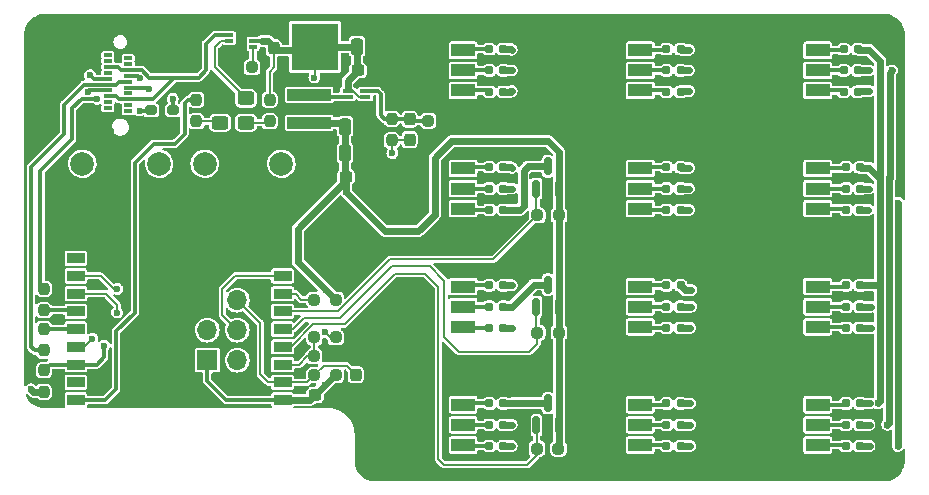
<source format=gbr>
%TF.GenerationSoftware,KiCad,Pcbnew,(6.0.0)*%
%TF.CreationDate,2022-11-26T21:53:31+02:00*%
%TF.ProjectId,mood,6d6f6f64-2e6b-4696-9361-645f70636258,rev?*%
%TF.SameCoordinates,Original*%
%TF.FileFunction,Copper,L1,Top*%
%TF.FilePolarity,Positive*%
%FSLAX46Y46*%
G04 Gerber Fmt 4.6, Leading zero omitted, Abs format (unit mm)*
G04 Created by KiCad (PCBNEW (6.0.0)) date 2022-11-26 21:53:31*
%MOMM*%
%LPD*%
G01*
G04 APERTURE LIST*
G04 Aperture macros list*
%AMRoundRect*
0 Rectangle with rounded corners*
0 $1 Rounding radius*
0 $2 $3 $4 $5 $6 $7 $8 $9 X,Y pos of 4 corners*
0 Add a 4 corners polygon primitive as box body*
4,1,4,$2,$3,$4,$5,$6,$7,$8,$9,$2,$3,0*
0 Add four circle primitives for the rounded corners*
1,1,$1+$1,$2,$3*
1,1,$1+$1,$4,$5*
1,1,$1+$1,$6,$7*
1,1,$1+$1,$8,$9*
0 Add four rect primitives between the rounded corners*
20,1,$1+$1,$2,$3,$4,$5,0*
20,1,$1+$1,$4,$5,$6,$7,0*
20,1,$1+$1,$6,$7,$8,$9,0*
20,1,$1+$1,$8,$9,$2,$3,0*%
G04 Aperture macros list end*
%TA.AperFunction,SMDPad,CuDef*%
%ADD10RoundRect,0.200000X0.275000X-0.200000X0.275000X0.200000X-0.275000X0.200000X-0.275000X-0.200000X0*%
%TD*%
%TA.AperFunction,SMDPad,CuDef*%
%ADD11RoundRect,0.250000X-0.250000X-0.475000X0.250000X-0.475000X0.250000X0.475000X-0.250000X0.475000X0*%
%TD*%
%TA.AperFunction,SMDPad,CuDef*%
%ADD12R,3.700000X0.980000*%
%TD*%
%TA.AperFunction,SMDPad,CuDef*%
%ADD13RoundRect,0.237500X0.250000X0.237500X-0.250000X0.237500X-0.250000X-0.237500X0.250000X-0.237500X0*%
%TD*%
%TA.AperFunction,SMDPad,CuDef*%
%ADD14RoundRect,0.237500X-0.237500X0.250000X-0.237500X-0.250000X0.237500X-0.250000X0.237500X0.250000X0*%
%TD*%
%TA.AperFunction,SMDPad,CuDef*%
%ADD15R,0.950000X0.300000*%
%TD*%
%TA.AperFunction,SMDPad,CuDef*%
%ADD16RoundRect,0.237500X0.237500X-0.300000X0.237500X0.300000X-0.237500X0.300000X-0.237500X-0.300000X0*%
%TD*%
%TA.AperFunction,SMDPad,CuDef*%
%ADD17RoundRect,0.237500X-0.300000X-0.237500X0.300000X-0.237500X0.300000X0.237500X-0.300000X0.237500X0*%
%TD*%
%TA.AperFunction,SMDPad,CuDef*%
%ADD18RoundRect,0.160000X0.197500X0.160000X-0.197500X0.160000X-0.197500X-0.160000X0.197500X-0.160000X0*%
%TD*%
%TA.AperFunction,SMDPad,CuDef*%
%ADD19R,2.000000X1.100000*%
%TD*%
%TA.AperFunction,SMDPad,CuDef*%
%ADD20R,1.500000X0.900000*%
%TD*%
%TA.AperFunction,SMDPad,CuDef*%
%ADD21R,0.700000X0.700000*%
%TD*%
%TA.AperFunction,SMDPad,CuDef*%
%ADD22RoundRect,0.237500X0.237500X-0.250000X0.237500X0.250000X-0.237500X0.250000X-0.237500X-0.250000X0*%
%TD*%
%TA.AperFunction,SMDPad,CuDef*%
%ADD23R,0.700000X0.300000*%
%TD*%
%TA.AperFunction,ComponentPad*%
%ADD24C,1.400000*%
%TD*%
%TA.AperFunction,SMDPad,CuDef*%
%ADD25R,4.000000X4.000000*%
%TD*%
%TA.AperFunction,SMDPad,CuDef*%
%ADD26RoundRect,0.237500X-0.250000X-0.237500X0.250000X-0.237500X0.250000X0.237500X-0.250000X0.237500X0*%
%TD*%
%TA.AperFunction,SMDPad,CuDef*%
%ADD27RoundRect,0.250000X-0.450000X0.325000X-0.450000X-0.325000X0.450000X-0.325000X0.450000X0.325000X0*%
%TD*%
%TA.AperFunction,SMDPad,CuDef*%
%ADD28RoundRect,0.150000X0.150000X-0.587500X0.150000X0.587500X-0.150000X0.587500X-0.150000X-0.587500X0*%
%TD*%
%TA.AperFunction,SMDPad,CuDef*%
%ADD29R,0.900000X1.800000*%
%TD*%
%TA.AperFunction,ComponentPad*%
%ADD30C,5.600000*%
%TD*%
%TA.AperFunction,ComponentPad*%
%ADD31C,2.000000*%
%TD*%
%TA.AperFunction,ComponentPad*%
%ADD32R,1.700000X1.700000*%
%TD*%
%TA.AperFunction,ComponentPad*%
%ADD33O,1.700000X1.700000*%
%TD*%
%TA.AperFunction,ViaPad*%
%ADD34C,0.600000*%
%TD*%
%TA.AperFunction,Conductor*%
%ADD35C,0.300000*%
%TD*%
%TA.AperFunction,Conductor*%
%ADD36C,0.200000*%
%TD*%
%TA.AperFunction,Conductor*%
%ADD37C,0.600000*%
%TD*%
G04 APERTURE END LIST*
D10*
%TO.P,R6,2*%
%TO.N,Net-(J2-PadA5)*%
X119900000Y-97875000D03*
%TO.P,R6,1*%
%TO.N,GND*%
X119900000Y-99525000D03*
%TD*%
%TO.P,R5,2*%
%TO.N,Net-(J2-PadB5)*%
X118100000Y-97875000D03*
%TO.P,R5,1*%
%TO.N,GND*%
X118100000Y-99525000D03*
%TD*%
D11*
%TO.P,C7,2*%
%TO.N,GND*%
X136400000Y-101500000D03*
%TO.P,C7,1*%
%TO.N,+3V0*%
X134500000Y-101500000D03*
%TD*%
%TO.P,C5,2*%
%TO.N,GND*%
X136400000Y-99250000D03*
%TO.P,C5,1*%
%TO.N,+3V0*%
X134500000Y-99250000D03*
%TD*%
%TO.P,C2,1*%
%TO.N,+BATT*%
X135500000Y-92500000D03*
%TO.P,C2,2*%
%TO.N,GND*%
X137400000Y-92500000D03*
%TD*%
D12*
%TO.P,L1,1,1*%
%TO.N,+3V0*%
X131450000Y-98935000D03*
%TO.P,L1,2,2*%
%TO.N,Net-(IC2-Pad2)*%
X131450000Y-96565000D03*
%TD*%
D13*
%TO.P,R3,2*%
%TO.N,Net-(C8-Pad2)*%
X141537500Y-98750000D03*
%TO.P,R3,1*%
%TO.N,GND*%
X143362500Y-98750000D03*
%TD*%
D14*
%TO.P,R2,2*%
%TO.N,+3V0*%
X138450000Y-100412500D03*
%TO.P,R2,1*%
%TO.N,Net-(C8-Pad2)*%
X138450000Y-98587500D03*
%TD*%
D15*
%TO.P,IC2,1,VIN*%
%TO.N,+BATT*%
X134700000Y-96250000D03*
%TO.P,IC2,2,SW*%
%TO.N,Net-(IC2-Pad2)*%
X134700000Y-96750000D03*
%TO.P,IC2,3,GND*%
%TO.N,GND*%
X134700000Y-97250000D03*
%TO.P,IC2,4,AGND*%
X136200000Y-97250000D03*
%TO.P,IC2,5,EN*%
%TO.N,+BATT*%
X136200000Y-96750000D03*
%TO.P,IC2,6,FB*%
%TO.N,Net-(C8-Pad2)*%
X136200000Y-96250000D03*
%TD*%
D16*
%TO.P,C8,2*%
%TO.N,Net-(C8-Pad2)*%
X139950000Y-98637500D03*
%TO.P,C8,1*%
%TO.N,+3V0*%
X139950000Y-100362500D03*
%TD*%
D17*
%TO.P,C4,1*%
%TO.N,+3V0*%
X134587500Y-103500000D03*
%TO.P,C4,2*%
%TO.N,GND*%
X136312500Y-103500000D03*
%TD*%
%TO.P,C3,1*%
%TO.N,+BATT*%
X135587500Y-94500000D03*
%TO.P,C3,2*%
%TO.N,GND*%
X137312500Y-94500000D03*
%TD*%
D18*
%TO.P,R52,1*%
%TO.N,/R*%
X162897500Y-124500000D03*
%TO.P,R52,2*%
%TO.N,Net-(D14-Pad5)*%
X161702500Y-124500000D03*
%TD*%
%TO.P,R30,1*%
%TO.N,/B*%
X177897500Y-92700000D03*
%TO.P,R30,2*%
%TO.N,Net-(D4-Pad6)*%
X176702500Y-92700000D03*
%TD*%
%TO.P,R33,1*%
%TO.N,/G*%
X162897500Y-106300000D03*
%TO.P,R33,2*%
%TO.N,Net-(D7-Pad4)*%
X161702500Y-106300000D03*
%TD*%
D19*
%TO.P,D4,1,RK*%
%TO.N,GND*%
X169700000Y-92800000D03*
%TO.P,D4,2,GK*%
X169700000Y-94500000D03*
%TO.P,D4,3,BK*%
X169700000Y-96200000D03*
%TO.P,D4,4,BA*%
%TO.N,Net-(D4-Pad4)*%
X174500000Y-96200000D03*
%TO.P,D4,5,GA*%
%TO.N,Net-(D4-Pad5)*%
X174500000Y-94500000D03*
%TO.P,D4,6,RA*%
%TO.N,Net-(D4-Pad6)*%
X174500000Y-92800000D03*
%TD*%
D18*
%TO.P,R31,1*%
%TO.N,/B*%
X147897500Y-122700000D03*
%TO.P,R31,2*%
%TO.N,Net-(D5-Pad6)*%
X146702500Y-122700000D03*
%TD*%
D20*
%TO.P,IC1,1,3V3*%
%TO.N,+3V0*%
X129200000Y-122400000D03*
%TO.P,IC1,2,EN*%
%TO.N,/esp_en*%
X129200000Y-120900000D03*
%TO.P,IC1,3,IO4*%
%TO.N,Net-(IC1-Pad3)*%
X129200000Y-119400000D03*
%TO.P,IC1,4,IO5*%
%TO.N,/blue*%
X129200000Y-117900000D03*
%TO.P,IC1,5,IO6*%
%TO.N,/red*%
X129200000Y-116400000D03*
%TO.P,IC1,6,IO7*%
%TO.N,/green*%
X129200000Y-114900000D03*
%TO.P,IC1,7,IO8*%
%TO.N,Net-(IC1-Pad7)*%
X129200000Y-113400000D03*
%TO.P,IC1,8,IO9*%
%TO.N,/boot*%
X129200000Y-111900000D03*
%TO.P,IC1,9,GND_1*%
%TO.N,GND*%
X129200000Y-110400000D03*
%TO.P,IC1,10,IO10*%
%TO.N,unconnected-(IC1-Pad10)*%
X111700000Y-110400000D03*
%TO.P,IC1,11,RXD*%
%TO.N,/rx*%
X111700000Y-111900000D03*
%TO.P,IC1,12,TXD*%
%TO.N,/tx*%
X111700000Y-113400000D03*
%TO.P,IC1,13,IO18*%
%TO.N,/D-*%
X111700000Y-114900000D03*
%TO.P,IC1,14,IO19*%
%TO.N,/D+*%
X111700000Y-116400000D03*
%TO.P,IC1,15,IO3*%
%TO.N,Net-(IC1-Pad15)*%
X111700000Y-117900000D03*
%TO.P,IC1,16,IO2*%
%TO.N,Net-(IC1-Pad16)*%
X111700000Y-119400000D03*
%TO.P,IC1,17,IO1*%
%TO.N,unconnected-(IC1-Pad17)*%
X111700000Y-120900000D03*
%TO.P,IC1,18,IO0*%
%TO.N,Net-(IC1-Pad18)*%
X111700000Y-122400000D03*
D21*
%TO.P,IC1,19,GND_2*%
%TO.N,GND*%
X119490000Y-116200000D03*
%TO.P,IC1,20,GND_3*%
X118390000Y-116200000D03*
%TO.P,IC1,21,GND_4*%
X118390000Y-117300000D03*
%TO.P,IC1,22,GND_5*%
X119490000Y-117300000D03*
%TO.P,IC1,23,GND_6*%
X120590000Y-117300000D03*
%TO.P,IC1,24,GND_7*%
X120590000Y-116200000D03*
%TO.P,IC1,25,GND_8*%
X120590000Y-115100000D03*
%TO.P,IC1,26,GND_9*%
X119490000Y-115100000D03*
%TO.P,IC1,27,GND_10*%
X118390000Y-115100000D03*
%TD*%
D18*
%TO.P,R43,1*%
%TO.N,/B*%
X178097500Y-112700000D03*
%TO.P,R43,2*%
%TO.N,Net-(D9-Pad6)*%
X176902500Y-112700000D03*
%TD*%
D19*
%TO.P,D10,1,RK*%
%TO.N,GND*%
X139700000Y-92800000D03*
%TO.P,D10,2,GK*%
X139700000Y-94500000D03*
%TO.P,D10,3,BK*%
X139700000Y-96200000D03*
%TO.P,D10,4,BA*%
%TO.N,Net-(D10-Pad4)*%
X144500000Y-96200000D03*
%TO.P,D10,5,GA*%
%TO.N,Net-(D10-Pad5)*%
X144500000Y-94500000D03*
%TO.P,D10,6,RA*%
%TO.N,Net-(D10-Pad6)*%
X144500000Y-92800000D03*
%TD*%
D18*
%TO.P,R37,1*%
%TO.N,/R*%
X162897500Y-104500000D03*
%TO.P,R37,2*%
%TO.N,Net-(D7-Pad5)*%
X161702500Y-104500000D03*
%TD*%
D19*
%TO.P,D11,1,RK*%
%TO.N,GND*%
X139700000Y-112800000D03*
%TO.P,D11,2,GK*%
X139700000Y-114500000D03*
%TO.P,D11,3,BK*%
X139700000Y-116200000D03*
%TO.P,D11,4,BA*%
%TO.N,Net-(D11-Pad4)*%
X144500000Y-116200000D03*
%TO.P,D11,5,GA*%
%TO.N,Net-(D11-Pad5)*%
X144500000Y-114500000D03*
%TO.P,D11,6,RA*%
%TO.N,Net-(D11-Pad6)*%
X144500000Y-112800000D03*
%TD*%
D18*
%TO.P,R47,1*%
%TO.N,/G*%
X162897500Y-96300000D03*
%TO.P,R47,2*%
%TO.N,Net-(D13-Pad4)*%
X161702500Y-96300000D03*
%TD*%
D19*
%TO.P,D8,1,RK*%
%TO.N,GND*%
X154700000Y-112800000D03*
%TO.P,D8,2,GK*%
X154700000Y-114500000D03*
%TO.P,D8,3,BK*%
X154700000Y-116200000D03*
%TO.P,D8,4,BA*%
%TO.N,Net-(D8-Pad4)*%
X159500000Y-116200000D03*
%TO.P,D8,5,GA*%
%TO.N,Net-(D8-Pad5)*%
X159500000Y-114500000D03*
%TO.P,D8,6,RA*%
%TO.N,Net-(D8-Pad6)*%
X159500000Y-112800000D03*
%TD*%
D22*
%TO.P,R28,1*%
%TO.N,Net-(J2-PadA6)*%
X109000000Y-118212500D03*
%TO.P,R28,2*%
%TO.N,/D+*%
X109000000Y-116387500D03*
%TD*%
D18*
%TO.P,R54,1*%
%TO.N,/B*%
X178097500Y-102700000D03*
%TO.P,R54,2*%
%TO.N,Net-(D12-Pad6)*%
X176902500Y-102700000D03*
%TD*%
D23*
%TO.P,J2,A1,GND*%
%TO.N,GND*%
X116120000Y-92950000D03*
%TO.P,J2,A2*%
%TO.N,N/C*%
X116120000Y-93450000D03*
%TO.P,J2,A3*%
X116120000Y-93950000D03*
%TO.P,J2,A4,VBUS*%
%TO.N,Net-(IC6-Pad1)*%
X116120000Y-94450000D03*
%TO.P,J2,A5,CC1*%
%TO.N,Net-(J2-PadA5)*%
X116120000Y-94950000D03*
%TO.P,J2,A6,D+*%
%TO.N,Net-(J2-PadA6)*%
X116120000Y-95450000D03*
%TO.P,J2,A7,D-*%
%TO.N,Net-(J2-PadA7)*%
X116120000Y-95950000D03*
%TO.P,J2,A8,SBU1*%
%TO.N,unconnected-(J2-PadA8)*%
X116120000Y-96450000D03*
%TO.P,J2,A9,VBUS*%
%TO.N,Net-(IC6-Pad1)*%
X116120000Y-96950000D03*
%TO.P,J2,A10*%
%TO.N,N/C*%
X116120000Y-97450000D03*
%TO.P,J2,A11*%
X116120000Y-97950000D03*
%TO.P,J2,A12,GND*%
%TO.N,GND*%
X116120000Y-98450000D03*
%TO.P,J2,B1,GND*%
X114420000Y-98200000D03*
%TO.P,J2,B2*%
%TO.N,N/C*%
X114420000Y-97700000D03*
%TO.P,J2,B3*%
X114420000Y-97200000D03*
%TO.P,J2,B4,VBUS*%
%TO.N,Net-(IC6-Pad1)*%
X114420000Y-96700000D03*
%TO.P,J2,B5,CC2*%
%TO.N,Net-(J2-PadB5)*%
X114420000Y-96200000D03*
%TO.P,J2,B6,D+*%
%TO.N,Net-(J2-PadA6)*%
X114420000Y-95700000D03*
%TO.P,J2,B7,D-*%
%TO.N,Net-(J2-PadA7)*%
X114420000Y-95200000D03*
%TO.P,J2,B8,SBU2*%
%TO.N,unconnected-(J2-PadB8)*%
X114420000Y-94700000D03*
%TO.P,J2,B9,VBUS*%
%TO.N,Net-(IC6-Pad1)*%
X114420000Y-94200000D03*
%TO.P,J2,B10*%
%TO.N,N/C*%
X114420000Y-93700000D03*
%TO.P,J2,B11*%
X114420000Y-93200000D03*
%TO.P,J2,B12,GND*%
%TO.N,GND*%
X114420000Y-92700000D03*
D24*
%TO.P,J2,S1,SHIELD*%
X108260000Y-91210000D03*
X114210000Y-91570000D03*
X114210000Y-99830000D03*
X108260000Y-100190000D03*
%TD*%
D14*
%TO.P,R17,2*%
%TO.N,Net-(D2-Pad2)*%
X128100000Y-98812500D03*
%TO.P,R17,1*%
%TO.N,+BATT*%
X128100000Y-96987500D03*
%TD*%
D19*
%TO.P,D14,1,RK*%
%TO.N,GND*%
X154700000Y-122800000D03*
%TO.P,D14,2,GK*%
X154700000Y-124500000D03*
%TO.P,D14,3,BK*%
X154700000Y-126200000D03*
%TO.P,D14,4,BA*%
%TO.N,Net-(D14-Pad4)*%
X159500000Y-126200000D03*
%TO.P,D14,5,GA*%
%TO.N,Net-(D14-Pad5)*%
X159500000Y-124500000D03*
%TO.P,D14,6,RA*%
%TO.N,Net-(D14-Pad6)*%
X159500000Y-122800000D03*
%TD*%
D18*
%TO.P,R35,1*%
%TO.N,/G*%
X178097500Y-116300000D03*
%TO.P,R35,2*%
%TO.N,Net-(D9-Pad4)*%
X176902500Y-116300000D03*
%TD*%
%TO.P,R51,1*%
%TO.N,/R*%
X162900000Y-94500000D03*
%TO.P,R51,2*%
%TO.N,Net-(D13-Pad5)*%
X161705000Y-94500000D03*
%TD*%
D25*
%TO.P,TP1,1,1*%
%TO.N,+BATT*%
X131950000Y-92500000D03*
%TD*%
D26*
%TO.P,R16,1*%
%TO.N,/green*%
X150775000Y-106768750D03*
%TO.P,R16,2*%
%TO.N,+3V0*%
X152600000Y-106768750D03*
%TD*%
D27*
%TO.P,D2,2,A*%
%TO.N,Net-(D2-Pad2)*%
X126100000Y-98925000D03*
%TO.P,D2,1,K*%
%TO.N,Net-(D2-Pad1)*%
X126100000Y-96875000D03*
%TD*%
D19*
%TO.P,D5,1,RK*%
%TO.N,GND*%
X139700000Y-122800000D03*
%TO.P,D5,2,GK*%
X139700000Y-124500000D03*
%TO.P,D5,3,BK*%
X139700000Y-126200000D03*
%TO.P,D5,4,BA*%
%TO.N,Net-(D5-Pad4)*%
X144500000Y-126200000D03*
%TO.P,D5,5,GA*%
%TO.N,Net-(D5-Pad5)*%
X144500000Y-124500000D03*
%TO.P,D5,6,RA*%
%TO.N,Net-(D5-Pad6)*%
X144500000Y-122800000D03*
%TD*%
D18*
%TO.P,R26,1*%
%TO.N,/R*%
X147897500Y-124500000D03*
%TO.P,R26,2*%
%TO.N,Net-(D5-Pad5)*%
X146702500Y-124500000D03*
%TD*%
%TO.P,R36,1*%
%TO.N,/G*%
X147897500Y-96300000D03*
%TO.P,R36,2*%
%TO.N,Net-(D10-Pad4)*%
X146702500Y-96300000D03*
%TD*%
%TO.P,R56,1*%
%TO.N,/B*%
X162897500Y-122700000D03*
%TO.P,R56,2*%
%TO.N,Net-(D14-Pad6)*%
X161702500Y-122700000D03*
%TD*%
D13*
%TO.P,R1,1*%
%TO.N,+3V0*%
X133712500Y-120300000D03*
%TO.P,R1,2*%
%TO.N,/esp_en*%
X131887500Y-120300000D03*
%TD*%
D18*
%TO.P,R24,1*%
%TO.N,/R*%
X178097500Y-124500000D03*
%TO.P,R24,2*%
%TO.N,Net-(D3-Pad5)*%
X176902500Y-124500000D03*
%TD*%
D16*
%TO.P,C11,1*%
%TO.N,+BATT*%
X128450000Y-92612500D03*
%TO.P,C11,2*%
%TO.N,GND*%
X128450000Y-90887500D03*
%TD*%
D19*
%TO.P,D3,1,RK*%
%TO.N,GND*%
X169700000Y-122800000D03*
%TO.P,D3,2,GK*%
X169700000Y-124500000D03*
%TO.P,D3,3,BK*%
X169700000Y-126200000D03*
%TO.P,D3,4,BA*%
%TO.N,Net-(D3-Pad4)*%
X174500000Y-126200000D03*
%TO.P,D3,5,GA*%
%TO.N,Net-(D3-Pad5)*%
X174500000Y-124500000D03*
%TO.P,D3,6,RA*%
%TO.N,Net-(D3-Pad6)*%
X174500000Y-122800000D03*
%TD*%
D18*
%TO.P,R32,1*%
%TO.N,/B*%
X147897500Y-102700000D03*
%TO.P,R32,2*%
%TO.N,Net-(D6-Pad6)*%
X146702500Y-102700000D03*
%TD*%
%TO.P,R39,1*%
%TO.N,/R*%
X178097500Y-114500000D03*
%TO.P,R39,2*%
%TO.N,Net-(D9-Pad5)*%
X176902500Y-114500000D03*
%TD*%
D25*
%TO.P,TP2,1,1*%
%TO.N,GND*%
X119900000Y-92500000D03*
%TD*%
D18*
%TO.P,R40,1*%
%TO.N,/R*%
X147897500Y-94500000D03*
%TO.P,R40,2*%
%TO.N,Net-(D10-Pad5)*%
X146702500Y-94500000D03*
%TD*%
%TO.P,R21,1*%
%TO.N,/G*%
X147897500Y-106300000D03*
%TO.P,R21,2*%
%TO.N,Net-(D6-Pad4)*%
X146702500Y-106300000D03*
%TD*%
D13*
%TO.P,R4,1*%
%TO.N,+3V0*%
X133712500Y-113900000D03*
%TO.P,R4,2*%
%TO.N,Net-(IC1-Pad7)*%
X131887500Y-113900000D03*
%TD*%
D19*
%TO.P,D9,1,RK*%
%TO.N,GND*%
X169700000Y-112800000D03*
%TO.P,D9,2,GK*%
X169700000Y-114500000D03*
%TO.P,D9,3,BK*%
X169700000Y-116200000D03*
%TO.P,D9,4,BA*%
%TO.N,Net-(D9-Pad4)*%
X174500000Y-116200000D03*
%TO.P,D9,5,GA*%
%TO.N,Net-(D9-Pad5)*%
X174500000Y-114500000D03*
%TO.P,D9,6,RA*%
%TO.N,Net-(D9-Pad6)*%
X174500000Y-112800000D03*
%TD*%
D18*
%TO.P,R25,1*%
%TO.N,/R*%
X177897500Y-94500000D03*
%TO.P,R25,2*%
%TO.N,Net-(D4-Pad5)*%
X176702500Y-94500000D03*
%TD*%
D26*
%TO.P,R14,1*%
%TO.N,/red*%
X150775000Y-116706250D03*
%TO.P,R14,2*%
%TO.N,+3V0*%
X152600000Y-116706250D03*
%TD*%
D19*
%TO.P,D7,1,RK*%
%TO.N,GND*%
X154700000Y-102800000D03*
%TO.P,D7,2,GK*%
X154700000Y-104500000D03*
%TO.P,D7,3,BK*%
X154700000Y-106200000D03*
%TO.P,D7,4,BA*%
%TO.N,Net-(D7-Pad4)*%
X159500000Y-106200000D03*
%TO.P,D7,5,GA*%
%TO.N,Net-(D7-Pad5)*%
X159500000Y-104500000D03*
%TO.P,D7,6,RA*%
%TO.N,Net-(D7-Pad6)*%
X159500000Y-102800000D03*
%TD*%
D26*
%TO.P,R8,1*%
%TO.N,Net-(IC1-Pad3)*%
X131887500Y-117100000D03*
%TO.P,R8,2*%
%TO.N,+BATT*%
X133712500Y-117100000D03*
%TD*%
D14*
%TO.P,R7,1*%
%TO.N,Net-(IC1-Pad18)*%
X121900000Y-96987500D03*
%TO.P,R7,2*%
%TO.N,Net-(D1-Pad2)*%
X121900000Y-98812500D03*
%TD*%
D18*
%TO.P,R46,1*%
%TO.N,/G*%
X178097500Y-106300000D03*
%TO.P,R46,2*%
%TO.N,Net-(D12-Pad4)*%
X176902500Y-106300000D03*
%TD*%
D22*
%TO.P,R23,1*%
%TO.N,/D-*%
X109000000Y-114812500D03*
%TO.P,R23,2*%
%TO.N,Net-(J2-PadA7)*%
X109000000Y-112987500D03*
%TD*%
D18*
%TO.P,R55,1*%
%TO.N,/B*%
X162897500Y-92700000D03*
%TO.P,R55,2*%
%TO.N,Net-(D13-Pad6)*%
X161702500Y-92700000D03*
%TD*%
%TO.P,R41,1*%
%TO.N,/B*%
X162900000Y-102700000D03*
%TO.P,R41,2*%
%TO.N,Net-(D7-Pad6)*%
X161705000Y-102700000D03*
%TD*%
%TO.P,R19,1*%
%TO.N,/G*%
X177897500Y-96300000D03*
%TO.P,R19,2*%
%TO.N,Net-(D4-Pad4)*%
X176702500Y-96300000D03*
%TD*%
D28*
%TO.P,Q2,1,G*%
%TO.N,/blue*%
X150700000Y-124556250D03*
%TO.P,Q2,2,S*%
%TO.N,+3V0*%
X152600000Y-124556250D03*
%TO.P,Q2,3,D*%
%TO.N,/B*%
X151650000Y-122681250D03*
%TD*%
D18*
%TO.P,R18,1*%
%TO.N,/G*%
X178097500Y-126300000D03*
%TO.P,R18,2*%
%TO.N,Net-(D3-Pad4)*%
X176902500Y-126300000D03*
%TD*%
D16*
%TO.P,C6,1*%
%TO.N,/esp_en*%
X135400000Y-120262500D03*
%TO.P,C6,2*%
%TO.N,GND*%
X135400000Y-118537500D03*
%TD*%
D23*
%TO.P,IC6,1,VIN*%
%TO.N,Net-(IC6-Pad1)*%
X124700000Y-91500000D03*
%TO.P,IC6,2,STATB*%
%TO.N,Net-(D2-Pad1)*%
X124700000Y-92000000D03*
%TO.P,IC6,3,GND*%
%TO.N,GND*%
X124700000Y-92500000D03*
%TO.P,IC6,4,IPRGM*%
%TO.N,Net-(IC6-Pad4)*%
X126700000Y-92500000D03*
%TO.P,IC6,5,BAT*%
%TO.N,+BATT*%
X126700000Y-92000000D03*
%TO.P,IC6,6,ENB*%
%TO.N,GND*%
X126700000Y-91500000D03*
D29*
%TO.P,IC6,7,EP*%
X125700000Y-92000000D03*
%TD*%
D22*
%TO.P,R57,1*%
%TO.N,+3V0*%
X109000000Y-121712500D03*
%TO.P,R57,2*%
%TO.N,Net-(IC1-Pad16)*%
X109000000Y-119887500D03*
%TD*%
D30*
%TO.P,H2,1,1*%
%TO.N,GND*%
X134100000Y-109500000D03*
%TD*%
D31*
%TO.P,SW2,1,A*%
%TO.N,GND*%
X122600000Y-106900000D03*
X129100000Y-106900000D03*
%TO.P,SW2,2,B*%
%TO.N,Net-(IC1-Pad16)*%
X129100000Y-102400000D03*
X122600000Y-102400000D03*
%TD*%
D18*
%TO.P,R42,1*%
%TO.N,/B*%
X162897500Y-112700000D03*
%TO.P,R42,2*%
%TO.N,Net-(D8-Pad6)*%
X161702500Y-112700000D03*
%TD*%
%TO.P,R48,1*%
%TO.N,/G*%
X162897500Y-126300000D03*
%TO.P,R48,2*%
%TO.N,Net-(D14-Pad4)*%
X161702500Y-126300000D03*
%TD*%
D26*
%TO.P,R22,1*%
%TO.N,GND*%
X124787500Y-94250000D03*
%TO.P,R22,2*%
%TO.N,Net-(IC6-Pad4)*%
X126612500Y-94250000D03*
%TD*%
D17*
%TO.P,C1,1*%
%TO.N,+3V0*%
X131937500Y-122000000D03*
%TO.P,C1,2*%
%TO.N,GND*%
X133662500Y-122000000D03*
%TD*%
D19*
%TO.P,D12,1,RK*%
%TO.N,GND*%
X169700000Y-102800000D03*
%TO.P,D12,2,GK*%
X169700000Y-104500000D03*
%TO.P,D12,3,BK*%
X169700000Y-106200000D03*
%TO.P,D12,4,BA*%
%TO.N,Net-(D12-Pad4)*%
X174500000Y-106200000D03*
%TO.P,D12,5,GA*%
%TO.N,Net-(D12-Pad5)*%
X174500000Y-104500000D03*
%TO.P,D12,6,RA*%
%TO.N,Net-(D12-Pad6)*%
X174500000Y-102800000D03*
%TD*%
D31*
%TO.P,SW1,1,A*%
%TO.N,Net-(IC1-Pad15)*%
X112250000Y-102400000D03*
X118750000Y-102400000D03*
%TO.P,SW1,2,B*%
%TO.N,GND*%
X112250000Y-106900000D03*
X118750000Y-106900000D03*
%TD*%
D18*
%TO.P,R27,1*%
%TO.N,/R*%
X147897500Y-104500000D03*
%TO.P,R27,2*%
%TO.N,Net-(D6-Pad5)*%
X146702500Y-104500000D03*
%TD*%
D19*
%TO.P,D13,1,RK*%
%TO.N,GND*%
X154700000Y-92800000D03*
%TO.P,D13,2,GK*%
X154700000Y-94500000D03*
%TO.P,D13,3,BK*%
X154700000Y-96200000D03*
%TO.P,D13,4,BA*%
%TO.N,Net-(D13-Pad4)*%
X159500000Y-96200000D03*
%TO.P,D13,5,GA*%
%TO.N,Net-(D13-Pad5)*%
X159500000Y-94500000D03*
%TO.P,D13,6,RA*%
%TO.N,Net-(D13-Pad6)*%
X159500000Y-92800000D03*
%TD*%
D18*
%TO.P,R34,1*%
%TO.N,/G*%
X162897500Y-116300000D03*
%TO.P,R34,2*%
%TO.N,Net-(D8-Pad4)*%
X161702500Y-116300000D03*
%TD*%
D30*
%TO.P,H1,1,1*%
%TO.N,GND*%
X165100000Y-109500000D03*
%TD*%
D13*
%TO.P,R9,1*%
%TO.N,GND*%
X133712500Y-118700000D03*
%TO.P,R9,2*%
%TO.N,Net-(IC1-Pad3)*%
X131887500Y-118700000D03*
%TD*%
D18*
%TO.P,R29,1*%
%TO.N,/B*%
X178097500Y-122700000D03*
%TO.P,R29,2*%
%TO.N,Net-(D3-Pad6)*%
X176902500Y-122700000D03*
%TD*%
D28*
%TO.P,Q3,1,G*%
%TO.N,/green*%
X150700000Y-104506250D03*
%TO.P,Q3,2,S*%
%TO.N,+3V0*%
X152600000Y-104506250D03*
%TO.P,Q3,3,D*%
%TO.N,/G*%
X151650000Y-102631250D03*
%TD*%
D19*
%TO.P,D6,6,RA*%
%TO.N,Net-(D6-Pad6)*%
X144500000Y-102800000D03*
%TO.P,D6,5,GA*%
%TO.N,Net-(D6-Pad5)*%
X144500000Y-104500000D03*
%TO.P,D6,4,BA*%
%TO.N,Net-(D6-Pad4)*%
X144500000Y-106200000D03*
%TO.P,D6,3,BK*%
%TO.N,GND*%
X139700000Y-106200000D03*
%TO.P,D6,2,GK*%
X139700000Y-104500000D03*
%TO.P,D6,1,RK*%
X139700000Y-102800000D03*
%TD*%
D18*
%TO.P,R53,1*%
%TO.N,/B*%
X147897500Y-112700000D03*
%TO.P,R53,2*%
%TO.N,Net-(D11-Pad6)*%
X146702500Y-112700000D03*
%TD*%
%TO.P,R49,1*%
%TO.N,/R*%
X147897500Y-114500000D03*
%TO.P,R49,2*%
%TO.N,Net-(D11-Pad5)*%
X146702500Y-114500000D03*
%TD*%
%TO.P,R20,1*%
%TO.N,/G*%
X147897500Y-126300000D03*
%TO.P,R20,2*%
%TO.N,Net-(D5-Pad4)*%
X146702500Y-126300000D03*
%TD*%
D27*
%TO.P,D1,1,K*%
%TO.N,GND*%
X123900000Y-96875000D03*
%TO.P,D1,2,A*%
%TO.N,Net-(D1-Pad2)*%
X123900000Y-98925000D03*
%TD*%
D18*
%TO.P,R44,1*%
%TO.N,/B*%
X147897500Y-92700000D03*
%TO.P,R44,2*%
%TO.N,Net-(D10-Pad6)*%
X146702500Y-92700000D03*
%TD*%
D26*
%TO.P,R15,1*%
%TO.N,/blue*%
X150737500Y-126518750D03*
%TO.P,R15,2*%
%TO.N,+3V0*%
X152562500Y-126518750D03*
%TD*%
D18*
%TO.P,R45,1*%
%TO.N,/G*%
X147897500Y-116300000D03*
%TO.P,R45,2*%
%TO.N,Net-(D11-Pad4)*%
X146702500Y-116300000D03*
%TD*%
D28*
%TO.P,Q1,1,G*%
%TO.N,/red*%
X150700000Y-114506250D03*
%TO.P,Q1,2,S*%
%TO.N,+3V0*%
X152600000Y-114506250D03*
%TO.P,Q1,3,D*%
%TO.N,/R*%
X151650000Y-112631250D03*
%TD*%
D18*
%TO.P,R38,1*%
%TO.N,/R*%
X162897500Y-114500000D03*
%TO.P,R38,2*%
%TO.N,Net-(D8-Pad5)*%
X161702500Y-114500000D03*
%TD*%
%TO.P,R50,1*%
%TO.N,/R*%
X178097500Y-104500000D03*
%TO.P,R50,2*%
%TO.N,Net-(D12-Pad5)*%
X176902500Y-104500000D03*
%TD*%
D32*
%TO.P,J1,1,Pin_1*%
%TO.N,+3V0*%
X122825000Y-119025000D03*
D33*
%TO.P,J1,2,Pin_2*%
%TO.N,/rx*%
X125365000Y-119025000D03*
%TO.P,J1,3,Pin_3*%
%TO.N,/tx*%
X122825000Y-116485000D03*
%TO.P,J1,4,Pin_4*%
%TO.N,/boot*%
X125365000Y-116485000D03*
%TO.P,J1,5,Pin_5*%
%TO.N,GND*%
X122825000Y-113945000D03*
%TO.P,J1,6,Pin_6*%
%TO.N,/esp_en*%
X125365000Y-113945000D03*
%TD*%
D34*
%TO.N,GND*%
X111100000Y-93500000D03*
X111100000Y-91500000D03*
X113100000Y-93500000D03*
X138100000Y-120500000D03*
X138100000Y-118500000D03*
X140100000Y-120500000D03*
X140100000Y-118500000D03*
X146100000Y-120500000D03*
X148100000Y-120500000D03*
X156100000Y-120500000D03*
X156100000Y-118500000D03*
X158100000Y-120500000D03*
X158100000Y-118500000D03*
X164100000Y-120500000D03*
X164100000Y-118500000D03*
X166100000Y-120500000D03*
X166100000Y-118500000D03*
X172100000Y-120500000D03*
X172100000Y-118500000D03*
X174100000Y-120500000D03*
X174100000Y-118500000D03*
X147100000Y-98500000D03*
X149100000Y-98500000D03*
X151100000Y-98500000D03*
X156100000Y-100500000D03*
X158100000Y-100500000D03*
X158100000Y-98500000D03*
X156100000Y-98500000D03*
X164100000Y-100500000D03*
X166100000Y-100500000D03*
X166100000Y-98500000D03*
X164100000Y-98500000D03*
X174100000Y-100500000D03*
X172100000Y-100500000D03*
X172100000Y-98500000D03*
X174100000Y-98500000D03*
X178100000Y-109500000D03*
X176100000Y-109500000D03*
X174100000Y-109500000D03*
X172100000Y-109500000D03*
X170100000Y-109500000D03*
X160100000Y-109500000D03*
X158100000Y-109500000D03*
X156100000Y-109500000D03*
X154100000Y-109500000D03*
X150100000Y-109500000D03*
X146100000Y-109500000D03*
X144100000Y-109500000D03*
X142100000Y-109500000D03*
X140100000Y-109500000D03*
X131100000Y-104500000D03*
X131100000Y-102500000D03*
X113100000Y-104500000D03*
X115100000Y-103500000D03*
X125100000Y-106500000D03*
X127100000Y-106500000D03*
X127100000Y-104500000D03*
X125100000Y-104500000D03*
X120100000Y-113500000D03*
X118100000Y-113500000D03*
X120100000Y-119500000D03*
X118100000Y-119500000D03*
X116100000Y-119500000D03*
%TO.N,Net-(J2-PadA5)*%
X117093344Y-95106655D03*
X119900000Y-96900000D03*
%TO.N,Net-(J2-PadB5)*%
X117100000Y-97900000D03*
X112700000Y-96300000D03*
%TO.N,+3V0*%
X138500000Y-101500000D03*
X134587500Y-104787500D03*
%TO.N,+BATT*%
X131900000Y-95100000D03*
X132797512Y-116671830D03*
%TO.N,+3V0*%
X132900000Y-113100000D03*
X132800000Y-121100000D03*
X107900000Y-121500000D03*
%TO.N,/G*%
X179000000Y-116300000D03*
X178850000Y-96250000D03*
X148600000Y-116300000D03*
X181299980Y-105700000D03*
X163700000Y-116300000D03*
X181300000Y-115700000D03*
X181300000Y-126300000D03*
X178900000Y-126300000D03*
X148600000Y-126300000D03*
X163600000Y-96250000D03*
X163700000Y-126300000D03*
X148600000Y-96250000D03*
X148600000Y-106300000D03*
X163600000Y-106300000D03*
X178800000Y-106300000D03*
%TO.N,/R*%
X180550460Y-103700000D03*
X178900000Y-124500000D03*
X179000000Y-114500000D03*
X148600000Y-104500000D03*
X163600000Y-94500000D03*
X163700000Y-124500000D03*
X180400000Y-124500000D03*
X163600000Y-104500000D03*
X148600000Y-124500000D03*
X148600000Y-114500000D03*
X163800000Y-114500000D03*
X180800000Y-94500000D03*
X178850000Y-104500000D03*
X180550480Y-114049520D03*
X148600000Y-94500000D03*
X178850000Y-94500000D03*
%TO.N,/B*%
X178850000Y-102750000D03*
X163600000Y-102750000D03*
X148600000Y-102750000D03*
X178900000Y-122700000D03*
X163700000Y-122700000D03*
X178900000Y-112700000D03*
X179600000Y-122700000D03*
X148600000Y-92750000D03*
X148600000Y-122700000D03*
X178850000Y-92750000D03*
X148600000Y-112700000D03*
X163800000Y-113100000D03*
X163600000Y-92750000D03*
%TO.N,/rx*%
X115200000Y-113000000D03*
%TO.N,/tx*%
X115200000Y-115000000D03*
%TO.N,Net-(IC1-Pad15)*%
X113100000Y-117200000D03*
%TO.N,Net-(IC1-Pad16)*%
X114100000Y-117800000D03*
%TO.N,Net-(J2-PadA7)*%
X112900000Y-94900000D03*
X113500000Y-96900000D03*
X117900000Y-96100000D03*
%TD*%
D35*
%TO.N,Net-(J2-PadA5)*%
X119900000Y-97875000D02*
X119900000Y-96900000D01*
X116936689Y-94950000D02*
X116120000Y-94950000D01*
X117093344Y-95106655D02*
X116936689Y-94950000D01*
%TO.N,Net-(J2-PadB5)*%
X118075000Y-97900000D02*
X118100000Y-97875000D01*
X117100000Y-97900000D02*
X118075000Y-97900000D01*
X112800000Y-96200000D02*
X112700000Y-96300000D01*
X114420000Y-96200000D02*
X112800000Y-96200000D01*
%TO.N,Net-(J2-PadA7)*%
X108700000Y-103000000D02*
X108700000Y-112687500D01*
X111400000Y-100300000D02*
X108700000Y-103000000D01*
X111400000Y-97700000D02*
X111400000Y-100300000D01*
X108700000Y-112687500D02*
X109000000Y-112987500D01*
X113500000Y-96900000D02*
X112200000Y-96900000D01*
X112200000Y-96900000D02*
X111400000Y-97700000D01*
%TO.N,Net-(IC1-Pad18)*%
X121212500Y-96987500D02*
X121900000Y-96987500D01*
X120900000Y-97300000D02*
X121212500Y-96987500D01*
X120900000Y-99900000D02*
X120900000Y-97300000D01*
X120100000Y-100700000D02*
X120900000Y-99900000D01*
X118300000Y-100700000D02*
X120100000Y-100700000D01*
X116700000Y-115000000D02*
X116700000Y-102300000D01*
X115100000Y-121500000D02*
X115100000Y-116600000D01*
X115100000Y-116600000D02*
X116700000Y-115000000D01*
X114200000Y-122400000D02*
X115100000Y-121500000D01*
X111700000Y-122400000D02*
X114200000Y-122400000D01*
X116700000Y-102300000D02*
X118300000Y-100700000D01*
D36*
%TO.N,Net-(D1-Pad2)*%
X123787500Y-98812500D02*
X123900000Y-98925000D01*
X121900000Y-98812500D02*
X123787500Y-98812500D01*
%TO.N,+BATT*%
X128450000Y-94250000D02*
X128450000Y-92612500D01*
X128100000Y-94600000D02*
X128450000Y-94250000D01*
%TO.N,Net-(D2-Pad2)*%
X127987500Y-98925000D02*
X128100000Y-98812500D01*
X126100000Y-98925000D02*
X127987500Y-98925000D01*
%TO.N,+BATT*%
X128100000Y-96987500D02*
X128100000Y-94600000D01*
%TO.N,Net-(D2-Pad1)*%
X123450000Y-92500000D02*
X123950000Y-92000000D01*
X123450000Y-94225000D02*
X123450000Y-92500000D01*
X126100000Y-96875000D02*
X123450000Y-94225000D01*
X123950000Y-92000000D02*
X124700000Y-92000000D01*
D35*
%TO.N,Net-(IC6-Pad1)*%
X117284511Y-94450000D02*
X117934511Y-95100000D01*
X116120000Y-94450000D02*
X117284511Y-94450000D01*
X117934511Y-95100000D02*
X121300000Y-95100000D01*
D36*
%TO.N,/green*%
X133900000Y-114900000D02*
X138300000Y-110500000D01*
X138300000Y-110500000D02*
X147043750Y-110500000D01*
X129200000Y-114900000D02*
X133900000Y-114900000D01*
X147043750Y-110500000D02*
X150775000Y-106768750D01*
%TO.N,/red*%
X150775000Y-117625000D02*
X150775000Y-116706250D01*
X150100000Y-118300000D02*
X150775000Y-117625000D01*
X144100000Y-118300000D02*
X150100000Y-118300000D01*
X142900000Y-117100000D02*
X144100000Y-118300000D01*
X138500000Y-111100000D02*
X141700000Y-111100000D01*
X131000000Y-115500000D02*
X134100000Y-115500000D01*
X134100000Y-115500000D02*
X138500000Y-111100000D01*
X130100000Y-116400000D02*
X131000000Y-115500000D01*
X141700000Y-111100000D02*
X142900000Y-112300000D01*
X129200000Y-116400000D02*
X130100000Y-116400000D01*
X142900000Y-112300000D02*
X142900000Y-117100000D01*
%TO.N,/blue*%
X150737500Y-127062500D02*
X150737500Y-126518750D01*
X149900000Y-127900000D02*
X150737500Y-127062500D01*
X142400000Y-112800000D02*
X142400000Y-127400000D01*
X134450978Y-116000000D02*
X138750978Y-111700000D01*
X141300000Y-111700000D02*
X142400000Y-112800000D01*
X131800000Y-116000000D02*
X134450978Y-116000000D01*
X142400000Y-127400000D02*
X142900000Y-127900000D01*
X129900000Y-117900000D02*
X131800000Y-116000000D01*
X138750978Y-111700000D02*
X141300000Y-111700000D01*
X142900000Y-127900000D02*
X149900000Y-127900000D01*
X129200000Y-117900000D02*
X129900000Y-117900000D01*
%TO.N,Net-(IC1-Pad7)*%
X130300000Y-113400000D02*
X129200000Y-113400000D01*
X130800000Y-113900000D02*
X130300000Y-113400000D01*
X131987500Y-113900000D02*
X130800000Y-113900000D01*
D37*
%TO.N,+3V0*%
X130500000Y-110700000D02*
X133700000Y-113900000D01*
X130500000Y-107900000D02*
X130500000Y-110700000D01*
X134587500Y-103812500D02*
X130500000Y-107900000D01*
X134587500Y-103500000D02*
X134587500Y-103812500D01*
X151700000Y-100500000D02*
X152600000Y-101400000D01*
X142100000Y-101900000D02*
X143500000Y-100500000D01*
X152600000Y-101400000D02*
X152600000Y-104506250D01*
X142100000Y-106700000D02*
X142100000Y-101900000D01*
X140700000Y-108100000D02*
X142100000Y-106700000D01*
X137900000Y-108100000D02*
X140700000Y-108100000D01*
X143500000Y-100500000D02*
X151700000Y-100500000D01*
D36*
X139900000Y-100412500D02*
X139950000Y-100362500D01*
X138450000Y-100412500D02*
X139900000Y-100412500D01*
X138500000Y-101500000D02*
X138500000Y-100462500D01*
%TO.N,+BATT*%
X131900000Y-95100000D02*
X131950000Y-95050000D01*
X131950000Y-95050000D02*
X131950000Y-92500000D01*
X133225682Y-117100000D02*
X132797512Y-116671830D01*
X133712500Y-117100000D02*
X133225682Y-117100000D01*
D37*
%TO.N,+3V0*%
X134587500Y-104787500D02*
X137900000Y-108100000D01*
X134587500Y-103500000D02*
X134587500Y-104787500D01*
D35*
%TO.N,Net-(C8-Pad2)*%
X137250000Y-96250000D02*
X136200000Y-96250000D01*
X137500000Y-98300000D02*
X137500000Y-96500000D01*
X138450000Y-98587500D02*
X137787500Y-98587500D01*
X137787500Y-98587500D02*
X137500000Y-98300000D01*
X137500000Y-96500000D02*
X137250000Y-96250000D01*
X138500000Y-98637500D02*
X138450000Y-98587500D01*
X139950000Y-98637500D02*
X138500000Y-98637500D01*
X140062500Y-98750000D02*
X139950000Y-98637500D01*
X141537500Y-98750000D02*
X140062500Y-98750000D01*
D37*
%TO.N,+3V0*%
X134500000Y-100300000D02*
X134500000Y-101500000D01*
X134500000Y-99250000D02*
X134500000Y-100300000D01*
X134500000Y-103412500D02*
X134587500Y-103500000D01*
X134500000Y-101500000D02*
X134500000Y-103412500D01*
X134185000Y-98935000D02*
X134500000Y-99250000D01*
X131450000Y-98935000D02*
X134185000Y-98935000D01*
D36*
%TO.N,+BATT*%
X135699511Y-96750000D02*
X135199511Y-96250000D01*
X136200000Y-96750000D02*
X135699511Y-96750000D01*
X135199511Y-96250000D02*
X134700000Y-96250000D01*
D37*
X134700000Y-95387500D02*
X135587500Y-94500000D01*
X134700000Y-96000000D02*
X134700000Y-95387500D01*
D35*
X134700000Y-96000000D02*
X134700000Y-96100000D01*
D37*
X135500000Y-92500000D02*
X135500000Y-94412500D01*
X135500000Y-94412500D02*
X135587500Y-94500000D01*
X131950000Y-92500000D02*
X135500000Y-92500000D01*
D35*
%TO.N,Net-(IC2-Pad2)*%
X131635000Y-96750000D02*
X131450000Y-96565000D01*
X134700000Y-96750000D02*
X131635000Y-96750000D01*
D36*
%TO.N,/green*%
X150700000Y-106693750D02*
X150775000Y-106768750D01*
X150700000Y-104506250D02*
X150700000Y-106693750D01*
D37*
%TO.N,/G*%
X149300000Y-106300000D02*
X148600000Y-106300000D01*
X149600000Y-103000000D02*
X149600000Y-106000000D01*
X149968750Y-102631250D02*
X149600000Y-103000000D01*
X149600000Y-106000000D02*
X149300000Y-106300000D01*
X151650000Y-102631250D02*
X149968750Y-102631250D01*
%TO.N,/R*%
X150468750Y-112631250D02*
X148600000Y-114500000D01*
X151650000Y-112631250D02*
X150468750Y-112631250D01*
%TO.N,/B*%
X148618750Y-122681250D02*
X148600000Y-122700000D01*
X151650000Y-122681250D02*
X148618750Y-122681250D01*
%TO.N,+3V0*%
X152600000Y-116706250D02*
X152600000Y-124556250D01*
X152600000Y-106768750D02*
X152600000Y-114506250D01*
X152600000Y-104506250D02*
X152600000Y-106768750D01*
X152600000Y-116618750D02*
X152512500Y-116706250D01*
X152600000Y-114506250D02*
X152600000Y-116618750D01*
D36*
%TO.N,/red*%
X150700000Y-114506250D02*
X150687500Y-114518750D01*
X150687500Y-114518750D02*
X150687500Y-116706250D01*
D37*
%TO.N,+BATT*%
X131637500Y-92812500D02*
X131950000Y-92500000D01*
X128650000Y-92812500D02*
X131637500Y-92812500D01*
X128450000Y-92612500D02*
X128650000Y-92812500D01*
X128450000Y-92500000D02*
X128450000Y-92612500D01*
X127450000Y-92000000D02*
X127950000Y-92000000D01*
X127950000Y-92000000D02*
X128450000Y-92500000D01*
D35*
X126700000Y-92000000D02*
X127450000Y-92000000D01*
D36*
%TO.N,Net-(IC6-Pad4)*%
X126700000Y-92500000D02*
X126700000Y-94162500D01*
X126700000Y-94162500D02*
X126612500Y-94250000D01*
D35*
%TO.N,Net-(IC6-Pad1)*%
X122700000Y-92250000D02*
X123450000Y-91500000D01*
X122700000Y-94500000D02*
X122700000Y-92250000D01*
X122100000Y-95100000D02*
X122700000Y-94500000D01*
X121300000Y-95100000D02*
X122100000Y-95100000D01*
D36*
%TO.N,GND*%
X126200000Y-91500000D02*
X125700000Y-92000000D01*
X126700000Y-91500000D02*
X126200000Y-91500000D01*
X125200000Y-92500000D02*
X124700000Y-92500000D01*
D35*
%TO.N,Net-(IC6-Pad1)*%
X123450000Y-91500000D02*
X124700000Y-91500000D01*
D36*
%TO.N,GND*%
X125700000Y-92000000D02*
X125200000Y-92500000D01*
%TO.N,/tx*%
X114250000Y-113400000D02*
X111700000Y-113400000D01*
X115200000Y-115000000D02*
X115200000Y-114350000D01*
X115200000Y-114350000D02*
X114250000Y-113400000D01*
%TO.N,/rx*%
X114900000Y-113000000D02*
X113800000Y-111900000D01*
X115200000Y-113000000D02*
X114900000Y-113000000D01*
X113800000Y-111900000D02*
X111700000Y-111900000D01*
D35*
%TO.N,Net-(IC6-Pad1)*%
X120050000Y-95100000D02*
X121300000Y-95100000D01*
X118200000Y-96950000D02*
X120050000Y-95100000D01*
X116120000Y-96950000D02*
X118200000Y-96950000D01*
%TO.N,+3V0*%
X129200000Y-122400000D02*
X124400000Y-122400000D01*
D37*
X131937500Y-122000000D02*
X131937500Y-121962500D01*
D35*
X122825000Y-120825000D02*
X122825000Y-119025000D01*
D37*
X108112500Y-121712500D02*
X107900000Y-121500000D01*
X131537500Y-122400000D02*
X131937500Y-122000000D01*
X131937500Y-121962500D02*
X132800000Y-121100000D01*
X132800000Y-121100000D02*
X133600000Y-120300000D01*
X133600000Y-120300000D02*
X133712500Y-120300000D01*
X129200000Y-122400000D02*
X131537500Y-122400000D01*
D35*
X124400000Y-122400000D02*
X122825000Y-120825000D01*
D37*
X109000000Y-121712500D02*
X108112500Y-121712500D01*
X152600000Y-126481250D02*
X152562500Y-126518750D01*
X152600000Y-124556250D02*
X152600000Y-126481250D01*
D36*
%TO.N,/esp_en*%
X131287500Y-120900000D02*
X131887500Y-120300000D01*
X127300000Y-120200000D02*
X128000000Y-120900000D01*
X129200000Y-120900000D02*
X131287500Y-120900000D01*
X125365000Y-113945000D02*
X127300000Y-115880000D01*
X134637500Y-119500000D02*
X135400000Y-120262500D01*
X132687500Y-119500000D02*
X134637500Y-119500000D01*
X127300000Y-115880000D02*
X127300000Y-120200000D01*
X131887500Y-120300000D02*
X132687500Y-119500000D01*
X128000000Y-120900000D02*
X129200000Y-120900000D01*
D37*
%TO.N,/G*%
X178800000Y-106300000D02*
X178097500Y-106300000D01*
X181300000Y-105700020D02*
X181300000Y-115700000D01*
X178900000Y-126300000D02*
X178097500Y-126300000D01*
X181299980Y-105700000D02*
X181300000Y-105700020D01*
X147897500Y-126300000D02*
X148600000Y-126300000D01*
X177947500Y-96250000D02*
X177897500Y-96300000D01*
X181300000Y-126300000D02*
X181300000Y-115700000D01*
X163600000Y-96250000D02*
X162947500Y-96250000D01*
X162897500Y-116300000D02*
X163700000Y-116300000D01*
X162947500Y-96250000D02*
X162897500Y-96300000D01*
X147897500Y-116300000D02*
X148600000Y-116300000D01*
X147897500Y-106300000D02*
X148600000Y-106300000D01*
X147897500Y-96300000D02*
X148550000Y-96300000D01*
X148550000Y-96300000D02*
X148600000Y-96250000D01*
X163700000Y-126300000D02*
X162897500Y-126300000D01*
X179000000Y-116300000D02*
X178097500Y-116300000D01*
X178850000Y-96250000D02*
X177947500Y-96250000D01*
X163600000Y-106300000D02*
X162897500Y-106300000D01*
%TO.N,/R*%
X180600000Y-103650460D02*
X180600000Y-94700000D01*
X163600000Y-104500000D02*
X162897500Y-104500000D01*
X180400000Y-124500000D02*
X180550480Y-124349520D01*
X178850000Y-94500000D02*
X177897500Y-94500000D01*
X180550460Y-103700000D02*
X180550480Y-103700020D01*
X180550460Y-103700000D02*
X180600000Y-103650460D01*
X147897500Y-104500000D02*
X148600000Y-104500000D01*
X180600000Y-94700000D02*
X180800000Y-94500000D01*
X162897500Y-114500000D02*
X163800000Y-114500000D01*
X147897500Y-114500000D02*
X148600000Y-114500000D01*
X147897500Y-124500000D02*
X148600000Y-124500000D01*
X147897500Y-94500000D02*
X148600000Y-94500000D01*
X180550480Y-124349520D02*
X180550480Y-114049520D01*
X179000000Y-114500000D02*
X178097500Y-114500000D01*
X180550480Y-103700020D02*
X180550480Y-114049520D01*
X178850000Y-104500000D02*
X178097500Y-104500000D01*
X163700000Y-124500000D02*
X162897500Y-124500000D01*
X163600000Y-94500000D02*
X162900000Y-94500000D01*
X178900000Y-124500000D02*
X178097500Y-124500000D01*
%TO.N,/B*%
X178850000Y-102750000D02*
X179800960Y-103700960D01*
X162947500Y-92750000D02*
X162897500Y-92700000D01*
X148550000Y-102700000D02*
X148600000Y-102750000D01*
X163297500Y-113100000D02*
X162897500Y-112700000D01*
X147897500Y-92700000D02*
X148550000Y-92700000D01*
X178850000Y-102750000D02*
X178147500Y-102750000D01*
X163800000Y-113100000D02*
X163297500Y-113100000D01*
X177947500Y-92750000D02*
X177897500Y-92700000D01*
X178850000Y-92750000D02*
X177947500Y-92750000D01*
X147897500Y-102700000D02*
X148550000Y-102700000D01*
X178900000Y-122700000D02*
X178097500Y-122700000D01*
X178900000Y-112700000D02*
X179600000Y-112700000D01*
X179600000Y-112700000D02*
X179800960Y-112499040D01*
X163600000Y-102750000D02*
X162950000Y-102750000D01*
X179800960Y-112499040D02*
X179800960Y-122499040D01*
X178900000Y-112700000D02*
X178097500Y-112700000D01*
X147897500Y-112700000D02*
X148600000Y-112700000D01*
X163600000Y-92750000D02*
X162947500Y-92750000D01*
X179800960Y-103700960D02*
X179800960Y-93700960D01*
X162950000Y-102750000D02*
X162900000Y-102700000D01*
X178147500Y-102750000D02*
X178097500Y-102700000D01*
X179800960Y-93700960D02*
X178850000Y-92750000D01*
X179800960Y-103700960D02*
X179800960Y-112499040D01*
X147897500Y-122700000D02*
X148600000Y-122700000D01*
X148550000Y-92700000D02*
X148600000Y-92750000D01*
X163700000Y-122700000D02*
X162897500Y-122700000D01*
X179800960Y-122499040D02*
X179600000Y-122700000D01*
D36*
%TO.N,Net-(IC1-Pad3)*%
X131300000Y-118700000D02*
X130600000Y-119400000D01*
X131887500Y-118700000D02*
X131887500Y-117100000D01*
X130600000Y-119400000D02*
X129200000Y-119400000D01*
X131887500Y-118700000D02*
X131300000Y-118700000D01*
%TO.N,/boot*%
X125365000Y-116485000D02*
X124100000Y-115220000D01*
X124100000Y-115220000D02*
X124100000Y-113000000D01*
X124100000Y-113000000D02*
X125200000Y-111900000D01*
X125200000Y-111900000D02*
X129200000Y-111900000D01*
%TO.N,Net-(IC1-Pad15)*%
X111700000Y-117900000D02*
X112400000Y-117900000D01*
X112400000Y-117900000D02*
X113100000Y-117200000D01*
D35*
%TO.N,Net-(IC1-Pad16)*%
X114100000Y-117800000D02*
X114100000Y-118800000D01*
X113500000Y-119400000D02*
X111700000Y-119400000D01*
X109487500Y-119400000D02*
X109000000Y-119887500D01*
X111700000Y-119400000D02*
X109487500Y-119400000D01*
X114100000Y-118800000D02*
X113500000Y-119400000D01*
%TO.N,Net-(IC6-Pad1)*%
X114420000Y-94200000D02*
X115270978Y-94200000D01*
X115100000Y-96700000D02*
X115350000Y-96950000D01*
X115270978Y-94200000D02*
X115520978Y-94450000D01*
X115350000Y-96950000D02*
X116120000Y-96950000D01*
X115520978Y-94450000D02*
X116120000Y-94450000D01*
X114420000Y-96700000D02*
X115100000Y-96700000D01*
%TO.N,/D-*%
X111612500Y-114812500D02*
X111700000Y-114900000D01*
X109000000Y-114812500D02*
X111612500Y-114812500D01*
%TO.N,/D+*%
X111700000Y-116400000D02*
X109012500Y-116400000D01*
X109012500Y-116400000D02*
X109000000Y-116387500D01*
%TO.N,Net-(J2-PadA6)*%
X107900000Y-102700000D02*
X110700000Y-99900000D01*
X110700000Y-97400000D02*
X112400000Y-95700000D01*
X114420000Y-95700000D02*
X115100000Y-95700000D01*
X109000000Y-118212500D02*
X108212500Y-118212500D01*
X115100000Y-95700000D02*
X115350000Y-95450000D01*
X108212500Y-118212500D02*
X107900000Y-117900000D01*
X110700000Y-99900000D02*
X110700000Y-97400000D01*
X112400000Y-95700000D02*
X114420000Y-95700000D01*
X115350000Y-95450000D02*
X116120000Y-95450000D01*
X107900000Y-117900000D02*
X107900000Y-102700000D01*
%TO.N,Net-(J2-PadA7)*%
X113200000Y-95200000D02*
X114420000Y-95200000D01*
X117750000Y-95950000D02*
X117900000Y-96100000D01*
X112900000Y-94900000D02*
X113200000Y-95200000D01*
X116120000Y-95950000D02*
X117750000Y-95950000D01*
%TO.N,Net-(D3-Pad4)*%
X174500000Y-126200000D02*
X176802500Y-126200000D01*
X176802500Y-126200000D02*
X176902500Y-126300000D01*
%TO.N,Net-(D3-Pad5)*%
X174500000Y-124500000D02*
X176902500Y-124500000D01*
%TO.N,Net-(D3-Pad6)*%
X176802500Y-122800000D02*
X176902500Y-122700000D01*
X174500000Y-122800000D02*
X176802500Y-122800000D01*
%TO.N,Net-(D4-Pad4)*%
X176602500Y-96200000D02*
X176702500Y-96300000D01*
X174500000Y-96200000D02*
X176602500Y-96200000D01*
%TO.N,Net-(D4-Pad5)*%
X174500000Y-94500000D02*
X176702500Y-94500000D01*
%TO.N,Net-(D4-Pad6)*%
X176602500Y-92800000D02*
X176702500Y-92700000D01*
X174500000Y-92800000D02*
X176602500Y-92800000D01*
%TO.N,Net-(D5-Pad4)*%
X146702500Y-126300000D02*
X144600000Y-126300000D01*
X144600000Y-126300000D02*
X144500000Y-126200000D01*
%TO.N,Net-(D5-Pad5)*%
X146702500Y-124500000D02*
X144500000Y-124500000D01*
%TO.N,Net-(D5-Pad6)*%
X144600000Y-122700000D02*
X144500000Y-122800000D01*
X146702500Y-122700000D02*
X144600000Y-122700000D01*
%TO.N,Net-(D6-Pad6)*%
X144600000Y-102700000D02*
X144500000Y-102800000D01*
X146702500Y-102700000D02*
X144600000Y-102700000D01*
%TO.N,Net-(D6-Pad5)*%
X146702500Y-104500000D02*
X144500000Y-104500000D01*
%TO.N,Net-(D6-Pad4)*%
X146702500Y-106300000D02*
X144600000Y-106300000D01*
X144600000Y-106300000D02*
X144500000Y-106200000D01*
%TO.N,Net-(D7-Pad6)*%
X161705000Y-102700000D02*
X159600000Y-102700000D01*
X159600000Y-102700000D02*
X159500000Y-102800000D01*
%TO.N,Net-(D7-Pad5)*%
X161702500Y-104500000D02*
X159500000Y-104500000D01*
%TO.N,Net-(D7-Pad4)*%
X159600000Y-106300000D02*
X159500000Y-106200000D01*
X161702500Y-106300000D02*
X159600000Y-106300000D01*
%TO.N,Net-(D8-Pad4)*%
X161702500Y-116300000D02*
X159600000Y-116300000D01*
X159600000Y-116300000D02*
X159500000Y-116200000D01*
%TO.N,Net-(D8-Pad5)*%
X161702500Y-114500000D02*
X159500000Y-114500000D01*
%TO.N,Net-(D8-Pad6)*%
X159600000Y-112700000D02*
X159500000Y-112800000D01*
X161702500Y-112700000D02*
X159600000Y-112700000D01*
%TO.N,Net-(D9-Pad4)*%
X176802500Y-116200000D02*
X176902500Y-116300000D01*
X174500000Y-116200000D02*
X176802500Y-116200000D01*
%TO.N,Net-(D9-Pad5)*%
X174500000Y-114500000D02*
X176902500Y-114500000D01*
%TO.N,Net-(D9-Pad6)*%
X176802500Y-112800000D02*
X176902500Y-112700000D01*
X174500000Y-112800000D02*
X176802500Y-112800000D01*
%TO.N,Net-(D10-Pad6)*%
X144600000Y-92700000D02*
X144500000Y-92800000D01*
X146702500Y-92700000D02*
X144600000Y-92700000D01*
%TO.N,Net-(D10-Pad5)*%
X146702500Y-94500000D02*
X144500000Y-94500000D01*
%TO.N,Net-(D10-Pad4)*%
X146602500Y-96200000D02*
X146702500Y-96300000D01*
X144500000Y-96200000D02*
X146602500Y-96200000D01*
%TO.N,Net-(D11-Pad6)*%
X146702500Y-112700000D02*
X144600000Y-112700000D01*
X144600000Y-112700000D02*
X144500000Y-112800000D01*
%TO.N,Net-(D11-Pad5)*%
X146702500Y-114500000D02*
X144500000Y-114500000D01*
%TO.N,Net-(D11-Pad4)*%
X144600000Y-116300000D02*
X144500000Y-116200000D01*
X146702500Y-116300000D02*
X144600000Y-116300000D01*
%TO.N,Net-(D12-Pad6)*%
X176802500Y-102800000D02*
X176902500Y-102700000D01*
X174500000Y-102800000D02*
X176802500Y-102800000D01*
%TO.N,Net-(D12-Pad5)*%
X174500000Y-104500000D02*
X176902500Y-104500000D01*
%TO.N,Net-(D12-Pad4)*%
X174500000Y-106200000D02*
X176802500Y-106200000D01*
X176802500Y-106200000D02*
X176902500Y-106300000D01*
%TO.N,Net-(D13-Pad4)*%
X159500000Y-96200000D02*
X161602500Y-96200000D01*
X161602500Y-96200000D02*
X161702500Y-96300000D01*
%TO.N,Net-(D13-Pad5)*%
X161705000Y-94500000D02*
X159500000Y-94500000D01*
%TO.N,Net-(D13-Pad6)*%
X159500000Y-92800000D02*
X161602500Y-92800000D01*
X161602500Y-92800000D02*
X161702500Y-92700000D01*
%TO.N,Net-(D14-Pad6)*%
X159500000Y-122800000D02*
X161602500Y-122800000D01*
X161602500Y-122800000D02*
X161702500Y-122700000D01*
%TO.N,Net-(D14-Pad5)*%
X159500000Y-124500000D02*
X161702500Y-124500000D01*
%TO.N,Net-(D14-Pad4)*%
X159500000Y-126200000D02*
X161602500Y-126200000D01*
X161602500Y-126200000D02*
X161702500Y-126300000D01*
D36*
%TO.N,/blue*%
X150737500Y-126518750D02*
X150737500Y-124593750D01*
X150737500Y-124593750D02*
X150700000Y-124556250D01*
D35*
%TO.N,/green*%
X150650000Y-106731250D02*
X150687500Y-106768750D01*
%TD*%
%TA.AperFunction,Conductor*%
%TO.N,GND*%
G36*
X180088227Y-89702518D02*
G01*
X180099642Y-89705143D01*
X180110517Y-89702682D01*
X180121664Y-89702702D01*
X180121664Y-89702863D01*
X180131669Y-89702076D01*
X180203759Y-89706801D01*
X180328475Y-89714975D01*
X180341302Y-89716663D01*
X180559516Y-89760068D01*
X180572016Y-89763418D01*
X180782691Y-89834933D01*
X180794653Y-89839889D01*
X180876954Y-89880475D01*
X180994180Y-89938284D01*
X181005386Y-89944753D01*
X181190385Y-90068365D01*
X181200639Y-90076233D01*
X181367914Y-90222930D01*
X181377069Y-90232085D01*
X181523767Y-90399361D01*
X181531635Y-90409615D01*
X181655247Y-90594614D01*
X181661716Y-90605820D01*
X181760111Y-90805346D01*
X181765067Y-90817309D01*
X181836581Y-91027980D01*
X181839932Y-91040484D01*
X181883089Y-91257448D01*
X181883336Y-91258691D01*
X181885025Y-91271523D01*
X181889193Y-91335110D01*
X181897891Y-91467816D01*
X181897101Y-91477628D01*
X181897375Y-91477628D01*
X181897355Y-91488778D01*
X181894857Y-91499642D01*
X181897317Y-91510514D01*
X181897317Y-91510516D01*
X181897559Y-91511583D01*
X181900000Y-91533432D01*
X181900000Y-105362996D01*
X181881093Y-105421187D01*
X181831593Y-105457151D01*
X181770407Y-105457151D01*
X181727694Y-105426118D01*
X181725984Y-105427592D01*
X181694907Y-105391525D01*
X181689967Y-105385304D01*
X181688051Y-105382682D01*
X181681478Y-105373684D01*
X181670014Y-105362220D01*
X181665019Y-105356839D01*
X181636637Y-105323900D01*
X181636636Y-105323899D01*
X181632400Y-105318983D01*
X181632394Y-105318979D01*
X181632380Y-105318963D01*
X181591938Y-105292749D01*
X181589351Y-105291072D01*
X181583828Y-105287219D01*
X181554530Y-105265262D01*
X181542804Y-105256474D01*
X181536200Y-105253998D01*
X181534804Y-105253234D01*
X181519429Y-105245484D01*
X181517991Y-105244820D01*
X181512075Y-105240985D01*
X181462930Y-105226288D01*
X181456592Y-105224155D01*
X181408560Y-105206148D01*
X181401529Y-105205625D01*
X181399999Y-105205289D01*
X181383056Y-105202164D01*
X181381478Y-105201928D01*
X181374719Y-105199907D01*
X181323444Y-105199594D01*
X181316735Y-105199325D01*
X181265588Y-105195524D01*
X181258688Y-105196997D01*
X181257089Y-105197106D01*
X181239989Y-105198858D01*
X181238411Y-105199074D01*
X181231356Y-105199031D01*
X181224572Y-105200970D01*
X181224571Y-105200970D01*
X181209460Y-105205289D01*
X181182060Y-105213120D01*
X181175523Y-105214751D01*
X181173416Y-105215200D01*
X181170638Y-105215793D01*
X181109783Y-105209444D01*
X181064282Y-105168538D01*
X181050980Y-105118972D01*
X181050980Y-103891346D01*
X181057281Y-103856593D01*
X181060236Y-103848711D01*
X181063321Y-103841389D01*
X181076388Y-103813558D01*
X181083553Y-103798297D01*
X181085131Y-103788160D01*
X181090252Y-103768644D01*
X181091377Y-103765644D01*
X181091377Y-103765642D01*
X181093852Y-103759041D01*
X181097381Y-103711556D01*
X181098287Y-103703668D01*
X181099912Y-103693232D01*
X181099913Y-103693224D01*
X181100500Y-103689451D01*
X181100500Y-103673252D01*
X181100772Y-103665916D01*
X181103024Y-103635609D01*
X181104476Y-103616069D01*
X181102681Y-103607660D01*
X181100500Y-103586993D01*
X181100500Y-94952044D01*
X181119407Y-94893853D01*
X181126102Y-94885608D01*
X181161620Y-94846368D01*
X181165014Y-94842800D01*
X181179321Y-94828493D01*
X181183903Y-94822380D01*
X181189714Y-94815331D01*
X181214467Y-94787983D01*
X181219200Y-94782754D01*
X181225282Y-94770201D01*
X181235155Y-94753995D01*
X181239296Y-94748470D01*
X181239297Y-94748468D01*
X181243527Y-94742824D01*
X181258962Y-94701651D01*
X181262552Y-94693275D01*
X181281710Y-94653733D01*
X181282880Y-94646781D01*
X181282881Y-94646777D01*
X181284024Y-94639980D01*
X181288952Y-94621651D01*
X181291377Y-94615183D01*
X181291377Y-94615181D01*
X181293852Y-94608580D01*
X181294927Y-94594122D01*
X181297109Y-94564756D01*
X181298209Y-94555670D01*
X181303286Y-94525488D01*
X181305496Y-94512354D01*
X181305647Y-94500000D01*
X181305105Y-94496210D01*
X181304719Y-94493522D01*
X181304063Y-94474255D01*
X181303953Y-94472643D01*
X181304476Y-94465608D01*
X181299591Y-94442723D01*
X181293772Y-94415459D01*
X181292591Y-94408829D01*
X181286323Y-94365066D01*
X181285323Y-94358082D01*
X181282404Y-94351663D01*
X181281952Y-94350116D01*
X181276575Y-94333813D01*
X181276021Y-94332307D01*
X181274547Y-94325401D01*
X181250187Y-94280255D01*
X181247215Y-94274269D01*
X181225984Y-94227572D01*
X181221378Y-94222227D01*
X181220503Y-94220858D01*
X181210758Y-94206706D01*
X181209814Y-94205431D01*
X181206468Y-94199229D01*
X181192909Y-94185503D01*
X181170437Y-94162755D01*
X181165868Y-94157804D01*
X181137002Y-94124303D01*
X181136999Y-94124300D01*
X181132400Y-94118963D01*
X181126482Y-94115127D01*
X181125285Y-94114083D01*
X181111933Y-94103213D01*
X181110672Y-94102256D01*
X181105714Y-94097237D01*
X181083176Y-94084718D01*
X181060889Y-94072338D01*
X181055134Y-94068881D01*
X181012095Y-94040985D01*
X181005338Y-94038965D01*
X181003885Y-94038293D01*
X180988020Y-94031608D01*
X180986547Y-94031046D01*
X180980384Y-94027622D01*
X180973509Y-94026066D01*
X180973508Y-94026066D01*
X180930366Y-94016304D01*
X180923849Y-94014594D01*
X180881494Y-94001927D01*
X180881493Y-94001927D01*
X180874739Y-93999907D01*
X180867685Y-93999864D01*
X180866114Y-93999629D01*
X180848999Y-93997663D01*
X180847429Y-93997537D01*
X180840553Y-93995981D01*
X180817998Y-93997380D01*
X180789375Y-93999156D01*
X180782641Y-93999344D01*
X180738429Y-93999074D01*
X180738428Y-93999074D01*
X180731376Y-93999031D01*
X180724592Y-94000970D01*
X180723028Y-94001184D01*
X180706059Y-94004100D01*
X180704505Y-94004422D01*
X180697462Y-94004859D01*
X180678492Y-94011707D01*
X180649240Y-94022267D01*
X180642831Y-94024337D01*
X180600312Y-94036489D01*
X180600310Y-94036490D01*
X180593529Y-94038428D01*
X180587564Y-94042192D01*
X180586101Y-94042846D01*
X180570653Y-94050397D01*
X180569244Y-94051146D01*
X180562613Y-94053540D01*
X180556920Y-94057699D01*
X180556918Y-94057700D01*
X180521218Y-94083781D01*
X180515647Y-94087567D01*
X180472280Y-94114930D01*
X180467611Y-94120217D01*
X180464625Y-94122758D01*
X180408057Y-94146075D01*
X180348587Y-94131689D01*
X180308931Y-94085094D01*
X180301460Y-94047367D01*
X180301460Y-93768126D01*
X180302879Y-93755425D01*
X180302857Y-93755423D01*
X180303423Y-93748391D01*
X180304979Y-93741513D01*
X180301650Y-93687858D01*
X180301460Y-93681727D01*
X180301460Y-93665020D01*
X180300961Y-93661533D01*
X180300960Y-93661525D01*
X180299859Y-93653839D01*
X180299049Y-93645936D01*
X180296538Y-93605459D01*
X180296537Y-93605456D01*
X180296101Y-93598422D01*
X180293708Y-93591793D01*
X180293707Y-93591789D01*
X180292618Y-93588773D01*
X180287737Y-93569196D01*
X180287283Y-93566024D01*
X180287283Y-93566023D01*
X180286283Y-93559042D01*
X180283364Y-93552623D01*
X180283363Y-93552618D01*
X180266579Y-93515703D01*
X180263583Y-93508345D01*
X180249815Y-93470208D01*
X180247420Y-93463573D01*
X180241368Y-93455288D01*
X180231192Y-93437874D01*
X180226944Y-93428532D01*
X180212699Y-93412000D01*
X180195867Y-93392465D01*
X180190927Y-93386244D01*
X180187393Y-93381407D01*
X180182438Y-93374624D01*
X180170974Y-93363160D01*
X180165979Y-93357779D01*
X180137965Y-93325267D01*
X180137964Y-93325266D01*
X180133360Y-93319923D01*
X180126149Y-93315249D01*
X180109992Y-93302178D01*
X179251395Y-92443581D01*
X179243422Y-92433602D01*
X179243405Y-92433617D01*
X179238834Y-92428246D01*
X179235070Y-92422280D01*
X179211967Y-92401877D01*
X179202511Y-92392304D01*
X179194610Y-92383134D01*
X179182400Y-92368963D01*
X179161802Y-92355612D01*
X179159633Y-92354206D01*
X179147952Y-92345341D01*
X179127612Y-92327377D01*
X179118329Y-92323018D01*
X179101034Y-92312627D01*
X179092824Y-92306474D01*
X179086219Y-92303998D01*
X179084824Y-92303234D01*
X179069457Y-92295489D01*
X179068018Y-92294824D01*
X179062095Y-92290985D01*
X179055337Y-92288964D01*
X179055335Y-92288963D01*
X179036101Y-92283211D01*
X179022403Y-92277981D01*
X178997837Y-92266447D01*
X178990867Y-92265362D01*
X178990864Y-92265361D01*
X178987708Y-92264870D01*
X178968180Y-92259747D01*
X178965480Y-92258735D01*
X178958580Y-92256148D01*
X178951553Y-92255626D01*
X178950027Y-92255290D01*
X178933075Y-92252164D01*
X178931499Y-92251928D01*
X178924739Y-92249907D01*
X178890997Y-92249701D01*
X178890019Y-92249660D01*
X178888991Y-92249500D01*
X178872791Y-92249500D01*
X178865455Y-92249228D01*
X178857165Y-92248612D01*
X178815608Y-92245524D01*
X178808708Y-92246997D01*
X178807109Y-92247106D01*
X178787931Y-92249071D01*
X178786272Y-92249061D01*
X178781376Y-92249031D01*
X178780099Y-92249396D01*
X178778572Y-92249500D01*
X178344555Y-92249500D01*
X178301078Y-92239442D01*
X178299884Y-92238858D01*
X178258576Y-92218666D01*
X178206320Y-92193122D01*
X178206318Y-92193121D01*
X178199415Y-92189747D01*
X178153285Y-92183018D01*
X178132717Y-92180017D01*
X178132715Y-92180017D01*
X178129172Y-92179500D01*
X177665828Y-92179500D01*
X177662256Y-92180026D01*
X177662253Y-92180026D01*
X177641827Y-92183033D01*
X177594974Y-92189930D01*
X177554612Y-92209747D01*
X177495321Y-92238858D01*
X177487243Y-92242824D01*
X177481465Y-92248612D01*
X177466794Y-92263309D01*
X177402453Y-92327762D01*
X177389527Y-92354206D01*
X177388914Y-92355460D01*
X177346371Y-92399434D01*
X177286106Y-92410005D01*
X177231137Y-92383134D01*
X177211105Y-92355612D01*
X177200782Y-92334587D01*
X177200781Y-92334586D01*
X177197176Y-92327243D01*
X177187101Y-92317185D01*
X177144223Y-92274382D01*
X177112238Y-92242453D01*
X177104884Y-92238858D01*
X177011320Y-92193122D01*
X177011318Y-92193121D01*
X177004415Y-92189747D01*
X176958285Y-92183018D01*
X176937717Y-92180017D01*
X176937715Y-92180017D01*
X176934172Y-92179500D01*
X176470828Y-92179500D01*
X176467256Y-92180026D01*
X176467253Y-92180026D01*
X176446827Y-92183033D01*
X176399974Y-92189930D01*
X176359612Y-92209747D01*
X176300321Y-92238858D01*
X176292243Y-92242824D01*
X176286465Y-92248612D01*
X176271794Y-92263309D01*
X176207453Y-92327762D01*
X176175085Y-92393979D01*
X176132545Y-92437952D01*
X176086144Y-92449500D01*
X175799500Y-92449500D01*
X175741309Y-92430593D01*
X175705345Y-92381093D01*
X175700500Y-92350500D01*
X175700500Y-92230252D01*
X175693154Y-92193321D01*
X175690770Y-92181334D01*
X175690769Y-92181332D01*
X175688867Y-92171769D01*
X175644552Y-92105448D01*
X175578231Y-92061133D01*
X175568668Y-92059231D01*
X175568666Y-92059230D01*
X175545995Y-92054721D01*
X175519748Y-92049500D01*
X173480252Y-92049500D01*
X173454005Y-92054721D01*
X173431334Y-92059230D01*
X173431332Y-92059231D01*
X173421769Y-92061133D01*
X173355448Y-92105448D01*
X173311133Y-92171769D01*
X173309231Y-92181332D01*
X173309230Y-92181334D01*
X173306846Y-92193321D01*
X173299500Y-92230252D01*
X173299500Y-93369748D01*
X173311133Y-93428231D01*
X173355448Y-93494552D01*
X173421769Y-93538867D01*
X173431332Y-93540769D01*
X173431334Y-93540770D01*
X173454005Y-93545279D01*
X173480252Y-93550500D01*
X175519748Y-93550500D01*
X175545995Y-93545279D01*
X175568666Y-93540770D01*
X175568668Y-93540769D01*
X175578231Y-93538867D01*
X175644552Y-93494552D01*
X175688867Y-93428231D01*
X175700500Y-93369748D01*
X175700500Y-93249500D01*
X175719407Y-93191309D01*
X175768907Y-93155345D01*
X175799500Y-93150500D01*
X176255445Y-93150500D01*
X176298921Y-93160558D01*
X176305059Y-93163558D01*
X176393680Y-93206878D01*
X176393682Y-93206879D01*
X176400585Y-93210253D01*
X176439391Y-93215914D01*
X176467283Y-93219983D01*
X176467285Y-93219983D01*
X176470828Y-93220500D01*
X176934172Y-93220500D01*
X176937744Y-93219974D01*
X176937747Y-93219974D01*
X176965326Y-93215914D01*
X177005026Y-93210070D01*
X177074450Y-93175984D01*
X177105415Y-93160781D01*
X177105416Y-93160780D01*
X177112757Y-93157176D01*
X177197547Y-93072238D01*
X177211087Y-93044539D01*
X177253629Y-93000566D01*
X177313894Y-92989995D01*
X177368863Y-93016866D01*
X177388895Y-93044388D01*
X177396891Y-93060673D01*
X177402824Y-93072757D01*
X177487762Y-93157547D01*
X177495115Y-93161141D01*
X177495116Y-93161142D01*
X177588680Y-93206878D01*
X177588682Y-93206879D01*
X177595585Y-93210253D01*
X177634391Y-93215914D01*
X177662283Y-93219983D01*
X177662285Y-93219983D01*
X177665828Y-93220500D01*
X177749776Y-93220500D01*
X177786471Y-93228686D01*
X177786530Y-93228493D01*
X177789020Y-93229254D01*
X177791848Y-93229885D01*
X177793275Y-93230555D01*
X177793282Y-93230557D01*
X177799663Y-93233553D01*
X177809802Y-93235132D01*
X177829317Y-93240252D01*
X177832317Y-93241377D01*
X177832319Y-93241377D01*
X177838920Y-93243852D01*
X177886408Y-93247381D01*
X177894293Y-93248287D01*
X177904728Y-93249912D01*
X177904736Y-93249913D01*
X177908509Y-93250500D01*
X177924709Y-93250500D01*
X177932046Y-93250772D01*
X177981892Y-93254476D01*
X177988787Y-93253004D01*
X177988789Y-93253004D01*
X177990301Y-93252681D01*
X178010968Y-93250500D01*
X178601678Y-93250500D01*
X178659869Y-93269407D01*
X178671682Y-93279496D01*
X179271464Y-93879278D01*
X179299241Y-93933795D01*
X179300460Y-93949282D01*
X179300460Y-94010516D01*
X179281553Y-94068707D01*
X179232053Y-94104671D01*
X179170867Y-94104671D01*
X179135924Y-94084718D01*
X179134863Y-94083781D01*
X179127612Y-94077377D01*
X179099717Y-94064280D01*
X179087953Y-94057745D01*
X179068018Y-94044824D01*
X179062095Y-94040985D01*
X179042450Y-94035110D01*
X179036101Y-94033211D01*
X179022403Y-94027981D01*
X178997837Y-94016447D01*
X178967397Y-94011707D01*
X178954262Y-94008735D01*
X178931501Y-94001928D01*
X178931493Y-94001927D01*
X178924739Y-93999907D01*
X178890997Y-93999701D01*
X178890019Y-93999660D01*
X178888991Y-93999500D01*
X178858409Y-93999500D01*
X178857804Y-93999498D01*
X178856942Y-93999493D01*
X178781376Y-93999031D01*
X178780100Y-93999396D01*
X178778571Y-93999500D01*
X178241905Y-93999500D01*
X178212670Y-93995085D01*
X178206320Y-93993122D01*
X178199415Y-93989747D01*
X178153285Y-93983018D01*
X178132717Y-93980017D01*
X178132715Y-93980017D01*
X178129172Y-93979500D01*
X177665828Y-93979500D01*
X177662256Y-93980026D01*
X177662253Y-93980026D01*
X177637945Y-93983605D01*
X177594974Y-93989930D01*
X177541257Y-94016304D01*
X177495107Y-94038963D01*
X177487243Y-94042824D01*
X177402453Y-94127762D01*
X177388914Y-94155460D01*
X177346371Y-94199434D01*
X177286106Y-94210005D01*
X177231137Y-94183134D01*
X177211105Y-94155612D01*
X177200782Y-94134587D01*
X177200781Y-94134586D01*
X177197176Y-94127243D01*
X177187124Y-94117208D01*
X177118029Y-94048234D01*
X177112238Y-94042453D01*
X177103728Y-94038293D01*
X177011320Y-93993122D01*
X177011318Y-93993121D01*
X177004415Y-93989747D01*
X176958285Y-93983018D01*
X176937717Y-93980017D01*
X176937715Y-93980017D01*
X176934172Y-93979500D01*
X176470828Y-93979500D01*
X176467256Y-93980026D01*
X176467253Y-93980026D01*
X176442945Y-93983605D01*
X176399974Y-93989930D01*
X176346257Y-94016304D01*
X176300107Y-94038963D01*
X176292243Y-94042824D01*
X176286465Y-94048612D01*
X176286461Y-94048615D01*
X176214758Y-94120443D01*
X176160266Y-94148268D01*
X176144694Y-94149500D01*
X175799500Y-94149500D01*
X175741309Y-94130593D01*
X175705345Y-94081093D01*
X175700500Y-94050500D01*
X175700500Y-93930252D01*
X175695279Y-93904005D01*
X175690770Y-93881334D01*
X175690769Y-93881332D01*
X175688867Y-93871769D01*
X175644552Y-93805448D01*
X175578231Y-93761133D01*
X175568668Y-93759231D01*
X175568666Y-93759230D01*
X175545995Y-93754721D01*
X175519748Y-93749500D01*
X173480252Y-93749500D01*
X173454005Y-93754721D01*
X173431334Y-93759230D01*
X173431332Y-93759231D01*
X173421769Y-93761133D01*
X173355448Y-93805448D01*
X173311133Y-93871769D01*
X173309231Y-93881332D01*
X173309230Y-93881334D01*
X173304721Y-93904005D01*
X173299500Y-93930252D01*
X173299500Y-95069748D01*
X173300448Y-95074512D01*
X173308725Y-95116124D01*
X173311133Y-95128231D01*
X173355448Y-95194552D01*
X173421769Y-95238867D01*
X173431332Y-95240769D01*
X173431334Y-95240770D01*
X173454005Y-95245279D01*
X173480252Y-95250500D01*
X175519748Y-95250500D01*
X175545995Y-95245279D01*
X175568666Y-95240770D01*
X175568668Y-95240769D01*
X175578231Y-95238867D01*
X175644552Y-95194552D01*
X175688867Y-95128231D01*
X175691276Y-95116124D01*
X175699552Y-95074512D01*
X175700500Y-95069748D01*
X175700500Y-94949500D01*
X175719407Y-94891309D01*
X175768907Y-94855345D01*
X175799500Y-94850500D01*
X176144571Y-94850500D01*
X176202762Y-94869407D01*
X176214514Y-94879436D01*
X176286968Y-94951764D01*
X176286971Y-94951766D01*
X176292762Y-94957547D01*
X176300115Y-94961141D01*
X176300116Y-94961142D01*
X176393680Y-95006878D01*
X176393682Y-95006879D01*
X176400585Y-95010253D01*
X176446715Y-95016982D01*
X176467283Y-95019983D01*
X176467285Y-95019983D01*
X176470828Y-95020500D01*
X176934172Y-95020500D01*
X176937744Y-95019974D01*
X176937747Y-95019974D01*
X176962055Y-95016395D01*
X177005026Y-95010070D01*
X177094960Y-94965914D01*
X177105415Y-94960781D01*
X177105416Y-94960780D01*
X177112757Y-94957176D01*
X177119921Y-94950000D01*
X177188388Y-94881413D01*
X177197547Y-94872238D01*
X177211087Y-94844539D01*
X177253629Y-94800566D01*
X177313894Y-94789995D01*
X177368863Y-94816866D01*
X177388895Y-94844388D01*
X177402824Y-94872757D01*
X177408612Y-94878535D01*
X177413900Y-94883814D01*
X177487762Y-94957547D01*
X177495115Y-94961141D01*
X177495116Y-94961142D01*
X177588680Y-95006878D01*
X177588682Y-95006879D01*
X177595585Y-95010253D01*
X177641715Y-95016982D01*
X177662283Y-95019983D01*
X177662285Y-95019983D01*
X177665828Y-95020500D01*
X178129172Y-95020500D01*
X178132744Y-95019974D01*
X178132747Y-95019974D01*
X178192419Y-95011190D01*
X178192420Y-95011190D01*
X178200026Y-95010070D01*
X178206930Y-95006681D01*
X178212466Y-95004960D01*
X178241845Y-95000500D01*
X178842340Y-95000500D01*
X178844155Y-95000517D01*
X178905445Y-95001641D01*
X178905447Y-95001641D01*
X178912499Y-95001770D01*
X178919302Y-94999915D01*
X178919305Y-94999915D01*
X178945773Y-94992699D01*
X178957776Y-94990213D01*
X178969267Y-94988567D01*
X178991918Y-94985323D01*
X179013261Y-94975619D01*
X179028197Y-94970227D01*
X179032343Y-94969097D01*
X179050817Y-94964060D01*
X179080209Y-94946013D01*
X179091030Y-94940260D01*
X179116004Y-94928905D01*
X179116005Y-94928904D01*
X179122428Y-94925984D01*
X179136837Y-94913569D01*
X179193260Y-94889907D01*
X179252817Y-94903930D01*
X179292757Y-94950281D01*
X179300460Y-94988567D01*
X179300460Y-95760516D01*
X179281553Y-95818707D01*
X179232053Y-95854671D01*
X179170867Y-95854671D01*
X179135924Y-95834718D01*
X179127612Y-95827377D01*
X179099717Y-95814280D01*
X179087953Y-95807745D01*
X179068018Y-95794824D01*
X179062095Y-95790985D01*
X179044279Y-95785657D01*
X179036101Y-95783211D01*
X179022403Y-95777981D01*
X178997837Y-95766447D01*
X178967397Y-95761707D01*
X178954262Y-95758735D01*
X178931501Y-95751928D01*
X178931493Y-95751927D01*
X178924739Y-95749907D01*
X178890997Y-95749701D01*
X178890019Y-95749660D01*
X178888991Y-95749500D01*
X178858409Y-95749500D01*
X178857804Y-95749498D01*
X178856942Y-95749493D01*
X178781376Y-95749031D01*
X178780100Y-95749396D01*
X178778571Y-95749500D01*
X178014666Y-95749500D01*
X178001965Y-95748081D01*
X178001963Y-95748103D01*
X177994931Y-95747537D01*
X177988053Y-95745981D01*
X177938202Y-95749074D01*
X177934398Y-95749310D01*
X177928267Y-95749500D01*
X177911560Y-95749500D01*
X177908073Y-95749999D01*
X177908065Y-95750000D01*
X177900379Y-95751101D01*
X177892476Y-95751911D01*
X177851999Y-95754422D01*
X177851996Y-95754423D01*
X177844962Y-95754859D01*
X177838333Y-95757252D01*
X177838329Y-95757253D01*
X177835313Y-95758342D01*
X177815737Y-95763223D01*
X177805582Y-95764677D01*
X177792504Y-95770623D01*
X177751531Y-95779500D01*
X177665828Y-95779500D01*
X177662256Y-95780026D01*
X177662253Y-95780026D01*
X177640618Y-95783211D01*
X177594974Y-95789930D01*
X177573446Y-95800500D01*
X177495321Y-95838858D01*
X177487243Y-95842824D01*
X177481465Y-95848612D01*
X177446746Y-95883392D01*
X177402453Y-95927762D01*
X177388920Y-95955448D01*
X177388914Y-95955460D01*
X177346371Y-95999434D01*
X177286106Y-96010005D01*
X177231137Y-95983134D01*
X177211105Y-95955612D01*
X177200782Y-95934587D01*
X177200781Y-95934586D01*
X177197176Y-95927243D01*
X177187124Y-95917208D01*
X177124477Y-95854671D01*
X177112238Y-95842453D01*
X177104884Y-95838858D01*
X177011320Y-95793122D01*
X177011318Y-95793121D01*
X177004415Y-95789747D01*
X176958285Y-95783018D01*
X176937717Y-95780017D01*
X176937715Y-95780017D01*
X176934172Y-95779500D01*
X176470828Y-95779500D01*
X176467256Y-95780026D01*
X176467253Y-95780026D01*
X176445618Y-95783211D01*
X176399974Y-95789930D01*
X176323307Y-95827572D01*
X176299284Y-95839367D01*
X176255652Y-95849500D01*
X175799500Y-95849500D01*
X175741309Y-95830593D01*
X175705345Y-95781093D01*
X175700500Y-95750500D01*
X175700500Y-95630252D01*
X175694383Y-95599500D01*
X175690770Y-95581334D01*
X175690769Y-95581332D01*
X175688867Y-95571769D01*
X175644552Y-95505448D01*
X175578231Y-95461133D01*
X175568668Y-95459231D01*
X175568666Y-95459230D01*
X175545995Y-95454721D01*
X175519748Y-95449500D01*
X173480252Y-95449500D01*
X173454005Y-95454721D01*
X173431334Y-95459230D01*
X173431332Y-95459231D01*
X173421769Y-95461133D01*
X173355448Y-95505448D01*
X173311133Y-95571769D01*
X173309231Y-95581332D01*
X173309230Y-95581334D01*
X173305617Y-95599500D01*
X173299500Y-95630252D01*
X173299500Y-96769748D01*
X173300448Y-96774512D01*
X173307778Y-96811362D01*
X173311133Y-96828231D01*
X173355448Y-96894552D01*
X173421769Y-96938867D01*
X173431332Y-96940769D01*
X173431334Y-96940770D01*
X173454005Y-96945279D01*
X173480252Y-96950500D01*
X175519748Y-96950500D01*
X175545995Y-96945279D01*
X175568666Y-96940770D01*
X175568668Y-96940769D01*
X175578231Y-96938867D01*
X175644552Y-96894552D01*
X175688867Y-96828231D01*
X175692223Y-96811362D01*
X175699552Y-96774512D01*
X175700500Y-96769748D01*
X175700500Y-96649500D01*
X175719407Y-96591309D01*
X175768907Y-96555345D01*
X175799500Y-96550500D01*
X176086116Y-96550500D01*
X176144307Y-96569407D01*
X176174982Y-96605867D01*
X176188082Y-96632548D01*
X176201808Y-96660503D01*
X176207824Y-96672757D01*
X176213612Y-96678535D01*
X176227413Y-96692312D01*
X176292762Y-96757547D01*
X176300115Y-96761141D01*
X176300116Y-96761142D01*
X176393680Y-96806878D01*
X176393682Y-96806879D01*
X176400585Y-96810253D01*
X176446715Y-96816982D01*
X176467283Y-96819983D01*
X176467285Y-96819983D01*
X176470828Y-96820500D01*
X176934172Y-96820500D01*
X176937744Y-96819974D01*
X176937747Y-96819974D01*
X176962055Y-96816395D01*
X177005026Y-96810070D01*
X177095561Y-96765619D01*
X177105415Y-96760781D01*
X177105416Y-96760780D01*
X177112757Y-96757176D01*
X177129691Y-96740213D01*
X177169553Y-96700281D01*
X177197547Y-96672238D01*
X177211087Y-96644539D01*
X177253629Y-96600566D01*
X177313894Y-96589995D01*
X177368863Y-96616866D01*
X177388895Y-96644388D01*
X177396809Y-96660506D01*
X177402824Y-96672757D01*
X177408612Y-96678535D01*
X177422413Y-96692312D01*
X177487762Y-96757547D01*
X177495115Y-96761141D01*
X177495116Y-96761142D01*
X177588680Y-96806878D01*
X177588682Y-96806879D01*
X177595585Y-96810253D01*
X177641715Y-96816982D01*
X177662283Y-96819983D01*
X177662285Y-96819983D01*
X177665828Y-96820500D01*
X178129172Y-96820500D01*
X178132744Y-96819974D01*
X178132747Y-96819974D01*
X178157055Y-96816395D01*
X178200026Y-96810070D01*
X178300716Y-96760633D01*
X178344348Y-96750500D01*
X178842340Y-96750500D01*
X178844155Y-96750517D01*
X178905445Y-96751641D01*
X178905447Y-96751641D01*
X178912499Y-96751770D01*
X178919302Y-96749915D01*
X178919305Y-96749915D01*
X178945773Y-96742699D01*
X178957776Y-96740213D01*
X178969267Y-96738567D01*
X178991918Y-96735323D01*
X179013261Y-96725619D01*
X179028197Y-96720227D01*
X179032343Y-96719097D01*
X179050817Y-96714060D01*
X179080209Y-96696013D01*
X179091030Y-96690260D01*
X179116004Y-96678905D01*
X179116005Y-96678904D01*
X179122428Y-96675984D01*
X179136837Y-96663569D01*
X179193260Y-96639907D01*
X179252817Y-96653930D01*
X179292757Y-96700281D01*
X179300460Y-96738567D01*
X179300460Y-102260516D01*
X179281553Y-102318707D01*
X179232053Y-102354671D01*
X179170867Y-102354671D01*
X179135924Y-102334718D01*
X179135776Y-102334587D01*
X179127612Y-102327377D01*
X179118329Y-102323018D01*
X179101034Y-102312627D01*
X179092824Y-102306474D01*
X179086219Y-102303998D01*
X179084824Y-102303234D01*
X179069457Y-102295489D01*
X179068018Y-102294824D01*
X179062095Y-102290985D01*
X179055337Y-102288964D01*
X179055335Y-102288963D01*
X179036101Y-102283211D01*
X179022403Y-102277981D01*
X178997837Y-102266447D01*
X178990867Y-102265362D01*
X178990864Y-102265361D01*
X178987708Y-102264870D01*
X178968180Y-102259747D01*
X178965480Y-102258735D01*
X178958580Y-102256148D01*
X178951553Y-102255626D01*
X178950027Y-102255290D01*
X178933075Y-102252164D01*
X178931499Y-102251928D01*
X178924739Y-102249907D01*
X178890997Y-102249701D01*
X178890019Y-102249660D01*
X178888991Y-102249500D01*
X178872791Y-102249500D01*
X178865455Y-102249228D01*
X178858522Y-102248713D01*
X178815608Y-102245524D01*
X178808708Y-102246997D01*
X178807109Y-102247106D01*
X178787931Y-102249071D01*
X178786272Y-102249061D01*
X178781376Y-102249031D01*
X178780099Y-102249396D01*
X178778572Y-102249500D01*
X178544555Y-102249500D01*
X178501078Y-102239442D01*
X178499982Y-102238906D01*
X178460172Y-102219446D01*
X178406320Y-102193122D01*
X178406318Y-102193121D01*
X178399415Y-102189747D01*
X178349017Y-102182395D01*
X178332717Y-102180017D01*
X178332715Y-102180017D01*
X178329172Y-102179500D01*
X177865828Y-102179500D01*
X177862256Y-102180026D01*
X177862253Y-102180026D01*
X177846161Y-102182395D01*
X177794974Y-102189930D01*
X177747357Y-102213309D01*
X177695158Y-102238938D01*
X177687243Y-102242824D01*
X177681465Y-102248612D01*
X177666794Y-102263309D01*
X177602453Y-102327762D01*
X177588914Y-102355460D01*
X177546371Y-102399434D01*
X177486106Y-102410005D01*
X177431137Y-102383134D01*
X177411105Y-102355612D01*
X177400782Y-102334587D01*
X177400781Y-102334586D01*
X177397176Y-102327243D01*
X177382532Y-102312624D01*
X177336274Y-102266447D01*
X177312238Y-102242453D01*
X177304884Y-102238858D01*
X177211320Y-102193122D01*
X177211318Y-102193121D01*
X177204415Y-102189747D01*
X177154017Y-102182395D01*
X177137717Y-102180017D01*
X177137715Y-102180017D01*
X177134172Y-102179500D01*
X176670828Y-102179500D01*
X176667256Y-102180026D01*
X176667253Y-102180026D01*
X176651161Y-102182395D01*
X176599974Y-102189930D01*
X176552357Y-102213309D01*
X176500158Y-102238938D01*
X176492243Y-102242824D01*
X176486465Y-102248612D01*
X176471794Y-102263309D01*
X176407453Y-102327762D01*
X176375085Y-102393979D01*
X176332545Y-102437952D01*
X176286144Y-102449500D01*
X175799500Y-102449500D01*
X175741309Y-102430593D01*
X175705345Y-102381093D01*
X175700500Y-102350500D01*
X175700500Y-102230252D01*
X175693316Y-102194136D01*
X175690770Y-102181334D01*
X175690769Y-102181332D01*
X175688867Y-102171769D01*
X175644552Y-102105448D01*
X175578231Y-102061133D01*
X175568668Y-102059231D01*
X175568666Y-102059230D01*
X175544186Y-102054361D01*
X175519748Y-102049500D01*
X173480252Y-102049500D01*
X173455814Y-102054361D01*
X173431334Y-102059230D01*
X173431332Y-102059231D01*
X173421769Y-102061133D01*
X173355448Y-102105448D01*
X173311133Y-102171769D01*
X173309231Y-102181332D01*
X173309230Y-102181334D01*
X173306684Y-102194136D01*
X173299500Y-102230252D01*
X173299500Y-103369748D01*
X173300448Y-103374512D01*
X173309150Y-103418260D01*
X173311133Y-103428231D01*
X173355448Y-103494552D01*
X173421769Y-103538867D01*
X173431332Y-103540769D01*
X173431334Y-103540770D01*
X173451812Y-103544843D01*
X173480252Y-103550500D01*
X175519748Y-103550500D01*
X175548188Y-103544843D01*
X175568666Y-103540770D01*
X175568668Y-103540769D01*
X175578231Y-103538867D01*
X175644552Y-103494552D01*
X175688867Y-103428231D01*
X175690851Y-103418260D01*
X175699552Y-103374512D01*
X175700500Y-103369748D01*
X175700500Y-103249500D01*
X175719407Y-103191309D01*
X175768907Y-103155345D01*
X175799500Y-103150500D01*
X176455445Y-103150500D01*
X176498921Y-103160558D01*
X176521055Y-103171377D01*
X176593680Y-103206878D01*
X176593682Y-103206879D01*
X176600585Y-103210253D01*
X176639391Y-103215914D01*
X176667283Y-103219983D01*
X176667285Y-103219983D01*
X176670828Y-103220500D01*
X177134172Y-103220500D01*
X177137744Y-103219974D01*
X177137747Y-103219974D01*
X177165326Y-103215914D01*
X177205026Y-103210070D01*
X177278880Y-103173809D01*
X177305415Y-103160781D01*
X177305416Y-103160780D01*
X177312757Y-103157176D01*
X177339411Y-103130476D01*
X177383437Y-103086373D01*
X177397547Y-103072238D01*
X177411087Y-103044539D01*
X177453629Y-103000566D01*
X177513894Y-102989995D01*
X177568863Y-103016866D01*
X177588895Y-103044388D01*
X177597898Y-103062724D01*
X177602824Y-103072757D01*
X177687762Y-103157547D01*
X177695115Y-103161141D01*
X177695116Y-103161142D01*
X177788680Y-103206878D01*
X177788682Y-103206879D01*
X177795585Y-103210253D01*
X177834391Y-103215914D01*
X177862283Y-103219983D01*
X177862285Y-103219983D01*
X177865828Y-103220500D01*
X177949776Y-103220500D01*
X177986471Y-103228686D01*
X177986530Y-103228493D01*
X177989020Y-103229254D01*
X177991848Y-103229885D01*
X177993275Y-103230555D01*
X177993282Y-103230557D01*
X177999663Y-103233553D01*
X178009802Y-103235132D01*
X178029317Y-103240252D01*
X178032317Y-103241377D01*
X178032319Y-103241377D01*
X178038920Y-103243852D01*
X178086408Y-103247381D01*
X178094293Y-103248287D01*
X178104728Y-103249912D01*
X178104736Y-103249913D01*
X178108509Y-103250500D01*
X178124709Y-103250500D01*
X178132046Y-103250772D01*
X178181892Y-103254476D01*
X178188787Y-103253004D01*
X178188789Y-103253004D01*
X178190301Y-103252681D01*
X178210968Y-103250500D01*
X178601678Y-103250500D01*
X178659869Y-103269407D01*
X178671682Y-103279496D01*
X179271464Y-103879278D01*
X179299241Y-103933795D01*
X179300460Y-103949282D01*
X179300460Y-104010516D01*
X179281553Y-104068707D01*
X179232053Y-104104671D01*
X179170867Y-104104671D01*
X179135924Y-104084718D01*
X179127612Y-104077377D01*
X179099717Y-104064280D01*
X179087953Y-104057745D01*
X179068018Y-104044824D01*
X179062095Y-104040985D01*
X179044279Y-104035657D01*
X179036101Y-104033211D01*
X179022403Y-104027981D01*
X178997837Y-104016447D01*
X178967397Y-104011707D01*
X178954262Y-104008735D01*
X178931501Y-104001928D01*
X178931493Y-104001927D01*
X178924739Y-103999907D01*
X178890997Y-103999701D01*
X178890019Y-103999660D01*
X178888991Y-103999500D01*
X178858409Y-103999500D01*
X178857804Y-103999498D01*
X178856942Y-103999493D01*
X178781376Y-103999031D01*
X178780100Y-103999396D01*
X178778571Y-103999500D01*
X178441905Y-103999500D01*
X178412670Y-103995085D01*
X178406320Y-103993122D01*
X178399415Y-103989747D01*
X178353285Y-103983018D01*
X178332717Y-103980017D01*
X178332715Y-103980017D01*
X178329172Y-103979500D01*
X177865828Y-103979500D01*
X177862256Y-103980026D01*
X177862253Y-103980026D01*
X177837945Y-103983605D01*
X177794974Y-103989930D01*
X177756673Y-104008735D01*
X177695107Y-104038963D01*
X177687243Y-104042824D01*
X177602453Y-104127762D01*
X177590660Y-104151888D01*
X177588914Y-104155460D01*
X177546371Y-104199434D01*
X177486106Y-104210005D01*
X177431137Y-104183134D01*
X177411105Y-104155612D01*
X177400782Y-104134587D01*
X177400781Y-104134586D01*
X177397176Y-104127243D01*
X177312238Y-104042453D01*
X177304884Y-104038858D01*
X177211320Y-103993122D01*
X177211318Y-103993121D01*
X177204415Y-103989747D01*
X177158285Y-103983018D01*
X177137717Y-103980017D01*
X177137715Y-103980017D01*
X177134172Y-103979500D01*
X176670828Y-103979500D01*
X176667256Y-103980026D01*
X176667253Y-103980026D01*
X176642945Y-103983605D01*
X176599974Y-103989930D01*
X176561673Y-104008735D01*
X176500107Y-104038963D01*
X176492243Y-104042824D01*
X176486465Y-104048612D01*
X176486461Y-104048615D01*
X176414758Y-104120443D01*
X176360266Y-104148268D01*
X176344694Y-104149500D01*
X175799500Y-104149500D01*
X175741309Y-104130593D01*
X175705345Y-104081093D01*
X175700500Y-104050500D01*
X175700500Y-103930252D01*
X175688867Y-103871769D01*
X175644552Y-103805448D01*
X175578231Y-103761133D01*
X175568668Y-103759231D01*
X175568666Y-103759230D01*
X175545995Y-103754721D01*
X175519748Y-103749500D01*
X173480252Y-103749500D01*
X173454005Y-103754721D01*
X173431334Y-103759230D01*
X173431332Y-103759231D01*
X173421769Y-103761133D01*
X173355448Y-103805448D01*
X173311133Y-103871769D01*
X173299500Y-103930252D01*
X173299500Y-105069748D01*
X173300448Y-105074512D01*
X173308807Y-105116535D01*
X173311133Y-105128231D01*
X173355448Y-105194552D01*
X173421769Y-105238867D01*
X173431332Y-105240769D01*
X173431334Y-105240770D01*
X173454005Y-105245279D01*
X173480252Y-105250500D01*
X175519748Y-105250500D01*
X175545995Y-105245279D01*
X175568666Y-105240770D01*
X175568668Y-105240769D01*
X175578231Y-105238867D01*
X175644552Y-105194552D01*
X175688867Y-105128231D01*
X175691194Y-105116535D01*
X175699552Y-105074512D01*
X175700500Y-105069748D01*
X175700500Y-104949500D01*
X175719407Y-104891309D01*
X175768907Y-104855345D01*
X175799500Y-104850500D01*
X176344571Y-104850500D01*
X176402762Y-104869407D01*
X176414514Y-104879436D01*
X176486968Y-104951764D01*
X176486971Y-104951766D01*
X176492762Y-104957547D01*
X176500115Y-104961141D01*
X176500116Y-104961142D01*
X176593680Y-105006878D01*
X176593682Y-105006879D01*
X176600585Y-105010253D01*
X176646715Y-105016982D01*
X176667283Y-105019983D01*
X176667285Y-105019983D01*
X176670828Y-105020500D01*
X177134172Y-105020500D01*
X177137744Y-105019974D01*
X177137747Y-105019974D01*
X177162055Y-105016395D01*
X177205026Y-105010070D01*
X177298736Y-104964060D01*
X177305415Y-104960781D01*
X177305416Y-104960780D01*
X177312757Y-104957176D01*
X177397547Y-104872238D01*
X177411087Y-104844539D01*
X177453629Y-104800566D01*
X177513894Y-104789995D01*
X177568863Y-104816866D01*
X177588895Y-104844388D01*
X177602824Y-104872757D01*
X177687762Y-104957547D01*
X177695115Y-104961141D01*
X177695116Y-104961142D01*
X177788680Y-105006878D01*
X177788682Y-105006879D01*
X177795585Y-105010253D01*
X177841715Y-105016982D01*
X177862283Y-105019983D01*
X177862285Y-105019983D01*
X177865828Y-105020500D01*
X178329172Y-105020500D01*
X178332744Y-105019974D01*
X178332747Y-105019974D01*
X178392419Y-105011190D01*
X178392420Y-105011190D01*
X178400026Y-105010070D01*
X178406930Y-105006681D01*
X178412466Y-105004960D01*
X178441845Y-105000500D01*
X178842340Y-105000500D01*
X178844155Y-105000517D01*
X178905445Y-105001641D01*
X178905447Y-105001641D01*
X178912499Y-105001770D01*
X178919302Y-104999915D01*
X178919305Y-104999915D01*
X178945773Y-104992699D01*
X178957776Y-104990213D01*
X178969267Y-104988567D01*
X178991918Y-104985323D01*
X179013261Y-104975619D01*
X179028197Y-104970227D01*
X179032343Y-104969097D01*
X179050817Y-104964060D01*
X179080209Y-104946013D01*
X179091030Y-104940260D01*
X179116004Y-104928905D01*
X179116005Y-104928904D01*
X179122428Y-104925984D01*
X179136837Y-104913569D01*
X179193260Y-104889907D01*
X179252817Y-104903930D01*
X179292757Y-104950281D01*
X179300460Y-104988567D01*
X179300460Y-105849159D01*
X179281553Y-105907350D01*
X179232053Y-105943314D01*
X179170867Y-105943314D01*
X179136683Y-105923934D01*
X179132400Y-105918963D01*
X179109633Y-105904206D01*
X179097952Y-105895341D01*
X179077612Y-105877377D01*
X179049717Y-105864280D01*
X179037953Y-105857745D01*
X179018018Y-105844824D01*
X179012095Y-105840985D01*
X178994279Y-105835657D01*
X178986101Y-105833211D01*
X178972403Y-105827981D01*
X178947837Y-105816447D01*
X178917397Y-105811707D01*
X178904262Y-105808735D01*
X178881501Y-105801928D01*
X178881493Y-105801927D01*
X178874739Y-105799907D01*
X178840997Y-105799701D01*
X178840019Y-105799660D01*
X178838991Y-105799500D01*
X178808409Y-105799500D01*
X178807804Y-105799498D01*
X178806942Y-105799493D01*
X178731376Y-105799031D01*
X178730100Y-105799396D01*
X178728571Y-105799500D01*
X178441905Y-105799500D01*
X178412670Y-105795085D01*
X178406320Y-105793122D01*
X178399415Y-105789747D01*
X178353285Y-105783018D01*
X178332717Y-105780017D01*
X178332715Y-105780017D01*
X178329172Y-105779500D01*
X177865828Y-105779500D01*
X177862256Y-105780026D01*
X177862253Y-105780026D01*
X177837945Y-105783605D01*
X177794974Y-105789930D01*
X177756673Y-105808735D01*
X177695107Y-105838963D01*
X177687243Y-105842824D01*
X177602453Y-105927762D01*
X177590660Y-105951888D01*
X177588914Y-105955460D01*
X177546371Y-105999434D01*
X177486106Y-106010005D01*
X177431137Y-105983134D01*
X177411105Y-105955612D01*
X177400782Y-105934587D01*
X177400781Y-105934586D01*
X177397176Y-105927243D01*
X177312238Y-105842453D01*
X177304884Y-105838858D01*
X177211320Y-105793122D01*
X177211318Y-105793121D01*
X177204415Y-105789747D01*
X177158285Y-105783018D01*
X177137717Y-105780017D01*
X177137715Y-105780017D01*
X177134172Y-105779500D01*
X176670828Y-105779500D01*
X176667256Y-105780026D01*
X176667253Y-105780026D01*
X176642945Y-105783605D01*
X176599974Y-105789930D01*
X176517154Y-105830593D01*
X176499284Y-105839367D01*
X176455652Y-105849500D01*
X175799500Y-105849500D01*
X175741309Y-105830593D01*
X175705345Y-105781093D01*
X175700500Y-105750500D01*
X175700500Y-105630252D01*
X175688867Y-105571769D01*
X175644552Y-105505448D01*
X175578231Y-105461133D01*
X175568668Y-105459231D01*
X175568666Y-105459230D01*
X175545995Y-105454721D01*
X175519748Y-105449500D01*
X173480252Y-105449500D01*
X173454005Y-105454721D01*
X173431334Y-105459230D01*
X173431332Y-105459231D01*
X173421769Y-105461133D01*
X173355448Y-105505448D01*
X173311133Y-105571769D01*
X173299500Y-105630252D01*
X173299500Y-106769748D01*
X173300448Y-106774512D01*
X173309134Y-106818180D01*
X173311133Y-106828231D01*
X173355448Y-106894552D01*
X173421769Y-106938867D01*
X173431332Y-106940769D01*
X173431334Y-106940770D01*
X173454005Y-106945279D01*
X173480252Y-106950500D01*
X175519748Y-106950500D01*
X175545995Y-106945279D01*
X175568666Y-106940770D01*
X175568668Y-106940769D01*
X175578231Y-106938867D01*
X175644552Y-106894552D01*
X175688867Y-106828231D01*
X175690867Y-106818180D01*
X175699552Y-106774512D01*
X175700500Y-106769748D01*
X175700500Y-106649500D01*
X175719407Y-106591309D01*
X175768907Y-106555345D01*
X175799500Y-106550500D01*
X176286116Y-106550500D01*
X176344307Y-106569407D01*
X176374982Y-106605867D01*
X176407824Y-106672757D01*
X176413612Y-106678535D01*
X176414387Y-106679309D01*
X176492762Y-106757547D01*
X176500115Y-106761141D01*
X176500116Y-106761142D01*
X176593680Y-106806878D01*
X176593682Y-106806879D01*
X176600585Y-106810253D01*
X176646715Y-106816982D01*
X176667283Y-106819983D01*
X176667285Y-106819983D01*
X176670828Y-106820500D01*
X177134172Y-106820500D01*
X177137744Y-106819974D01*
X177137747Y-106819974D01*
X177170312Y-106815180D01*
X177205026Y-106810070D01*
X177298736Y-106764060D01*
X177305415Y-106760781D01*
X177305416Y-106760780D01*
X177312757Y-106757176D01*
X177397547Y-106672238D01*
X177411087Y-106644539D01*
X177453629Y-106600566D01*
X177513894Y-106589995D01*
X177568863Y-106616866D01*
X177588895Y-106644388D01*
X177596031Y-106658922D01*
X177602824Y-106672757D01*
X177608612Y-106678535D01*
X177609387Y-106679309D01*
X177687762Y-106757547D01*
X177695115Y-106761141D01*
X177695116Y-106761142D01*
X177788680Y-106806878D01*
X177788682Y-106806879D01*
X177795585Y-106810253D01*
X177841715Y-106816982D01*
X177862283Y-106819983D01*
X177862285Y-106819983D01*
X177865828Y-106820500D01*
X178329172Y-106820500D01*
X178332744Y-106819974D01*
X178332747Y-106819974D01*
X178392419Y-106811190D01*
X178392420Y-106811190D01*
X178400026Y-106810070D01*
X178406930Y-106806681D01*
X178412466Y-106804960D01*
X178441845Y-106800500D01*
X178792340Y-106800500D01*
X178794155Y-106800517D01*
X178855445Y-106801641D01*
X178855447Y-106801641D01*
X178862499Y-106801770D01*
X178869302Y-106799915D01*
X178869305Y-106799915D01*
X178895773Y-106792699D01*
X178907776Y-106790213D01*
X178921725Y-106788215D01*
X178941918Y-106785323D01*
X178963261Y-106775619D01*
X178978197Y-106770227D01*
X178982343Y-106769097D01*
X179000817Y-106764060D01*
X179030209Y-106746013D01*
X179041030Y-106740260D01*
X179066004Y-106728905D01*
X179066005Y-106728904D01*
X179072428Y-106725984D01*
X179090190Y-106710679D01*
X179103012Y-106701312D01*
X179116978Y-106692737D01*
X179122991Y-106689045D01*
X179127802Y-106683730D01*
X179128064Y-106683441D01*
X179128423Y-106683235D01*
X179133152Y-106679309D01*
X179133834Y-106680130D01*
X179181132Y-106652988D01*
X179241966Y-106659545D01*
X179287327Y-106700606D01*
X179300460Y-106749879D01*
X179300460Y-112100500D01*
X179281553Y-112158691D01*
X179232053Y-112194655D01*
X179201460Y-112199500D01*
X178908409Y-112199500D01*
X178907804Y-112199498D01*
X178906942Y-112199493D01*
X178831376Y-112199031D01*
X178830100Y-112199396D01*
X178828571Y-112199500D01*
X178441905Y-112199500D01*
X178412670Y-112195085D01*
X178406320Y-112193122D01*
X178399415Y-112189747D01*
X178349017Y-112182395D01*
X178332717Y-112180017D01*
X178332715Y-112180017D01*
X178329172Y-112179500D01*
X177865828Y-112179500D01*
X177862256Y-112180026D01*
X177862253Y-112180026D01*
X177846161Y-112182395D01*
X177794974Y-112189930D01*
X177752736Y-112210668D01*
X177695107Y-112238963D01*
X177687243Y-112242824D01*
X177602453Y-112327762D01*
X177590660Y-112351888D01*
X177588914Y-112355460D01*
X177546371Y-112399434D01*
X177486106Y-112410005D01*
X177431137Y-112383134D01*
X177411105Y-112355612D01*
X177400782Y-112334587D01*
X177400781Y-112334585D01*
X177397176Y-112327243D01*
X177312238Y-112242453D01*
X177299739Y-112236343D01*
X177211320Y-112193122D01*
X177211318Y-112193121D01*
X177204415Y-112189747D01*
X177154017Y-112182395D01*
X177137717Y-112180017D01*
X177137715Y-112180017D01*
X177134172Y-112179500D01*
X176670828Y-112179500D01*
X176667256Y-112180026D01*
X176667253Y-112180026D01*
X176651161Y-112182395D01*
X176599974Y-112189930D01*
X176557736Y-112210668D01*
X176500107Y-112238963D01*
X176492243Y-112242824D01*
X176407453Y-112327762D01*
X176375085Y-112393979D01*
X176332545Y-112437952D01*
X176286144Y-112449500D01*
X175799500Y-112449500D01*
X175741309Y-112430593D01*
X175705345Y-112381093D01*
X175700500Y-112350500D01*
X175700500Y-112230252D01*
X175694464Y-112199907D01*
X175690770Y-112181334D01*
X175690769Y-112181332D01*
X175688867Y-112171769D01*
X175644552Y-112105448D01*
X175578231Y-112061133D01*
X175568668Y-112059231D01*
X175568666Y-112059230D01*
X175545995Y-112054721D01*
X175519748Y-112049500D01*
X173480252Y-112049500D01*
X173454005Y-112054721D01*
X173431334Y-112059230D01*
X173431332Y-112059231D01*
X173421769Y-112061133D01*
X173355448Y-112105448D01*
X173311133Y-112171769D01*
X173309231Y-112181332D01*
X173309230Y-112181334D01*
X173305536Y-112199907D01*
X173299500Y-112230252D01*
X173299500Y-113369748D01*
X173304073Y-113392737D01*
X173309150Y-113418260D01*
X173311133Y-113428231D01*
X173355448Y-113494552D01*
X173421769Y-113538867D01*
X173431332Y-113540769D01*
X173431334Y-113540770D01*
X173445191Y-113543526D01*
X173480252Y-113550500D01*
X175519748Y-113550500D01*
X175554809Y-113543526D01*
X175568666Y-113540770D01*
X175568668Y-113540769D01*
X175578231Y-113538867D01*
X175644552Y-113494552D01*
X175688867Y-113428231D01*
X175690851Y-113418260D01*
X175695927Y-113392737D01*
X175700500Y-113369748D01*
X175700500Y-113249500D01*
X175719407Y-113191309D01*
X175768907Y-113155345D01*
X175799500Y-113150500D01*
X176455445Y-113150500D01*
X176498921Y-113160558D01*
X176501403Y-113161771D01*
X176593680Y-113206878D01*
X176593682Y-113206879D01*
X176600585Y-113210253D01*
X176646715Y-113216982D01*
X176667283Y-113219983D01*
X176667285Y-113219983D01*
X176670828Y-113220500D01*
X177134172Y-113220500D01*
X177137744Y-113219974D01*
X177137747Y-113219974D01*
X177162055Y-113216395D01*
X177205026Y-113210070D01*
X177295846Y-113165479D01*
X177305415Y-113160781D01*
X177305416Y-113160780D01*
X177312757Y-113157176D01*
X177397547Y-113072238D01*
X177411087Y-113044539D01*
X177453629Y-113000566D01*
X177513894Y-112989995D01*
X177568863Y-113016866D01*
X177588895Y-113044388D01*
X177598960Y-113064888D01*
X177602824Y-113072757D01*
X177687762Y-113157547D01*
X177695115Y-113161141D01*
X177695116Y-113161142D01*
X177788680Y-113206878D01*
X177788682Y-113206879D01*
X177795585Y-113210253D01*
X177841715Y-113216982D01*
X177862283Y-113219983D01*
X177862285Y-113219983D01*
X177865828Y-113220500D01*
X178329172Y-113220500D01*
X178332744Y-113219974D01*
X178332747Y-113219974D01*
X178392419Y-113211190D01*
X178392420Y-113211190D01*
X178400026Y-113210070D01*
X178406930Y-113206681D01*
X178412466Y-113204960D01*
X178441845Y-113200500D01*
X178892340Y-113200500D01*
X178894155Y-113200517D01*
X178955447Y-113201641D01*
X178955449Y-113201641D01*
X178962499Y-113201770D01*
X178966100Y-113200788D01*
X178970746Y-113200500D01*
X179201460Y-113200500D01*
X179259651Y-113219407D01*
X179295615Y-113268907D01*
X179300460Y-113299500D01*
X179300460Y-113932255D01*
X179281553Y-113990446D01*
X179232053Y-114026410D01*
X179170867Y-114026410D01*
X179159388Y-114021870D01*
X179154228Y-114019447D01*
X179154224Y-114019446D01*
X179147837Y-114016447D01*
X179117397Y-114011707D01*
X179104262Y-114008735D01*
X179081501Y-114001928D01*
X179081493Y-114001927D01*
X179074739Y-113999907D01*
X179040997Y-113999701D01*
X179040019Y-113999660D01*
X179038991Y-113999500D01*
X179008409Y-113999500D01*
X179007804Y-113999498D01*
X179006942Y-113999493D01*
X178931376Y-113999031D01*
X178930100Y-113999396D01*
X178928571Y-113999500D01*
X178441905Y-113999500D01*
X178412670Y-113995085D01*
X178406320Y-113993122D01*
X178399415Y-113989747D01*
X178353285Y-113983018D01*
X178332717Y-113980017D01*
X178332715Y-113980017D01*
X178329172Y-113979500D01*
X177865828Y-113979500D01*
X177862256Y-113980026D01*
X177862253Y-113980026D01*
X177837945Y-113983605D01*
X177794974Y-113989930D01*
X177756673Y-114008735D01*
X177695107Y-114038963D01*
X177687243Y-114042824D01*
X177602453Y-114127762D01*
X177590296Y-114152632D01*
X177588914Y-114155460D01*
X177546371Y-114199434D01*
X177486106Y-114210005D01*
X177431137Y-114183134D01*
X177411105Y-114155612D01*
X177400782Y-114134587D01*
X177400781Y-114134586D01*
X177397176Y-114127243D01*
X177387091Y-114117175D01*
X177318029Y-114048234D01*
X177312238Y-114042453D01*
X177304884Y-114038858D01*
X177211320Y-113993122D01*
X177211318Y-113993121D01*
X177204415Y-113989747D01*
X177158285Y-113983018D01*
X177137717Y-113980017D01*
X177137715Y-113980017D01*
X177134172Y-113979500D01*
X176670828Y-113979500D01*
X176667256Y-113980026D01*
X176667253Y-113980026D01*
X176642945Y-113983605D01*
X176599974Y-113989930D01*
X176561673Y-114008735D01*
X176500107Y-114038963D01*
X176492243Y-114042824D01*
X176486465Y-114048612D01*
X176486461Y-114048615D01*
X176414758Y-114120443D01*
X176360266Y-114148268D01*
X176344694Y-114149500D01*
X175799500Y-114149500D01*
X175741309Y-114130593D01*
X175705345Y-114081093D01*
X175700500Y-114050500D01*
X175700500Y-113930252D01*
X175695143Y-113903319D01*
X175690770Y-113881334D01*
X175690769Y-113881332D01*
X175688867Y-113871769D01*
X175644552Y-113805448D01*
X175578231Y-113761133D01*
X175568668Y-113759231D01*
X175568666Y-113759230D01*
X175545995Y-113754721D01*
X175519748Y-113749500D01*
X173480252Y-113749500D01*
X173454005Y-113754721D01*
X173431334Y-113759230D01*
X173431332Y-113759231D01*
X173421769Y-113761133D01*
X173355448Y-113805448D01*
X173311133Y-113871769D01*
X173309231Y-113881332D01*
X173309230Y-113881334D01*
X173304857Y-113903319D01*
X173299500Y-113930252D01*
X173299500Y-115069748D01*
X173300448Y-115074512D01*
X173308468Y-115114832D01*
X173311133Y-115128231D01*
X173355448Y-115194552D01*
X173421769Y-115238867D01*
X173431332Y-115240769D01*
X173431334Y-115240770D01*
X173454005Y-115245279D01*
X173480252Y-115250500D01*
X175519748Y-115250500D01*
X175545995Y-115245279D01*
X175568666Y-115240770D01*
X175568668Y-115240769D01*
X175578231Y-115238867D01*
X175644552Y-115194552D01*
X175688867Y-115128231D01*
X175691533Y-115114832D01*
X175699552Y-115074512D01*
X175700500Y-115069748D01*
X175700500Y-114949500D01*
X175719407Y-114891309D01*
X175768907Y-114855345D01*
X175799500Y-114850500D01*
X176344571Y-114850500D01*
X176402762Y-114869407D01*
X176414514Y-114879436D01*
X176486968Y-114951764D01*
X176486971Y-114951766D01*
X176492762Y-114957547D01*
X176500115Y-114961141D01*
X176500116Y-114961142D01*
X176593680Y-115006878D01*
X176593682Y-115006879D01*
X176600585Y-115010253D01*
X176640831Y-115016124D01*
X176667283Y-115019983D01*
X176667285Y-115019983D01*
X176670828Y-115020500D01*
X177134172Y-115020500D01*
X177137744Y-115019974D01*
X177137747Y-115019974D01*
X177163899Y-115016124D01*
X177205026Y-115010070D01*
X177298736Y-114964060D01*
X177305415Y-114960781D01*
X177305416Y-114960780D01*
X177312757Y-114957176D01*
X177397547Y-114872238D01*
X177411087Y-114844539D01*
X177453629Y-114800566D01*
X177513894Y-114789995D01*
X177568863Y-114816866D01*
X177588895Y-114844388D01*
X177594016Y-114854818D01*
X177602824Y-114872757D01*
X177608612Y-114878535D01*
X177622839Y-114892737D01*
X177687762Y-114957547D01*
X177695115Y-114961141D01*
X177695116Y-114961142D01*
X177788680Y-115006878D01*
X177788682Y-115006879D01*
X177795585Y-115010253D01*
X177835831Y-115016124D01*
X177862283Y-115019983D01*
X177862285Y-115019983D01*
X177865828Y-115020500D01*
X178329172Y-115020500D01*
X178332744Y-115019974D01*
X178332747Y-115019974D01*
X178392419Y-115011190D01*
X178392420Y-115011190D01*
X178400026Y-115010070D01*
X178406930Y-115006681D01*
X178412466Y-115004960D01*
X178441845Y-115000500D01*
X178992340Y-115000500D01*
X178994155Y-115000517D01*
X179055445Y-115001641D01*
X179055447Y-115001641D01*
X179062499Y-115001770D01*
X179069302Y-114999915D01*
X179069305Y-114999915D01*
X179095773Y-114992699D01*
X179107776Y-114990213D01*
X179121725Y-114988215D01*
X179141918Y-114985323D01*
X179148339Y-114982404D01*
X179148341Y-114982403D01*
X179154290Y-114979698D01*
X179160483Y-114976882D01*
X179221280Y-114970007D01*
X179274507Y-115000182D01*
X179299833Y-115055879D01*
X179300460Y-115067003D01*
X179300460Y-115732255D01*
X179281553Y-115790446D01*
X179232053Y-115826410D01*
X179170867Y-115826410D01*
X179159388Y-115821870D01*
X179154228Y-115819447D01*
X179154224Y-115819446D01*
X179147837Y-115816447D01*
X179117397Y-115811707D01*
X179104262Y-115808735D01*
X179081501Y-115801928D01*
X179081493Y-115801927D01*
X179074739Y-115799907D01*
X179040997Y-115799701D01*
X179040019Y-115799660D01*
X179038991Y-115799500D01*
X179008409Y-115799500D01*
X179007804Y-115799498D01*
X179006942Y-115799493D01*
X178931376Y-115799031D01*
X178930100Y-115799396D01*
X178928571Y-115799500D01*
X178441905Y-115799500D01*
X178412670Y-115795085D01*
X178406320Y-115793122D01*
X178399415Y-115789747D01*
X178353285Y-115783018D01*
X178332717Y-115780017D01*
X178332715Y-115780017D01*
X178329172Y-115779500D01*
X177865828Y-115779500D01*
X177862256Y-115780026D01*
X177862253Y-115780026D01*
X177837945Y-115783605D01*
X177794974Y-115789930D01*
X177770191Y-115802098D01*
X177695107Y-115838963D01*
X177687243Y-115842824D01*
X177602453Y-115927762D01*
X177588914Y-115955460D01*
X177546371Y-115999434D01*
X177486106Y-116010005D01*
X177431137Y-115983134D01*
X177411105Y-115955612D01*
X177400782Y-115934587D01*
X177400781Y-115934586D01*
X177397176Y-115927243D01*
X177312238Y-115842453D01*
X177304884Y-115838858D01*
X177211320Y-115793122D01*
X177211318Y-115793121D01*
X177204415Y-115789747D01*
X177158285Y-115783018D01*
X177137717Y-115780017D01*
X177137715Y-115780017D01*
X177134172Y-115779500D01*
X176670828Y-115779500D01*
X176667256Y-115780026D01*
X176667253Y-115780026D01*
X176642945Y-115783605D01*
X176599974Y-115789930D01*
X176519389Y-115829496D01*
X176499284Y-115839367D01*
X176455652Y-115849500D01*
X175799500Y-115849500D01*
X175741309Y-115830593D01*
X175705345Y-115781093D01*
X175700500Y-115750500D01*
X175700500Y-115630252D01*
X175688867Y-115571769D01*
X175644552Y-115505448D01*
X175578231Y-115461133D01*
X175568668Y-115459231D01*
X175568666Y-115459230D01*
X175542175Y-115453961D01*
X175519748Y-115449500D01*
X173480252Y-115449500D01*
X173457825Y-115453961D01*
X173431334Y-115459230D01*
X173431332Y-115459231D01*
X173421769Y-115461133D01*
X173355448Y-115505448D01*
X173311133Y-115571769D01*
X173299500Y-115630252D01*
X173299500Y-116769748D01*
X173300448Y-116774512D01*
X173308839Y-116816697D01*
X173311133Y-116828231D01*
X173355448Y-116894552D01*
X173421769Y-116938867D01*
X173431332Y-116940769D01*
X173431334Y-116940770D01*
X173451365Y-116944754D01*
X173480252Y-116950500D01*
X175519748Y-116950500D01*
X175548635Y-116944754D01*
X175568666Y-116940770D01*
X175568668Y-116940769D01*
X175578231Y-116938867D01*
X175644552Y-116894552D01*
X175688867Y-116828231D01*
X175691162Y-116816697D01*
X175699552Y-116774512D01*
X175700500Y-116769748D01*
X175700500Y-116649500D01*
X175719407Y-116591309D01*
X175768907Y-116555345D01*
X175799500Y-116550500D01*
X176286116Y-116550500D01*
X176344307Y-116569407D01*
X176374982Y-116605867D01*
X176390270Y-116637005D01*
X176403794Y-116664548D01*
X176407824Y-116672757D01*
X176492762Y-116757547D01*
X176500115Y-116761141D01*
X176500116Y-116761142D01*
X176593680Y-116806878D01*
X176593682Y-116806879D01*
X176600585Y-116810253D01*
X176644759Y-116816697D01*
X176667283Y-116819983D01*
X176667285Y-116819983D01*
X176670828Y-116820500D01*
X177134172Y-116820500D01*
X177137744Y-116819974D01*
X177137747Y-116819974D01*
X177170679Y-116815126D01*
X177205026Y-116810070D01*
X177287846Y-116769407D01*
X177305415Y-116760781D01*
X177305416Y-116760780D01*
X177312757Y-116757176D01*
X177325089Y-116744823D01*
X177389597Y-116680202D01*
X177397547Y-116672238D01*
X177411087Y-116644539D01*
X177453629Y-116600566D01*
X177513894Y-116589995D01*
X177568863Y-116616866D01*
X177588895Y-116644388D01*
X177598960Y-116664888D01*
X177602824Y-116672757D01*
X177687762Y-116757547D01*
X177695115Y-116761141D01*
X177695116Y-116761142D01*
X177788680Y-116806878D01*
X177788682Y-116806879D01*
X177795585Y-116810253D01*
X177839759Y-116816697D01*
X177862283Y-116819983D01*
X177862285Y-116819983D01*
X177865828Y-116820500D01*
X178329172Y-116820500D01*
X178332744Y-116819974D01*
X178332747Y-116819974D01*
X178392419Y-116811190D01*
X178392420Y-116811190D01*
X178400026Y-116810070D01*
X178406930Y-116806681D01*
X178412466Y-116804960D01*
X178441845Y-116800500D01*
X178992340Y-116800500D01*
X178994155Y-116800517D01*
X179055445Y-116801641D01*
X179055447Y-116801641D01*
X179062499Y-116801770D01*
X179069302Y-116799915D01*
X179069305Y-116799915D01*
X179095773Y-116792699D01*
X179107776Y-116790213D01*
X179117058Y-116788884D01*
X179141918Y-116785323D01*
X179148339Y-116782404D01*
X179148341Y-116782403D01*
X179154725Y-116779500D01*
X179160483Y-116776882D01*
X179221280Y-116770007D01*
X179274507Y-116800182D01*
X179299833Y-116855879D01*
X179300460Y-116867003D01*
X179300460Y-122179205D01*
X179281553Y-122237396D01*
X179232053Y-122273360D01*
X179170867Y-122273360D01*
X179159389Y-122268821D01*
X179157749Y-122268051D01*
X179149724Y-122264283D01*
X179137953Y-122257745D01*
X179118018Y-122244824D01*
X179112095Y-122240985D01*
X179092450Y-122235110D01*
X179086101Y-122233211D01*
X179072403Y-122227981D01*
X179047837Y-122216447D01*
X179025700Y-122213000D01*
X179017396Y-122211707D01*
X179004262Y-122208735D01*
X178981501Y-122201928D01*
X178981493Y-122201927D01*
X178974739Y-122199907D01*
X178940997Y-122199701D01*
X178940019Y-122199660D01*
X178938991Y-122199500D01*
X178908409Y-122199500D01*
X178907804Y-122199498D01*
X178906942Y-122199493D01*
X178831376Y-122199031D01*
X178830100Y-122199396D01*
X178828571Y-122199500D01*
X178441905Y-122199500D01*
X178412670Y-122195085D01*
X178406320Y-122193122D01*
X178399415Y-122189747D01*
X178348716Y-122182351D01*
X178332717Y-122180017D01*
X178332715Y-122180017D01*
X178329172Y-122179500D01*
X177865828Y-122179500D01*
X177862256Y-122180026D01*
X177862253Y-122180026D01*
X177846460Y-122182351D01*
X177794974Y-122189930D01*
X177734860Y-122219445D01*
X177695107Y-122238963D01*
X177687243Y-122242824D01*
X177602453Y-122327762D01*
X177588914Y-122355460D01*
X177546371Y-122399434D01*
X177486106Y-122410005D01*
X177431137Y-122383134D01*
X177411105Y-122355612D01*
X177400782Y-122334587D01*
X177400781Y-122334586D01*
X177397176Y-122327243D01*
X177312238Y-122242453D01*
X177301893Y-122237396D01*
X177211320Y-122193122D01*
X177211318Y-122193121D01*
X177204415Y-122189747D01*
X177153716Y-122182351D01*
X177137717Y-122180017D01*
X177137715Y-122180017D01*
X177134172Y-122179500D01*
X176670828Y-122179500D01*
X176667256Y-122180026D01*
X176667253Y-122180026D01*
X176651460Y-122182351D01*
X176599974Y-122189930D01*
X176539860Y-122219445D01*
X176500107Y-122238963D01*
X176492243Y-122242824D01*
X176407453Y-122327762D01*
X176375085Y-122393979D01*
X176332545Y-122437952D01*
X176286144Y-122449500D01*
X175799500Y-122449500D01*
X175741309Y-122430593D01*
X175705345Y-122381093D01*
X175700500Y-122350500D01*
X175700500Y-122230252D01*
X175694866Y-122201928D01*
X175690770Y-122181334D01*
X175690769Y-122181332D01*
X175688867Y-122171769D01*
X175644552Y-122105448D01*
X175578231Y-122061133D01*
X175568668Y-122059231D01*
X175568666Y-122059230D01*
X175545995Y-122054721D01*
X175519748Y-122049500D01*
X173480252Y-122049500D01*
X173454005Y-122054721D01*
X173431334Y-122059230D01*
X173431332Y-122059231D01*
X173421769Y-122061133D01*
X173355448Y-122105448D01*
X173311133Y-122171769D01*
X173309231Y-122181332D01*
X173309230Y-122181334D01*
X173305134Y-122201928D01*
X173299500Y-122230252D01*
X173299500Y-123369748D01*
X173311133Y-123428231D01*
X173355448Y-123494552D01*
X173421769Y-123538867D01*
X173431332Y-123540769D01*
X173431334Y-123540770D01*
X173454005Y-123545279D01*
X173480252Y-123550500D01*
X175519748Y-123550500D01*
X175545995Y-123545279D01*
X175568666Y-123540770D01*
X175568668Y-123540769D01*
X175578231Y-123538867D01*
X175644552Y-123494552D01*
X175688867Y-123428231D01*
X175700500Y-123369748D01*
X175700500Y-123249500D01*
X175719407Y-123191309D01*
X175768907Y-123155345D01*
X175799500Y-123150500D01*
X176455445Y-123150500D01*
X176498921Y-123160558D01*
X176509879Y-123165914D01*
X176593680Y-123206878D01*
X176593682Y-123206879D01*
X176600585Y-123210253D01*
X176646715Y-123216982D01*
X176667283Y-123219983D01*
X176667285Y-123219983D01*
X176670828Y-123220500D01*
X177134172Y-123220500D01*
X177137744Y-123219974D01*
X177137747Y-123219974D01*
X177162055Y-123216395D01*
X177205026Y-123210070D01*
X177275194Y-123175619D01*
X177305415Y-123160781D01*
X177305416Y-123160780D01*
X177312757Y-123157176D01*
X177397547Y-123072238D01*
X177411087Y-123044539D01*
X177453629Y-123000566D01*
X177513894Y-122989995D01*
X177568863Y-123016866D01*
X177588895Y-123044388D01*
X177602824Y-123072757D01*
X177608612Y-123078535D01*
X177613421Y-123083336D01*
X177687762Y-123157547D01*
X177695115Y-123161141D01*
X177695116Y-123161142D01*
X177788680Y-123206878D01*
X177788682Y-123206879D01*
X177795585Y-123210253D01*
X177841715Y-123216982D01*
X177862283Y-123219983D01*
X177862285Y-123219983D01*
X177865828Y-123220500D01*
X178329172Y-123220500D01*
X178332744Y-123219974D01*
X178332747Y-123219974D01*
X178392419Y-123211190D01*
X178392420Y-123211190D01*
X178400026Y-123210070D01*
X178406930Y-123206681D01*
X178412466Y-123204960D01*
X178441845Y-123200500D01*
X178892340Y-123200500D01*
X178894155Y-123200517D01*
X178955445Y-123201641D01*
X178955447Y-123201641D01*
X178962499Y-123201770D01*
X178969302Y-123199915D01*
X178969305Y-123199915D01*
X178995773Y-123192699D01*
X179007776Y-123190213D01*
X179021725Y-123188215D01*
X179041918Y-123185323D01*
X179063261Y-123175619D01*
X179078197Y-123170227D01*
X179082869Y-123168953D01*
X179100817Y-123164060D01*
X179130209Y-123146013D01*
X179141030Y-123140260D01*
X179166004Y-123128905D01*
X179166005Y-123128904D01*
X179172428Y-123125984D01*
X179184257Y-123115792D01*
X179240680Y-123092129D01*
X179296951Y-123104243D01*
X179335899Y-123125877D01*
X179342683Y-123130010D01*
X179382313Y-123156390D01*
X179392103Y-123159449D01*
X179410648Y-123167397D01*
X179419616Y-123172378D01*
X179426497Y-123173935D01*
X179466061Y-123182888D01*
X179473732Y-123184951D01*
X179484180Y-123188215D01*
X179519157Y-123199142D01*
X179529267Y-123199327D01*
X179529405Y-123199330D01*
X179549435Y-123201754D01*
X179559447Y-123204019D01*
X179598363Y-123201605D01*
X179606969Y-123201071D01*
X179614913Y-123200898D01*
X179655446Y-123201641D01*
X179655448Y-123201641D01*
X179662499Y-123201770D01*
X179672400Y-123199071D01*
X179692304Y-123195776D01*
X179695500Y-123195578D01*
X179695502Y-123195578D01*
X179702538Y-123195141D01*
X179747314Y-123178976D01*
X179754890Y-123176581D01*
X179794011Y-123165916D01*
X179794016Y-123165914D01*
X179800817Y-123164060D01*
X179806827Y-123160370D01*
X179806829Y-123160369D01*
X179809557Y-123158694D01*
X179827747Y-123149940D01*
X179837387Y-123146460D01*
X179845874Y-123140260D01*
X179875823Y-123118381D01*
X179882415Y-123113959D01*
X179899179Y-123103666D01*
X179958661Y-123089330D01*
X180015209Y-123112695D01*
X180047224Y-123164836D01*
X180049980Y-123188032D01*
X180049980Y-124101198D01*
X180031073Y-124159389D01*
X180025278Y-124166174D01*
X180025481Y-124166350D01*
X180023170Y-124169016D01*
X180020680Y-124171506D01*
X180013902Y-124180550D01*
X180008896Y-124186699D01*
X179977377Y-124222388D01*
X179973018Y-124231671D01*
X179962627Y-124248966D01*
X179956474Y-124257176D01*
X179950475Y-124273179D01*
X179939765Y-124301746D01*
X179936680Y-124309066D01*
X179919446Y-124345774D01*
X179919445Y-124345778D01*
X179916447Y-124352163D01*
X179915362Y-124359131D01*
X179915361Y-124359135D01*
X179914870Y-124362292D01*
X179909747Y-124381820D01*
X179906148Y-124391420D01*
X179903682Y-124424599D01*
X179902620Y-124438894D01*
X179901714Y-124446785D01*
X179894391Y-124493823D01*
X179895306Y-124500820D01*
X179895306Y-124500822D01*
X179895720Y-124503989D01*
X179896284Y-124524160D01*
X179895524Y-124534392D01*
X179896996Y-124541287D01*
X179896996Y-124541289D01*
X179905463Y-124580953D01*
X179906808Y-124588783D01*
X179910855Y-124619728D01*
X179912980Y-124635979D01*
X179915820Y-124642434D01*
X179915821Y-124642436D01*
X179917111Y-124645367D01*
X179923313Y-124664567D01*
X179925454Y-124674599D01*
X179928801Y-124680802D01*
X179928802Y-124680805D01*
X179948063Y-124716502D01*
X179951541Y-124723616D01*
X179970720Y-124767203D01*
X179975260Y-124772604D01*
X179977317Y-124775051D01*
X179988661Y-124791744D01*
X179993532Y-124800771D01*
X180027002Y-124834651D01*
X180032338Y-124840506D01*
X180062970Y-124876948D01*
X180071508Y-124882631D01*
X180087074Y-124895462D01*
X180094286Y-124902763D01*
X180132442Y-124923957D01*
X180135899Y-124925877D01*
X180142683Y-124930010D01*
X180182313Y-124956390D01*
X180192103Y-124959449D01*
X180210648Y-124967397D01*
X180219616Y-124972378D01*
X180226497Y-124973935D01*
X180266061Y-124982888D01*
X180273732Y-124984951D01*
X180274923Y-124985323D01*
X180319157Y-124999142D01*
X180329267Y-124999327D01*
X180329405Y-124999330D01*
X180349435Y-125001754D01*
X180359447Y-125004019D01*
X180398363Y-125001605D01*
X180406969Y-125001071D01*
X180414913Y-125000898D01*
X180455446Y-125001641D01*
X180455448Y-125001641D01*
X180462499Y-125001770D01*
X180472400Y-124999071D01*
X180492304Y-124995776D01*
X180495500Y-124995578D01*
X180495502Y-124995578D01*
X180502538Y-124995141D01*
X180547314Y-124978976D01*
X180554890Y-124976581D01*
X180594011Y-124965916D01*
X180594016Y-124965914D01*
X180600817Y-124964060D01*
X180606827Y-124960370D01*
X180606829Y-124960369D01*
X180609557Y-124958694D01*
X180627747Y-124949940D01*
X180637387Y-124946460D01*
X180643082Y-124942299D01*
X180649310Y-124938988D01*
X180650064Y-124940406D01*
X180700242Y-124923957D01*
X180758482Y-124942713D01*
X180794575Y-124992119D01*
X180799500Y-125022957D01*
X180799500Y-126253351D01*
X180798321Y-126268581D01*
X180794391Y-126293823D01*
X180795306Y-126300820D01*
X180799196Y-126330565D01*
X180799500Y-126333576D01*
X180799500Y-126335940D01*
X180800000Y-126339431D01*
X180800000Y-126339432D01*
X180803999Y-126367356D01*
X180804162Y-126368543D01*
X180812980Y-126435979D01*
X180814235Y-126438831D01*
X180814677Y-126441918D01*
X180817372Y-126447845D01*
X180842840Y-126503859D01*
X180843329Y-126504953D01*
X180870720Y-126567203D01*
X180872725Y-126569588D01*
X180874016Y-126572428D01*
X180886728Y-126587181D01*
X180918427Y-126623970D01*
X180919210Y-126624890D01*
X180926949Y-126634096D01*
X180962970Y-126676948D01*
X180965565Y-126678676D01*
X180967600Y-126681037D01*
X181024762Y-126718087D01*
X181025629Y-126718657D01*
X181082313Y-126756390D01*
X181085290Y-126757320D01*
X181087905Y-126759015D01*
X181139722Y-126774512D01*
X181153097Y-126778512D01*
X181154163Y-126778838D01*
X181219157Y-126799142D01*
X181222272Y-126799199D01*
X181225261Y-126800093D01*
X181231776Y-126800133D01*
X181231779Y-126800133D01*
X181253160Y-126800263D01*
X181293383Y-126800509D01*
X181294459Y-126800522D01*
X181327890Y-126801135D01*
X181355991Y-126801651D01*
X181355996Y-126801651D01*
X181362499Y-126801770D01*
X181365507Y-126800950D01*
X181368624Y-126800969D01*
X181374884Y-126799180D01*
X181434037Y-126782274D01*
X181435155Y-126781961D01*
X181500817Y-126764060D01*
X181503474Y-126762429D01*
X181506471Y-126761572D01*
X181563995Y-126725278D01*
X181565020Y-126724640D01*
X181617440Y-126692454D01*
X181617445Y-126692450D01*
X181622991Y-126689045D01*
X181625083Y-126686734D01*
X181627720Y-126685070D01*
X181672781Y-126634048D01*
X181673544Y-126633194D01*
X181674263Y-126632400D01*
X181719200Y-126582754D01*
X181720264Y-126580558D01*
X181721987Y-126578332D01*
X181722631Y-126577603D01*
X181723421Y-126578301D01*
X181766008Y-126544183D01*
X181827126Y-126541302D01*
X181878264Y-126574896D01*
X181900000Y-126636793D01*
X181900000Y-127466040D01*
X181897482Y-127488227D01*
X181894857Y-127499642D01*
X181897318Y-127510517D01*
X181897298Y-127521664D01*
X181897137Y-127521664D01*
X181897924Y-127531669D01*
X181885026Y-127728469D01*
X181883336Y-127741309D01*
X181839933Y-127959511D01*
X181836582Y-127972016D01*
X181782190Y-128132248D01*
X181765067Y-128182691D01*
X181760111Y-128194654D01*
X181661716Y-128394180D01*
X181655247Y-128405386D01*
X181531635Y-128590385D01*
X181523767Y-128600639D01*
X181391003Y-128752027D01*
X181377070Y-128767914D01*
X181367915Y-128777069D01*
X181200639Y-128923767D01*
X181190385Y-128931635D01*
X181005386Y-129055247D01*
X180994180Y-129061716D01*
X180815697Y-129149734D01*
X180794654Y-129160111D01*
X180782692Y-129165067D01*
X180572016Y-129236582D01*
X180559516Y-129239932D01*
X180341302Y-129283337D01*
X180328477Y-129285025D01*
X180132181Y-129297891D01*
X180122372Y-129297101D01*
X180122372Y-129297375D01*
X180111222Y-129297355D01*
X180100358Y-129294857D01*
X180089486Y-129297317D01*
X180089484Y-129297317D01*
X180088417Y-129297559D01*
X180066568Y-129300000D01*
X137133960Y-129300000D01*
X137111773Y-129297482D01*
X137100358Y-129294857D01*
X137089483Y-129297318D01*
X137078336Y-129297298D01*
X137078336Y-129297137D01*
X137068331Y-129297924D01*
X136996241Y-129293199D01*
X136871525Y-129285025D01*
X136858698Y-129283337D01*
X136640484Y-129239932D01*
X136627984Y-129236582D01*
X136417308Y-129165067D01*
X136405346Y-129160111D01*
X136384304Y-129149734D01*
X136205820Y-129061716D01*
X136194614Y-129055247D01*
X136009615Y-128931635D01*
X135999361Y-128923767D01*
X135832085Y-128777069D01*
X135822930Y-128767914D01*
X135808997Y-128752027D01*
X135676233Y-128600639D01*
X135668365Y-128590385D01*
X135544753Y-128405386D01*
X135538284Y-128394180D01*
X135439889Y-128194654D01*
X135434933Y-128182691D01*
X135417810Y-128132248D01*
X135363418Y-127972016D01*
X135360067Y-127959511D01*
X135316664Y-127741309D01*
X135314974Y-127728470D01*
X135308329Y-127627073D01*
X135302109Y-127532181D01*
X135302899Y-127522372D01*
X135302625Y-127522372D01*
X135302645Y-127511222D01*
X135305143Y-127500358D01*
X135302683Y-127489486D01*
X135302683Y-127489484D01*
X135302441Y-127488417D01*
X135300000Y-127466568D01*
X135300000Y-125334222D01*
X135302557Y-125311867D01*
X135303875Y-125306181D01*
X135305142Y-125300716D01*
X135305143Y-125300000D01*
X135303902Y-125294558D01*
X135303726Y-125292989D01*
X135303293Y-125287961D01*
X135288132Y-125037325D01*
X135288132Y-125037323D01*
X135287951Y-125034335D01*
X135281855Y-125001071D01*
X135240515Y-124775483D01*
X135240514Y-124775479D01*
X135239976Y-124772543D01*
X135160796Y-124518443D01*
X135154291Y-124503989D01*
X135052791Y-124278465D01*
X135052787Y-124278457D01*
X135051564Y-124275740D01*
X135030474Y-124240852D01*
X134966234Y-124134587D01*
X134913874Y-124047973D01*
X134749734Y-123838463D01*
X134561537Y-123650266D01*
X134352027Y-123486126D01*
X134161357Y-123370862D01*
X134126821Y-123349984D01*
X134126819Y-123349983D01*
X134124260Y-123348436D01*
X134121543Y-123347213D01*
X134121535Y-123347209D01*
X133884282Y-123240430D01*
X133884276Y-123240428D01*
X133881557Y-123239204D01*
X133627457Y-123160024D01*
X133624521Y-123159486D01*
X133624517Y-123159485D01*
X133368612Y-123112589D01*
X133368611Y-123112589D01*
X133365665Y-123112049D01*
X133362675Y-123111868D01*
X133362674Y-123111868D01*
X133113054Y-123096768D01*
X133107719Y-123096300D01*
X133106171Y-123096122D01*
X133100716Y-123094858D01*
X133100000Y-123094857D01*
X133094551Y-123096100D01*
X133088321Y-123097521D01*
X133066304Y-123100000D01*
X131532557Y-123100000D01*
X131508338Y-123092131D01*
X131480343Y-123100000D01*
X130209310Y-123100000D01*
X130151119Y-123081093D01*
X130115155Y-123031593D01*
X130115155Y-122970407D01*
X130127013Y-122945971D01*
X130128016Y-122944471D01*
X130176079Y-122906608D01*
X130210313Y-122900500D01*
X131470334Y-122900500D01*
X131483036Y-122901919D01*
X131483038Y-122901897D01*
X131488283Y-122902319D01*
X131488895Y-122902574D01*
X131492183Y-122902941D01*
X131496947Y-122904019D01*
X131496553Y-122905761D01*
X131505794Y-122909608D01*
X131526426Y-122902190D01*
X131550602Y-122900690D01*
X131556733Y-122900500D01*
X131573440Y-122900500D01*
X131576927Y-122900001D01*
X131576935Y-122900000D01*
X131584621Y-122898899D01*
X131592524Y-122898089D01*
X131633001Y-122895578D01*
X131633004Y-122895577D01*
X131640038Y-122895141D01*
X131646667Y-122892748D01*
X131646671Y-122892747D01*
X131649687Y-122891658D01*
X131669263Y-122886777D01*
X131670455Y-122886606D01*
X131672436Y-122886323D01*
X131672437Y-122886323D01*
X131679418Y-122885323D01*
X131685837Y-122882404D01*
X131685842Y-122882403D01*
X131722757Y-122865619D01*
X131730115Y-122862623D01*
X131754740Y-122853733D01*
X131774887Y-122846460D01*
X131783172Y-122840408D01*
X131800586Y-122830232D01*
X131809928Y-122825984D01*
X131831047Y-122807787D01*
X131845995Y-122794907D01*
X131852216Y-122789967D01*
X131852646Y-122789653D01*
X131863836Y-122781478D01*
X131875300Y-122770014D01*
X131880681Y-122765019D01*
X131913193Y-122737005D01*
X131913194Y-122737004D01*
X131918537Y-122732400D01*
X131923211Y-122725189D01*
X131936282Y-122709032D01*
X131940819Y-122704495D01*
X131995336Y-122676718D01*
X132010823Y-122675499D01*
X132289832Y-122675499D01*
X132320500Y-122672601D01*
X132326184Y-122670605D01*
X132326188Y-122670604D01*
X132437786Y-122631413D01*
X132444768Y-122628961D01*
X132550711Y-122550711D01*
X132628961Y-122444768D01*
X132672601Y-122320500D01*
X132673932Y-122306422D01*
X132675282Y-122292144D01*
X132675282Y-122292134D01*
X132675500Y-122289833D01*
X132675499Y-121973323D01*
X132694406Y-121915133D01*
X132704495Y-121903319D01*
X133103801Y-121504013D01*
X133111883Y-121497636D01*
X133111554Y-121497240D01*
X133116978Y-121492737D01*
X133122991Y-121489045D01*
X133134143Y-121476725D01*
X133161620Y-121446368D01*
X133165014Y-121442800D01*
X133603318Y-121004496D01*
X133657835Y-120976719D01*
X133673322Y-120975500D01*
X133994292Y-120975499D01*
X134014832Y-120975499D01*
X134045500Y-120972601D01*
X134051184Y-120970605D01*
X134051188Y-120970604D01*
X134162786Y-120931413D01*
X134169768Y-120928961D01*
X134275711Y-120850711D01*
X134353961Y-120744768D01*
X134397601Y-120620500D01*
X134398169Y-120614494D01*
X134400282Y-120592144D01*
X134400282Y-120592134D01*
X134400500Y-120589833D01*
X134400499Y-120010168D01*
X134397601Y-119979500D01*
X134395603Y-119973810D01*
X134382333Y-119936022D01*
X134380892Y-119874854D01*
X134415680Y-119824520D01*
X134473409Y-119804247D01*
X134532029Y-119821779D01*
X134545745Y-119833216D01*
X134695504Y-119982975D01*
X134723281Y-120037492D01*
X134724500Y-120052979D01*
X134724501Y-120337786D01*
X134724501Y-120614832D01*
X134727399Y-120645500D01*
X134729395Y-120651184D01*
X134729396Y-120651188D01*
X134764350Y-120750722D01*
X134771039Y-120769768D01*
X134849289Y-120875711D01*
X134955232Y-120953961D01*
X135079500Y-120997601D01*
X135085504Y-120998169D01*
X135085506Y-120998169D01*
X135107856Y-121000282D01*
X135107866Y-121000282D01*
X135110167Y-121000500D01*
X135399875Y-121000500D01*
X135689832Y-121000499D01*
X135720500Y-120997601D01*
X135726184Y-120995605D01*
X135726188Y-120995604D01*
X135837786Y-120956413D01*
X135844768Y-120953961D01*
X135950711Y-120875711D01*
X136028961Y-120769768D01*
X136072601Y-120645500D01*
X136073169Y-120639494D01*
X136075282Y-120617144D01*
X136075282Y-120617134D01*
X136075500Y-120614833D01*
X136075499Y-119910168D01*
X136072601Y-119879500D01*
X136069177Y-119869748D01*
X136031413Y-119762214D01*
X136028961Y-119755232D01*
X135950711Y-119649289D01*
X135844768Y-119571039D01*
X135720500Y-119527399D01*
X135714496Y-119526831D01*
X135714494Y-119526831D01*
X135692144Y-119524718D01*
X135692134Y-119524718D01*
X135689833Y-119524500D01*
X135622905Y-119524500D01*
X135127980Y-119524501D01*
X135069789Y-119505594D01*
X135057976Y-119495505D01*
X134887820Y-119325349D01*
X134885120Y-119322220D01*
X134882925Y-119317731D01*
X134846678Y-119284107D01*
X134844002Y-119281531D01*
X134830223Y-119267752D01*
X134826513Y-119265207D01*
X134822600Y-119261771D01*
X134807555Y-119247815D01*
X134800854Y-119241599D01*
X134790164Y-119237334D01*
X134770848Y-119227020D01*
X134768893Y-119225679D01*
X134768890Y-119225678D01*
X134761354Y-119220508D01*
X134735441Y-119214359D01*
X134721616Y-119209986D01*
X134703368Y-119202706D01*
X134703366Y-119202706D01*
X134696878Y-119200117D01*
X134690585Y-119199500D01*
X134684416Y-119199500D01*
X134661557Y-119196825D01*
X134661327Y-119196770D01*
X134661325Y-119196770D01*
X134652434Y-119194660D01*
X134624674Y-119198438D01*
X134623513Y-119198596D01*
X134610163Y-119199500D01*
X132741008Y-119199500D01*
X132736883Y-119199197D01*
X132732158Y-119197575D01*
X132682739Y-119199430D01*
X132679026Y-119199500D01*
X132659552Y-119199500D01*
X132657482Y-119199885D01*
X132598512Y-119186567D01*
X132558151Y-119140581D01*
X132552528Y-119079655D01*
X132555688Y-119068663D01*
X132570602Y-119026194D01*
X132570603Y-119026189D01*
X132572601Y-119020500D01*
X132573169Y-119014494D01*
X132575282Y-118992144D01*
X132575282Y-118992134D01*
X132575500Y-118989833D01*
X132575499Y-118410168D01*
X132572601Y-118379500D01*
X132569177Y-118369748D01*
X132531413Y-118262214D01*
X132528961Y-118255232D01*
X132450711Y-118149289D01*
X132344768Y-118071039D01*
X132337789Y-118068588D01*
X132337785Y-118068586D01*
X132254198Y-118039233D01*
X132205559Y-118002113D01*
X132188000Y-117945825D01*
X132188000Y-117854175D01*
X132206907Y-117795984D01*
X132254198Y-117760767D01*
X132337785Y-117731414D01*
X132337789Y-117731412D01*
X132344768Y-117728961D01*
X132450711Y-117650711D01*
X132528961Y-117544768D01*
X132536063Y-117524546D01*
X132557844Y-117462522D01*
X132572601Y-117420500D01*
X132573169Y-117414494D01*
X132575282Y-117392144D01*
X132575282Y-117392134D01*
X132575500Y-117389833D01*
X132575500Y-117261517D01*
X132594407Y-117203326D01*
X132643907Y-117167362D01*
X132704021Y-117167021D01*
X132709934Y-117168868D01*
X132716669Y-117170972D01*
X132790038Y-117172317D01*
X132834636Y-117173135D01*
X132892470Y-117193106D01*
X132902825Y-117202114D01*
X132975362Y-117274651D01*
X132978062Y-117277780D01*
X132980257Y-117282269D01*
X132992828Y-117293930D01*
X133022632Y-117347366D01*
X133024501Y-117366511D01*
X133024501Y-117389832D01*
X133027399Y-117420500D01*
X133029395Y-117426184D01*
X133029396Y-117426188D01*
X133064068Y-117524917D01*
X133071039Y-117544768D01*
X133149289Y-117650711D01*
X133255232Y-117728961D01*
X133379500Y-117772601D01*
X133385504Y-117773169D01*
X133385506Y-117773169D01*
X133407856Y-117775282D01*
X133407866Y-117775282D01*
X133410167Y-117775500D01*
X133712370Y-117775500D01*
X134014832Y-117775499D01*
X134045500Y-117772601D01*
X134051184Y-117770605D01*
X134051188Y-117770604D01*
X134162786Y-117731413D01*
X134169768Y-117728961D01*
X134275711Y-117650711D01*
X134353961Y-117544768D01*
X134361063Y-117524546D01*
X134382844Y-117462522D01*
X134397601Y-117420500D01*
X134398169Y-117414494D01*
X134400282Y-117392144D01*
X134400282Y-117392134D01*
X134400500Y-117389833D01*
X134400499Y-116810168D01*
X134397601Y-116779500D01*
X134395081Y-116772322D01*
X134356413Y-116662214D01*
X134353961Y-116655232D01*
X134275711Y-116549289D01*
X134264544Y-116541041D01*
X134180727Y-116479133D01*
X134145153Y-116429352D01*
X134145634Y-116368169D01*
X134181985Y-116318953D01*
X134239545Y-116300500D01*
X134397470Y-116300500D01*
X134401595Y-116300803D01*
X134406320Y-116302425D01*
X134455739Y-116300570D01*
X134459452Y-116300500D01*
X134478926Y-116300500D01*
X134483356Y-116299675D01*
X134488549Y-116299339D01*
X134504580Y-116298737D01*
X134509053Y-116298569D01*
X134518186Y-116298226D01*
X134526580Y-116294620D01*
X134526583Y-116294619D01*
X134528761Y-116293683D01*
X134549712Y-116287317D01*
X134561031Y-116285209D01*
X134583707Y-116271232D01*
X134596574Y-116264548D01*
X134614620Y-116256795D01*
X134614621Y-116256794D01*
X134621041Y-116254036D01*
X134625927Y-116250022D01*
X134630291Y-116245658D01*
X134648346Y-116231387D01*
X134648364Y-116231376D01*
X134656326Y-116226468D01*
X134673996Y-116203231D01*
X134682788Y-116193161D01*
X138846454Y-112029496D01*
X138900971Y-112001719D01*
X138916458Y-112000500D01*
X141134521Y-112000500D01*
X141192712Y-112019407D01*
X141204525Y-112029496D01*
X142070504Y-112895475D01*
X142098281Y-112949992D01*
X142099500Y-112965479D01*
X142099500Y-127346492D01*
X142099197Y-127350617D01*
X142097575Y-127355342D01*
X142097918Y-127364476D01*
X142099430Y-127404761D01*
X142099500Y-127408474D01*
X142099500Y-127427948D01*
X142100325Y-127432378D01*
X142100661Y-127437571D01*
X142101774Y-127467208D01*
X142105380Y-127475602D01*
X142105381Y-127475605D01*
X142106317Y-127477783D01*
X142112683Y-127498734D01*
X142114791Y-127510053D01*
X142128115Y-127531669D01*
X142128768Y-127532728D01*
X142135451Y-127545595D01*
X142145964Y-127570063D01*
X142149978Y-127574949D01*
X142154342Y-127579313D01*
X142168613Y-127597368D01*
X142173532Y-127605348D01*
X142196769Y-127623018D01*
X142206839Y-127631810D01*
X142649680Y-128074651D01*
X142652380Y-128077780D01*
X142654575Y-128082269D01*
X142661278Y-128088487D01*
X142690822Y-128115893D01*
X142693498Y-128118469D01*
X142707277Y-128132248D01*
X142710987Y-128134793D01*
X142714900Y-128138229D01*
X142727605Y-128150014D01*
X142736646Y-128158401D01*
X142745132Y-128161787D01*
X142745134Y-128161788D01*
X142747337Y-128162667D01*
X142766648Y-128172978D01*
X142768607Y-128174322D01*
X142768610Y-128174323D01*
X142776146Y-128179493D01*
X142785038Y-128181603D01*
X142785040Y-128181604D01*
X142802066Y-128185644D01*
X142815885Y-128190014D01*
X142840622Y-128199883D01*
X142846915Y-128200500D01*
X142853085Y-128200500D01*
X142875941Y-128203175D01*
X142885066Y-128205340D01*
X142913988Y-128201404D01*
X142927337Y-128200500D01*
X149846492Y-128200500D01*
X149850617Y-128200803D01*
X149855342Y-128202425D01*
X149904761Y-128200570D01*
X149908474Y-128200500D01*
X149927948Y-128200500D01*
X149932378Y-128199675D01*
X149937571Y-128199339D01*
X149953602Y-128198737D01*
X149958075Y-128198569D01*
X149967208Y-128198226D01*
X149975602Y-128194620D01*
X149975605Y-128194619D01*
X149977783Y-128193683D01*
X149998734Y-128187317D01*
X150010053Y-128185209D01*
X150032729Y-128171232D01*
X150045596Y-128164548D01*
X150063642Y-128156795D01*
X150063643Y-128156794D01*
X150070063Y-128154036D01*
X150074949Y-128150022D01*
X150079313Y-128145658D01*
X150097368Y-128131387D01*
X150105348Y-128126468D01*
X150123018Y-128103231D01*
X150131810Y-128093161D01*
X150912151Y-127312820D01*
X150915280Y-127310120D01*
X150919769Y-127307925D01*
X150953393Y-127271678D01*
X150955969Y-127269002D01*
X150969748Y-127255223D01*
X150972293Y-127251513D01*
X150975729Y-127247600D01*
X150995901Y-127225854D01*
X150998233Y-127228017D01*
X151033366Y-127198855D01*
X151060648Y-127192282D01*
X151061005Y-127192248D01*
X151070500Y-127191351D01*
X151076184Y-127189355D01*
X151076188Y-127189354D01*
X151187786Y-127150163D01*
X151194768Y-127147711D01*
X151300711Y-127069461D01*
X151378961Y-126963518D01*
X151422601Y-126839250D01*
X151423643Y-126828231D01*
X151425282Y-126810894D01*
X151425282Y-126810884D01*
X151425500Y-126808583D01*
X151425499Y-126228918D01*
X151422601Y-126198250D01*
X151420603Y-126192559D01*
X151381413Y-126080964D01*
X151378961Y-126073982D01*
X151300711Y-125968039D01*
X151194768Y-125889789D01*
X151187789Y-125887338D01*
X151187785Y-125887336D01*
X151104198Y-125857983D01*
X151055559Y-125820863D01*
X151038000Y-125764575D01*
X151038000Y-125492526D01*
X151056907Y-125434335D01*
X151066936Y-125422583D01*
X151133513Y-125355890D01*
X151139293Y-125350100D01*
X151190536Y-125245268D01*
X151191645Y-125237666D01*
X151191646Y-125237663D01*
X151199983Y-125180513D01*
X151199983Y-125180511D01*
X151200500Y-125176968D01*
X151200500Y-123935532D01*
X151199022Y-123925488D01*
X151191479Y-123874251D01*
X151191478Y-123874249D01*
X151190358Y-123866638D01*
X151138932Y-123761895D01*
X151056350Y-123679457D01*
X150951518Y-123628214D01*
X150943916Y-123627105D01*
X150943913Y-123627104D01*
X150886763Y-123618767D01*
X150886761Y-123618767D01*
X150883218Y-123618250D01*
X150516782Y-123618250D01*
X150513199Y-123618778D01*
X150513192Y-123618778D01*
X150455501Y-123627271D01*
X150455499Y-123627272D01*
X150447888Y-123628392D01*
X150343145Y-123679818D01*
X150260707Y-123762400D01*
X150209464Y-123867232D01*
X150208355Y-123874834D01*
X150208354Y-123874837D01*
X150200965Y-123925488D01*
X150199500Y-123935532D01*
X150199500Y-125176968D01*
X150200028Y-125180551D01*
X150200028Y-125180558D01*
X150208435Y-125237663D01*
X150209642Y-125245862D01*
X150261068Y-125350605D01*
X150343650Y-125433043D01*
X150377318Y-125449500D01*
X150381477Y-125451533D01*
X150425452Y-125494075D01*
X150437000Y-125540476D01*
X150437000Y-125764575D01*
X150418093Y-125822766D01*
X150370802Y-125857983D01*
X150287215Y-125887336D01*
X150287211Y-125887338D01*
X150280232Y-125889789D01*
X150174289Y-125968039D01*
X150096039Y-126073982D01*
X150052399Y-126198250D01*
X150051832Y-126204253D01*
X150051831Y-126204256D01*
X150049719Y-126226602D01*
X150049500Y-126228917D01*
X150049501Y-126808582D01*
X150052399Y-126839250D01*
X150054395Y-126844934D01*
X150054396Y-126844938D01*
X150085479Y-126933448D01*
X150096039Y-126963518D01*
X150171176Y-127065246D01*
X150174289Y-127069461D01*
X150173587Y-127069979D01*
X150198480Y-127118835D01*
X150188909Y-127179267D01*
X150170703Y-127204326D01*
X149804525Y-127570504D01*
X149750008Y-127598281D01*
X149734521Y-127599500D01*
X143065479Y-127599500D01*
X143007288Y-127580593D01*
X142995476Y-127570504D01*
X142729497Y-127304526D01*
X142701719Y-127250009D01*
X142700500Y-127234522D01*
X142700500Y-126769748D01*
X143299500Y-126769748D01*
X143301927Y-126781948D01*
X143307778Y-126811362D01*
X143311133Y-126828231D01*
X143355448Y-126894552D01*
X143421769Y-126938867D01*
X143431332Y-126940769D01*
X143431334Y-126940770D01*
X143454005Y-126945279D01*
X143480252Y-126950500D01*
X145519748Y-126950500D01*
X145545995Y-126945279D01*
X145568666Y-126940770D01*
X145568668Y-126940769D01*
X145578231Y-126938867D01*
X145644552Y-126894552D01*
X145688867Y-126828231D01*
X145692223Y-126811362D01*
X145698073Y-126781948D01*
X145700500Y-126769748D01*
X145700500Y-126749500D01*
X145719407Y-126691309D01*
X145768907Y-126655345D01*
X145799500Y-126650500D01*
X146144571Y-126650500D01*
X146202762Y-126669407D01*
X146214514Y-126679436D01*
X146286968Y-126751764D01*
X146286971Y-126751766D01*
X146292762Y-126757547D01*
X146300115Y-126761141D01*
X146300116Y-126761142D01*
X146393680Y-126806878D01*
X146393682Y-126806879D01*
X146400585Y-126810253D01*
X146446715Y-126816982D01*
X146467283Y-126819983D01*
X146467285Y-126819983D01*
X146470828Y-126820500D01*
X146934172Y-126820500D01*
X146937744Y-126819974D01*
X146937747Y-126819974D01*
X146962055Y-126816395D01*
X147005026Y-126810070D01*
X147094960Y-126765914D01*
X147105415Y-126760781D01*
X147105416Y-126760780D01*
X147112757Y-126757176D01*
X147197547Y-126672238D01*
X147211087Y-126644539D01*
X147253629Y-126600566D01*
X147313894Y-126589995D01*
X147368863Y-126616866D01*
X147388895Y-126644388D01*
X147402824Y-126672757D01*
X147487762Y-126757547D01*
X147495115Y-126761141D01*
X147495116Y-126761142D01*
X147588680Y-126806878D01*
X147588682Y-126806879D01*
X147595585Y-126810253D01*
X147641715Y-126816982D01*
X147662283Y-126819983D01*
X147662285Y-126819983D01*
X147665828Y-126820500D01*
X148129172Y-126820500D01*
X148132744Y-126819974D01*
X148132747Y-126819974D01*
X148192419Y-126811190D01*
X148192420Y-126811190D01*
X148200026Y-126810070D01*
X148206930Y-126806681D01*
X148212466Y-126804960D01*
X148241845Y-126800500D01*
X148592340Y-126800500D01*
X148594155Y-126800517D01*
X148655445Y-126801641D01*
X148655447Y-126801641D01*
X148662499Y-126801770D01*
X148669302Y-126799915D01*
X148669305Y-126799915D01*
X148695773Y-126792699D01*
X148707776Y-126790213D01*
X148717058Y-126788884D01*
X148741918Y-126785323D01*
X148763261Y-126775619D01*
X148778197Y-126770227D01*
X148782343Y-126769097D01*
X148800817Y-126764060D01*
X148830209Y-126746013D01*
X148841030Y-126740260D01*
X148866004Y-126728905D01*
X148866005Y-126728904D01*
X148872428Y-126725984D01*
X148890190Y-126710679D01*
X148903012Y-126701312D01*
X148916978Y-126692737D01*
X148922991Y-126689045D01*
X148931689Y-126679436D01*
X148946134Y-126663476D01*
X148954911Y-126654911D01*
X148975693Y-126637005D01*
X148975694Y-126637003D01*
X148981037Y-126632400D01*
X148993794Y-126612719D01*
X149003466Y-126600137D01*
X149019200Y-126582754D01*
X149034237Y-126551718D01*
X149040253Y-126541041D01*
X149059015Y-126512095D01*
X149065736Y-126489622D01*
X149071488Y-126474830D01*
X149078635Y-126460080D01*
X149078635Y-126460079D01*
X149081710Y-126453733D01*
X149087431Y-126419728D01*
X149090210Y-126407787D01*
X149098071Y-126381502D01*
X149098072Y-126381498D01*
X149100093Y-126374739D01*
X149100236Y-126351290D01*
X149101605Y-126335480D01*
X149105496Y-126312354D01*
X149105647Y-126300000D01*
X149101801Y-126273145D01*
X149100803Y-126258505D01*
X149100926Y-126238428D01*
X149100926Y-126238427D01*
X149100969Y-126231376D01*
X149092500Y-126201741D01*
X149089691Y-126188581D01*
X149086323Y-126165064D01*
X149085323Y-126158082D01*
X149082404Y-126151661D01*
X149074093Y-126133381D01*
X149069028Y-126119616D01*
X149063510Y-126100310D01*
X149061572Y-126093529D01*
X149045133Y-126067474D01*
X149038738Y-126055622D01*
X149028904Y-126033992D01*
X149028901Y-126033987D01*
X149025984Y-126027572D01*
X149008277Y-126007022D01*
X148999549Y-125995227D01*
X148988837Y-125978249D01*
X148988833Y-125978245D01*
X148985070Y-125972280D01*
X148961967Y-125951877D01*
X148952511Y-125942304D01*
X148932400Y-125918963D01*
X148909633Y-125904206D01*
X148897952Y-125895341D01*
X148877612Y-125877377D01*
X148849717Y-125864280D01*
X148837953Y-125857745D01*
X148818018Y-125844824D01*
X148812095Y-125840985D01*
X148794279Y-125835657D01*
X148786101Y-125833211D01*
X148772403Y-125827981D01*
X148747837Y-125816447D01*
X148717397Y-125811707D01*
X148704262Y-125808735D01*
X148681501Y-125801928D01*
X148681493Y-125801927D01*
X148674739Y-125799907D01*
X148640997Y-125799701D01*
X148640019Y-125799660D01*
X148638991Y-125799500D01*
X148608409Y-125799500D01*
X148607804Y-125799498D01*
X148606942Y-125799493D01*
X148531376Y-125799031D01*
X148530100Y-125799396D01*
X148528571Y-125799500D01*
X148241905Y-125799500D01*
X148212670Y-125795085D01*
X148206320Y-125793122D01*
X148199415Y-125789747D01*
X148153285Y-125783018D01*
X148132717Y-125780017D01*
X148132715Y-125780017D01*
X148129172Y-125779500D01*
X147665828Y-125779500D01*
X147662256Y-125780026D01*
X147662253Y-125780026D01*
X147637945Y-125783605D01*
X147594974Y-125789930D01*
X147556673Y-125808735D01*
X147495107Y-125838963D01*
X147487243Y-125842824D01*
X147402453Y-125927762D01*
X147390660Y-125951888D01*
X147388914Y-125955460D01*
X147346371Y-125999434D01*
X147286106Y-126010005D01*
X147231137Y-125983134D01*
X147211105Y-125955612D01*
X147200782Y-125934587D01*
X147200781Y-125934586D01*
X147197176Y-125927243D01*
X147112238Y-125842453D01*
X147104884Y-125838858D01*
X147011320Y-125793122D01*
X147011318Y-125793121D01*
X147004415Y-125789747D01*
X146958285Y-125783018D01*
X146937717Y-125780017D01*
X146937715Y-125780017D01*
X146934172Y-125779500D01*
X146470828Y-125779500D01*
X146467256Y-125780026D01*
X146467253Y-125780026D01*
X146442945Y-125783605D01*
X146399974Y-125789930D01*
X146361673Y-125808735D01*
X146300107Y-125838963D01*
X146292243Y-125842824D01*
X146286465Y-125848612D01*
X146286461Y-125848615D01*
X146214758Y-125920443D01*
X146160266Y-125948268D01*
X146144694Y-125949500D01*
X145799500Y-125949500D01*
X145741309Y-125930593D01*
X145705345Y-125881093D01*
X145700500Y-125850500D01*
X145700500Y-125630252D01*
X145688867Y-125571769D01*
X145644552Y-125505448D01*
X145578231Y-125461133D01*
X145568668Y-125459231D01*
X145568666Y-125459230D01*
X145545995Y-125454721D01*
X145519748Y-125449500D01*
X143480252Y-125449500D01*
X143454005Y-125454721D01*
X143431334Y-125459230D01*
X143431332Y-125459231D01*
X143421769Y-125461133D01*
X143355448Y-125505448D01*
X143311133Y-125571769D01*
X143299500Y-125630252D01*
X143299500Y-126769748D01*
X142700500Y-126769748D01*
X142700500Y-125069748D01*
X143299500Y-125069748D01*
X143311133Y-125128231D01*
X143355448Y-125194552D01*
X143421769Y-125238867D01*
X143431332Y-125240769D01*
X143431334Y-125240770D01*
X143453949Y-125245268D01*
X143480252Y-125250500D01*
X145519748Y-125250500D01*
X145546051Y-125245268D01*
X145568666Y-125240770D01*
X145568668Y-125240769D01*
X145578231Y-125238867D01*
X145644552Y-125194552D01*
X145688867Y-125128231D01*
X145700500Y-125069748D01*
X145700500Y-124949500D01*
X145719407Y-124891309D01*
X145768907Y-124855345D01*
X145799500Y-124850500D01*
X146144571Y-124850500D01*
X146202762Y-124869407D01*
X146214514Y-124879436D01*
X146286968Y-124951764D01*
X146286971Y-124951766D01*
X146292762Y-124957547D01*
X146300115Y-124961141D01*
X146300116Y-124961142D01*
X146393680Y-125006878D01*
X146393682Y-125006879D01*
X146400585Y-125010253D01*
X146446715Y-125016982D01*
X146467283Y-125019983D01*
X146467285Y-125019983D01*
X146470828Y-125020500D01*
X146934172Y-125020500D01*
X146937744Y-125019974D01*
X146937747Y-125019974D01*
X146962055Y-125016395D01*
X147005026Y-125010070D01*
X147075194Y-124975619D01*
X147105415Y-124960781D01*
X147105416Y-124960780D01*
X147112757Y-124957176D01*
X147197547Y-124872238D01*
X147211087Y-124844539D01*
X147253629Y-124800566D01*
X147313894Y-124789995D01*
X147368863Y-124816866D01*
X147388895Y-124844388D01*
X147402824Y-124872757D01*
X147487762Y-124957547D01*
X147495115Y-124961141D01*
X147495116Y-124961142D01*
X147588680Y-125006878D01*
X147588682Y-125006879D01*
X147595585Y-125010253D01*
X147641715Y-125016982D01*
X147662283Y-125019983D01*
X147662285Y-125019983D01*
X147665828Y-125020500D01*
X148129172Y-125020500D01*
X148132744Y-125019974D01*
X148132747Y-125019974D01*
X148192419Y-125011190D01*
X148192420Y-125011190D01*
X148200026Y-125010070D01*
X148206930Y-125006681D01*
X148212466Y-125004960D01*
X148241845Y-125000500D01*
X148592340Y-125000500D01*
X148594155Y-125000517D01*
X148655445Y-125001641D01*
X148655447Y-125001641D01*
X148662499Y-125001770D01*
X148669302Y-124999915D01*
X148669305Y-124999915D01*
X148695773Y-124992699D01*
X148707776Y-124990213D01*
X148717058Y-124988884D01*
X148741918Y-124985323D01*
X148763261Y-124975619D01*
X148778197Y-124970227D01*
X148782869Y-124968953D01*
X148800817Y-124964060D01*
X148830209Y-124946013D01*
X148841030Y-124940260D01*
X148866004Y-124928905D01*
X148866005Y-124928904D01*
X148872428Y-124925984D01*
X148890190Y-124910679D01*
X148903012Y-124901312D01*
X148916978Y-124892737D01*
X148922991Y-124889045D01*
X148928799Y-124882629D01*
X148946134Y-124863476D01*
X148954911Y-124854911D01*
X148975693Y-124837005D01*
X148975694Y-124837003D01*
X148981037Y-124832400D01*
X148993794Y-124812719D01*
X149003466Y-124800137D01*
X149014465Y-124787985D01*
X149019200Y-124782754D01*
X149034237Y-124751718D01*
X149040253Y-124741041D01*
X149059015Y-124712095D01*
X149065736Y-124689622D01*
X149071488Y-124674830D01*
X149078635Y-124660080D01*
X149078635Y-124660079D01*
X149081710Y-124653733D01*
X149087431Y-124619728D01*
X149090210Y-124607787D01*
X149098071Y-124581502D01*
X149098072Y-124581498D01*
X149100093Y-124574739D01*
X149100236Y-124551290D01*
X149101605Y-124535480D01*
X149105496Y-124512354D01*
X149105647Y-124500000D01*
X149101801Y-124473145D01*
X149100803Y-124458505D01*
X149100926Y-124438428D01*
X149100926Y-124438427D01*
X149100969Y-124431376D01*
X149092500Y-124401741D01*
X149089691Y-124388581D01*
X149086323Y-124365064D01*
X149085323Y-124358082D01*
X149079727Y-124345774D01*
X149074093Y-124333381D01*
X149069028Y-124319616D01*
X149064986Y-124305473D01*
X149061572Y-124293529D01*
X149048733Y-124273179D01*
X149045133Y-124267474D01*
X149038738Y-124255622D01*
X149028904Y-124233992D01*
X149028901Y-124233987D01*
X149025984Y-124227572D01*
X149008277Y-124207022D01*
X148999549Y-124195227D01*
X148988837Y-124178249D01*
X148988833Y-124178245D01*
X148985070Y-124172280D01*
X148961967Y-124151877D01*
X148952511Y-124142304D01*
X148950681Y-124140180D01*
X148932400Y-124118963D01*
X148909633Y-124104206D01*
X148897952Y-124095341D01*
X148877612Y-124077377D01*
X148849717Y-124064280D01*
X148837953Y-124057745D01*
X148818018Y-124044824D01*
X148812095Y-124040985D01*
X148794279Y-124035657D01*
X148786101Y-124033211D01*
X148772403Y-124027981D01*
X148747837Y-124016447D01*
X148717397Y-124011707D01*
X148704262Y-124008735D01*
X148681501Y-124001928D01*
X148681493Y-124001927D01*
X148674739Y-123999907D01*
X148640997Y-123999701D01*
X148640019Y-123999660D01*
X148638991Y-123999500D01*
X148608409Y-123999500D01*
X148607804Y-123999498D01*
X148606942Y-123999493D01*
X148531376Y-123999031D01*
X148530100Y-123999396D01*
X148528571Y-123999500D01*
X148241905Y-123999500D01*
X148212670Y-123995085D01*
X148206320Y-123993122D01*
X148199415Y-123989747D01*
X148153285Y-123983018D01*
X148132717Y-123980017D01*
X148132715Y-123980017D01*
X148129172Y-123979500D01*
X147665828Y-123979500D01*
X147662256Y-123980026D01*
X147662253Y-123980026D01*
X147637945Y-123983605D01*
X147594974Y-123989930D01*
X147556673Y-124008735D01*
X147495107Y-124038963D01*
X147487243Y-124042824D01*
X147402453Y-124127762D01*
X147390660Y-124151888D01*
X147388914Y-124155460D01*
X147346371Y-124199434D01*
X147286106Y-124210005D01*
X147231137Y-124183134D01*
X147211105Y-124155612D01*
X147200782Y-124134587D01*
X147200781Y-124134586D01*
X147197176Y-124127243D01*
X147112238Y-124042453D01*
X147104884Y-124038858D01*
X147011320Y-123993122D01*
X147011318Y-123993121D01*
X147004415Y-123989747D01*
X146958285Y-123983018D01*
X146937717Y-123980017D01*
X146937715Y-123980017D01*
X146934172Y-123979500D01*
X146470828Y-123979500D01*
X146467256Y-123980026D01*
X146467253Y-123980026D01*
X146442945Y-123983605D01*
X146399974Y-123989930D01*
X146361673Y-124008735D01*
X146300107Y-124038963D01*
X146292243Y-124042824D01*
X146286465Y-124048612D01*
X146286461Y-124048615D01*
X146214758Y-124120443D01*
X146160266Y-124148268D01*
X146144694Y-124149500D01*
X145799500Y-124149500D01*
X145741309Y-124130593D01*
X145705345Y-124081093D01*
X145700500Y-124050500D01*
X145700500Y-123930252D01*
X145688867Y-123871769D01*
X145644552Y-123805448D01*
X145578231Y-123761133D01*
X145568668Y-123759231D01*
X145568666Y-123759230D01*
X145545995Y-123754721D01*
X145519748Y-123749500D01*
X143480252Y-123749500D01*
X143454005Y-123754721D01*
X143431334Y-123759230D01*
X143431332Y-123759231D01*
X143421769Y-123761133D01*
X143355448Y-123805448D01*
X143311133Y-123871769D01*
X143299500Y-123930252D01*
X143299500Y-125069748D01*
X142700500Y-125069748D01*
X142700500Y-117564479D01*
X142719407Y-117506288D01*
X142768907Y-117470324D01*
X142830093Y-117470324D01*
X142869504Y-117494475D01*
X143361161Y-117986133D01*
X143849684Y-118474656D01*
X143852381Y-118477781D01*
X143854575Y-118482269D01*
X143861277Y-118488486D01*
X143890808Y-118515880D01*
X143893484Y-118518456D01*
X143907276Y-118532248D01*
X143910987Y-118534793D01*
X143914906Y-118538234D01*
X143928874Y-118551191D01*
X143936646Y-118558401D01*
X143945134Y-118561787D01*
X143945137Y-118561789D01*
X143947338Y-118562667D01*
X143966654Y-118572981D01*
X143968609Y-118574322D01*
X143968611Y-118574323D01*
X143976146Y-118579492D01*
X143985034Y-118581601D01*
X143985036Y-118581602D01*
X144002058Y-118585641D01*
X144015884Y-118590014D01*
X144034132Y-118597294D01*
X144034134Y-118597294D01*
X144040622Y-118599883D01*
X144046915Y-118600500D01*
X144053084Y-118600500D01*
X144075943Y-118603175D01*
X144076173Y-118603230D01*
X144076175Y-118603230D01*
X144085066Y-118605340D01*
X144113988Y-118601404D01*
X144127337Y-118600500D01*
X150046492Y-118600500D01*
X150050617Y-118600803D01*
X150055342Y-118602425D01*
X150104761Y-118600570D01*
X150108474Y-118600500D01*
X150127948Y-118600500D01*
X150132378Y-118599675D01*
X150137571Y-118599339D01*
X150153602Y-118598737D01*
X150158075Y-118598569D01*
X150167208Y-118598226D01*
X150175602Y-118594620D01*
X150175605Y-118594619D01*
X150177783Y-118593683D01*
X150198734Y-118587317D01*
X150210053Y-118585209D01*
X150232729Y-118571232D01*
X150245596Y-118564548D01*
X150263642Y-118556795D01*
X150263643Y-118556794D01*
X150270063Y-118554036D01*
X150274949Y-118550022D01*
X150279313Y-118545658D01*
X150297368Y-118531387D01*
X150305348Y-118526468D01*
X150323018Y-118503231D01*
X150331810Y-118493161D01*
X150949651Y-117875320D01*
X150952780Y-117872620D01*
X150957269Y-117870425D01*
X150990893Y-117834178D01*
X150993469Y-117831502D01*
X151007248Y-117817723D01*
X151009793Y-117814013D01*
X151013229Y-117810100D01*
X151027185Y-117795055D01*
X151033401Y-117788354D01*
X151037666Y-117777664D01*
X151047980Y-117758348D01*
X151049321Y-117756393D01*
X151049322Y-117756390D01*
X151054492Y-117748854D01*
X151060641Y-117722941D01*
X151065014Y-117709116D01*
X151072294Y-117690868D01*
X151072294Y-117690866D01*
X151074883Y-117684378D01*
X151075500Y-117678085D01*
X151075500Y-117671916D01*
X151078175Y-117649057D01*
X151078230Y-117648827D01*
X151078230Y-117648825D01*
X151080340Y-117639934D01*
X151076404Y-117611012D01*
X151075500Y-117597663D01*
X151075500Y-117460425D01*
X151094407Y-117402234D01*
X151141698Y-117367017D01*
X151225285Y-117337664D01*
X151225289Y-117337662D01*
X151232268Y-117335211D01*
X151338211Y-117256961D01*
X151416461Y-117151018D01*
X151460101Y-117026750D01*
X151460669Y-117020744D01*
X151462782Y-116998394D01*
X151462782Y-116998384D01*
X151463000Y-116996083D01*
X151462999Y-116416418D01*
X151460101Y-116385750D01*
X151458103Y-116380059D01*
X151418913Y-116268464D01*
X151416461Y-116261482D01*
X151338211Y-116155539D01*
X151232268Y-116077289D01*
X151108000Y-116033649D01*
X151101996Y-116033081D01*
X151101994Y-116033081D01*
X151077683Y-116030783D01*
X151021530Y-116006483D01*
X150990384Y-115953818D01*
X150988000Y-115932222D01*
X150988000Y-115478170D01*
X151006907Y-115419979D01*
X151043368Y-115389304D01*
X151056855Y-115382682D01*
X151069760Y-115369755D01*
X151118361Y-115321069D01*
X151139293Y-115300100D01*
X151190536Y-115195268D01*
X151191645Y-115187666D01*
X151191646Y-115187663D01*
X151199983Y-115130513D01*
X151199983Y-115130511D01*
X151200500Y-115126968D01*
X151200500Y-113885532D01*
X151198177Y-113869748D01*
X151191479Y-113824251D01*
X151191478Y-113824249D01*
X151190358Y-113816638D01*
X151182204Y-113800029D01*
X151165767Y-113766552D01*
X151138932Y-113711895D01*
X151056350Y-113629457D01*
X150951518Y-113578214D01*
X150943916Y-113577105D01*
X150943913Y-113577104D01*
X150886763Y-113568767D01*
X150886761Y-113568767D01*
X150883218Y-113568250D01*
X150516782Y-113568250D01*
X150503352Y-113570227D01*
X150487645Y-113572539D01*
X150427321Y-113562308D01*
X150384532Y-113518574D01*
X150375621Y-113458041D01*
X150403223Y-113404591D01*
X150647068Y-113160746D01*
X150701585Y-113132969D01*
X150717072Y-113131750D01*
X151050500Y-113131750D01*
X151108691Y-113150657D01*
X151144655Y-113200157D01*
X151149500Y-113230750D01*
X151149500Y-113251968D01*
X151150028Y-113255551D01*
X151150028Y-113255558D01*
X151155045Y-113289634D01*
X151159642Y-113320862D01*
X151211068Y-113425605D01*
X151293650Y-113508043D01*
X151398482Y-113559286D01*
X151406084Y-113560395D01*
X151406087Y-113560396D01*
X151463237Y-113568733D01*
X151463239Y-113568733D01*
X151466782Y-113569250D01*
X151833218Y-113569250D01*
X151836801Y-113568722D01*
X151836808Y-113568722D01*
X151894499Y-113560229D01*
X151894501Y-113560228D01*
X151902112Y-113559108D01*
X151910255Y-113555110D01*
X151956869Y-113532224D01*
X152017437Y-113523550D01*
X152071535Y-113552134D01*
X152098500Y-113607057D01*
X152099500Y-113621091D01*
X152099500Y-116059266D01*
X152080593Y-116117457D01*
X152059319Y-116138898D01*
X152036789Y-116155539D01*
X151958539Y-116261482D01*
X151956087Y-116268464D01*
X151955115Y-116271232D01*
X151914899Y-116385750D01*
X151914332Y-116391753D01*
X151914331Y-116391756D01*
X151912219Y-116414102D01*
X151912000Y-116416417D01*
X151912001Y-116996082D01*
X151914899Y-117026750D01*
X151916895Y-117032434D01*
X151916896Y-117032438D01*
X151942343Y-117104900D01*
X151958539Y-117151018D01*
X152036789Y-117256961D01*
X152044104Y-117262364D01*
X152059318Y-117273601D01*
X152094892Y-117323381D01*
X152099500Y-117353234D01*
X152099500Y-121691403D01*
X152080593Y-121749594D01*
X152031093Y-121785558D01*
X151969907Y-121785558D01*
X151957024Y-121780346D01*
X151930136Y-121767203D01*
X151901518Y-121753214D01*
X151893916Y-121752105D01*
X151893913Y-121752104D01*
X151836763Y-121743767D01*
X151836761Y-121743767D01*
X151833218Y-121743250D01*
X151466782Y-121743250D01*
X151463199Y-121743778D01*
X151463192Y-121743778D01*
X151405501Y-121752271D01*
X151405499Y-121752272D01*
X151397888Y-121753392D01*
X151390982Y-121756783D01*
X151390981Y-121756783D01*
X151355309Y-121774297D01*
X151293145Y-121804818D01*
X151287364Y-121810609D01*
X151270545Y-121827457D01*
X151210707Y-121887400D01*
X151159464Y-121992232D01*
X151158355Y-121999834D01*
X151158354Y-121999837D01*
X151152569Y-122039494D01*
X151149500Y-122060532D01*
X151149500Y-122081750D01*
X151130593Y-122139941D01*
X151081093Y-122175905D01*
X151050500Y-122180750D01*
X148685916Y-122180750D01*
X148673215Y-122179331D01*
X148673213Y-122179353D01*
X148666181Y-122178787D01*
X148659303Y-122177231D01*
X148608143Y-122180405D01*
X148605648Y-122180560D01*
X148599517Y-122180750D01*
X148582810Y-122180750D01*
X148579323Y-122181249D01*
X148579315Y-122181250D01*
X148571629Y-122182351D01*
X148563726Y-122183161D01*
X148523252Y-122185672D01*
X148523250Y-122185672D01*
X148516212Y-122186109D01*
X148506560Y-122189593D01*
X148486992Y-122194472D01*
X148476832Y-122195927D01*
X148475859Y-122196369D01*
X148453998Y-122199500D01*
X148241905Y-122199500D01*
X148212670Y-122195085D01*
X148206320Y-122193122D01*
X148199415Y-122189747D01*
X148148716Y-122182351D01*
X148132717Y-122180017D01*
X148132715Y-122180017D01*
X148129172Y-122179500D01*
X147665828Y-122179500D01*
X147662256Y-122180026D01*
X147662253Y-122180026D01*
X147646460Y-122182351D01*
X147594974Y-122189930D01*
X147534860Y-122219445D01*
X147495107Y-122238963D01*
X147487243Y-122242824D01*
X147402453Y-122327762D01*
X147388914Y-122355460D01*
X147346371Y-122399434D01*
X147286106Y-122410005D01*
X147231137Y-122383134D01*
X147211105Y-122355612D01*
X147200782Y-122334587D01*
X147200781Y-122334586D01*
X147197176Y-122327243D01*
X147112238Y-122242453D01*
X147101893Y-122237396D01*
X147011320Y-122193122D01*
X147011318Y-122193121D01*
X147004415Y-122189747D01*
X146953716Y-122182351D01*
X146937717Y-122180017D01*
X146937715Y-122180017D01*
X146934172Y-122179500D01*
X146470828Y-122179500D01*
X146467256Y-122180026D01*
X146467253Y-122180026D01*
X146451460Y-122182351D01*
X146399974Y-122189930D01*
X146339860Y-122219445D01*
X146300107Y-122238963D01*
X146292243Y-122242824D01*
X146286465Y-122248612D01*
X146286461Y-122248615D01*
X146214758Y-122320443D01*
X146160266Y-122348268D01*
X146144694Y-122349500D01*
X145799500Y-122349500D01*
X145741309Y-122330593D01*
X145705345Y-122281093D01*
X145700500Y-122250500D01*
X145700500Y-122230252D01*
X145694866Y-122201928D01*
X145690770Y-122181334D01*
X145690769Y-122181332D01*
X145688867Y-122171769D01*
X145644552Y-122105448D01*
X145578231Y-122061133D01*
X145568668Y-122059231D01*
X145568666Y-122059230D01*
X145545995Y-122054721D01*
X145519748Y-122049500D01*
X143480252Y-122049500D01*
X143454005Y-122054721D01*
X143431334Y-122059230D01*
X143431332Y-122059231D01*
X143421769Y-122061133D01*
X143355448Y-122105448D01*
X143311133Y-122171769D01*
X143309231Y-122181332D01*
X143309230Y-122181334D01*
X143305134Y-122201928D01*
X143299500Y-122230252D01*
X143299500Y-123369748D01*
X143311133Y-123428231D01*
X143355448Y-123494552D01*
X143421769Y-123538867D01*
X143431332Y-123540769D01*
X143431334Y-123540770D01*
X143454005Y-123545279D01*
X143480252Y-123550500D01*
X145519748Y-123550500D01*
X145545995Y-123545279D01*
X145568666Y-123540770D01*
X145568668Y-123540769D01*
X145578231Y-123538867D01*
X145644552Y-123494552D01*
X145688867Y-123428231D01*
X145700500Y-123369748D01*
X145700500Y-123149500D01*
X145719407Y-123091309D01*
X145768907Y-123055345D01*
X145799500Y-123050500D01*
X146144571Y-123050500D01*
X146202762Y-123069407D01*
X146214514Y-123079436D01*
X146286968Y-123151764D01*
X146286971Y-123151766D01*
X146292762Y-123157547D01*
X146300115Y-123161141D01*
X146300116Y-123161142D01*
X146393680Y-123206878D01*
X146393682Y-123206879D01*
X146400585Y-123210253D01*
X146446715Y-123216982D01*
X146467283Y-123219983D01*
X146467285Y-123219983D01*
X146470828Y-123220500D01*
X146934172Y-123220500D01*
X146937744Y-123219974D01*
X146937747Y-123219974D01*
X146962055Y-123216395D01*
X147005026Y-123210070D01*
X147075194Y-123175619D01*
X147105415Y-123160781D01*
X147105416Y-123160780D01*
X147112757Y-123157176D01*
X147197547Y-123072238D01*
X147211087Y-123044539D01*
X147253629Y-123000566D01*
X147313894Y-122989995D01*
X147368863Y-123016866D01*
X147388895Y-123044388D01*
X147402824Y-123072757D01*
X147408612Y-123078535D01*
X147413421Y-123083336D01*
X147487762Y-123157547D01*
X147495115Y-123161141D01*
X147495116Y-123161142D01*
X147588680Y-123206878D01*
X147588682Y-123206879D01*
X147595585Y-123210253D01*
X147641715Y-123216982D01*
X147662283Y-123219983D01*
X147662285Y-123219983D01*
X147665828Y-123220500D01*
X148129172Y-123220500D01*
X148132744Y-123219974D01*
X148132747Y-123219974D01*
X148192419Y-123211190D01*
X148192420Y-123211190D01*
X148200026Y-123210070D01*
X148206930Y-123206681D01*
X148212466Y-123204960D01*
X148241845Y-123200500D01*
X148532834Y-123200500D01*
X148545535Y-123201919D01*
X148545537Y-123201897D01*
X148552569Y-123202463D01*
X148559447Y-123204019D01*
X148599482Y-123201535D01*
X148606969Y-123201071D01*
X148614913Y-123200898D01*
X148655446Y-123201641D01*
X148655448Y-123201641D01*
X148662499Y-123201770D01*
X148672400Y-123199071D01*
X148692304Y-123195776D01*
X148695500Y-123195578D01*
X148695502Y-123195578D01*
X148702538Y-123195141D01*
X148709167Y-123192748D01*
X148709171Y-123192747D01*
X148712187Y-123191658D01*
X148731763Y-123186777D01*
X148741918Y-123185323D01*
X148742892Y-123184880D01*
X148764751Y-123181750D01*
X151050500Y-123181750D01*
X151108691Y-123200657D01*
X151144655Y-123250157D01*
X151149500Y-123280750D01*
X151149500Y-123301968D01*
X151150028Y-123305551D01*
X151150028Y-123305558D01*
X151158160Y-123360796D01*
X151159642Y-123370862D01*
X151211068Y-123475605D01*
X151216859Y-123481386D01*
X151223459Y-123487974D01*
X151293650Y-123558043D01*
X151398482Y-123609286D01*
X151406084Y-123610395D01*
X151406087Y-123610396D01*
X151463237Y-123618733D01*
X151463239Y-123618733D01*
X151466782Y-123619250D01*
X151833218Y-123619250D01*
X151836801Y-123618722D01*
X151836808Y-123618722D01*
X151894499Y-123610229D01*
X151894501Y-123610228D01*
X151902112Y-123609108D01*
X151909019Y-123605717D01*
X151956869Y-123582224D01*
X152017437Y-123573550D01*
X152071535Y-123602134D01*
X152098500Y-123657057D01*
X152099500Y-123671091D01*
X152099500Y-125844068D01*
X152080593Y-125902259D01*
X152059318Y-125923701D01*
X152005247Y-125963638D01*
X152005245Y-125963640D01*
X151999289Y-125968039D01*
X151921039Y-126073982D01*
X151877399Y-126198250D01*
X151876832Y-126204253D01*
X151876831Y-126204256D01*
X151874719Y-126226602D01*
X151874500Y-126228917D01*
X151874501Y-126808582D01*
X151877399Y-126839250D01*
X151879395Y-126844934D01*
X151879396Y-126844938D01*
X151910479Y-126933448D01*
X151921039Y-126963518D01*
X151999289Y-127069461D01*
X152105232Y-127147711D01*
X152229500Y-127191351D01*
X152235504Y-127191919D01*
X152235506Y-127191919D01*
X152257856Y-127194032D01*
X152257866Y-127194032D01*
X152260167Y-127194250D01*
X152562370Y-127194250D01*
X152864832Y-127194249D01*
X152895500Y-127191351D01*
X152901184Y-127189355D01*
X152901188Y-127189354D01*
X153012786Y-127150163D01*
X153019768Y-127147711D01*
X153125711Y-127069461D01*
X153203961Y-126963518D01*
X153247601Y-126839250D01*
X153248643Y-126828231D01*
X153250282Y-126810894D01*
X153250282Y-126810884D01*
X153250500Y-126808583D01*
X153250500Y-126769748D01*
X158299500Y-126769748D01*
X158301927Y-126781948D01*
X158307778Y-126811362D01*
X158311133Y-126828231D01*
X158355448Y-126894552D01*
X158421769Y-126938867D01*
X158431332Y-126940769D01*
X158431334Y-126940770D01*
X158454005Y-126945279D01*
X158480252Y-126950500D01*
X160519748Y-126950500D01*
X160545995Y-126945279D01*
X160568666Y-126940770D01*
X160568668Y-126940769D01*
X160578231Y-126938867D01*
X160644552Y-126894552D01*
X160688867Y-126828231D01*
X160692223Y-126811362D01*
X160698073Y-126781948D01*
X160700500Y-126769748D01*
X160700500Y-126649500D01*
X160719407Y-126591309D01*
X160768907Y-126555345D01*
X160799500Y-126550500D01*
X161086116Y-126550500D01*
X161144307Y-126569407D01*
X161174982Y-126605867D01*
X161207824Y-126672757D01*
X161292762Y-126757547D01*
X161300115Y-126761141D01*
X161300116Y-126761142D01*
X161393680Y-126806878D01*
X161393682Y-126806879D01*
X161400585Y-126810253D01*
X161446715Y-126816982D01*
X161467283Y-126819983D01*
X161467285Y-126819983D01*
X161470828Y-126820500D01*
X161934172Y-126820500D01*
X161937744Y-126819974D01*
X161937747Y-126819974D01*
X161962055Y-126816395D01*
X162005026Y-126810070D01*
X162094960Y-126765914D01*
X162105415Y-126760781D01*
X162105416Y-126760780D01*
X162112757Y-126757176D01*
X162197547Y-126672238D01*
X162211087Y-126644539D01*
X162253629Y-126600566D01*
X162313894Y-126589995D01*
X162368863Y-126616866D01*
X162388895Y-126644388D01*
X162402824Y-126672757D01*
X162487762Y-126757547D01*
X162495115Y-126761141D01*
X162495116Y-126761142D01*
X162588680Y-126806878D01*
X162588682Y-126806879D01*
X162595585Y-126810253D01*
X162641715Y-126816982D01*
X162662283Y-126819983D01*
X162662285Y-126819983D01*
X162665828Y-126820500D01*
X163129172Y-126820500D01*
X163132744Y-126819974D01*
X163132747Y-126819974D01*
X163192419Y-126811190D01*
X163192420Y-126811190D01*
X163200026Y-126810070D01*
X163206930Y-126806681D01*
X163212466Y-126804960D01*
X163241845Y-126800500D01*
X163692340Y-126800500D01*
X163694155Y-126800517D01*
X163755445Y-126801641D01*
X163755447Y-126801641D01*
X163762499Y-126801770D01*
X163769302Y-126799915D01*
X163769305Y-126799915D01*
X163795773Y-126792699D01*
X163807776Y-126790213D01*
X163817058Y-126788884D01*
X163841918Y-126785323D01*
X163863261Y-126775619D01*
X163878197Y-126770227D01*
X163879954Y-126769748D01*
X173299500Y-126769748D01*
X173301927Y-126781948D01*
X173307778Y-126811362D01*
X173311133Y-126828231D01*
X173355448Y-126894552D01*
X173421769Y-126938867D01*
X173431332Y-126940769D01*
X173431334Y-126940770D01*
X173454005Y-126945279D01*
X173480252Y-126950500D01*
X175519748Y-126950500D01*
X175545995Y-126945279D01*
X175568666Y-126940770D01*
X175568668Y-126940769D01*
X175578231Y-126938867D01*
X175644552Y-126894552D01*
X175688867Y-126828231D01*
X175692223Y-126811362D01*
X175698073Y-126781948D01*
X175700500Y-126769748D01*
X175700500Y-126649500D01*
X175719407Y-126591309D01*
X175768907Y-126555345D01*
X175799500Y-126550500D01*
X176286116Y-126550500D01*
X176344307Y-126569407D01*
X176374982Y-126605867D01*
X176407824Y-126672757D01*
X176492762Y-126757547D01*
X176500115Y-126761141D01*
X176500116Y-126761142D01*
X176593680Y-126806878D01*
X176593682Y-126806879D01*
X176600585Y-126810253D01*
X176646715Y-126816982D01*
X176667283Y-126819983D01*
X176667285Y-126819983D01*
X176670828Y-126820500D01*
X177134172Y-126820500D01*
X177137744Y-126819974D01*
X177137747Y-126819974D01*
X177162055Y-126816395D01*
X177205026Y-126810070D01*
X177294960Y-126765914D01*
X177305415Y-126760781D01*
X177305416Y-126760780D01*
X177312757Y-126757176D01*
X177397547Y-126672238D01*
X177411087Y-126644539D01*
X177453629Y-126600566D01*
X177513894Y-126589995D01*
X177568863Y-126616866D01*
X177588895Y-126644388D01*
X177602824Y-126672757D01*
X177687762Y-126757547D01*
X177695115Y-126761141D01*
X177695116Y-126761142D01*
X177788680Y-126806878D01*
X177788682Y-126806879D01*
X177795585Y-126810253D01*
X177841715Y-126816982D01*
X177862283Y-126819983D01*
X177862285Y-126819983D01*
X177865828Y-126820500D01*
X178329172Y-126820500D01*
X178332744Y-126819974D01*
X178332747Y-126819974D01*
X178392419Y-126811190D01*
X178392420Y-126811190D01*
X178400026Y-126810070D01*
X178406930Y-126806681D01*
X178412466Y-126804960D01*
X178441845Y-126800500D01*
X178892340Y-126800500D01*
X178894155Y-126800517D01*
X178955445Y-126801641D01*
X178955447Y-126801641D01*
X178962499Y-126801770D01*
X178969302Y-126799915D01*
X178969305Y-126799915D01*
X178995773Y-126792699D01*
X179007776Y-126790213D01*
X179017058Y-126788884D01*
X179041918Y-126785323D01*
X179063261Y-126775619D01*
X179078197Y-126770227D01*
X179082343Y-126769097D01*
X179100817Y-126764060D01*
X179130209Y-126746013D01*
X179141030Y-126740260D01*
X179166004Y-126728905D01*
X179166005Y-126728904D01*
X179172428Y-126725984D01*
X179190190Y-126710679D01*
X179203012Y-126701312D01*
X179216978Y-126692737D01*
X179222991Y-126689045D01*
X179231689Y-126679436D01*
X179246134Y-126663476D01*
X179254911Y-126654911D01*
X179275693Y-126637005D01*
X179275694Y-126637003D01*
X179281037Y-126632400D01*
X179293794Y-126612719D01*
X179303466Y-126600137D01*
X179319200Y-126582754D01*
X179334237Y-126551718D01*
X179340253Y-126541041D01*
X179359015Y-126512095D01*
X179365736Y-126489622D01*
X179371488Y-126474830D01*
X179378635Y-126460080D01*
X179378635Y-126460079D01*
X179381710Y-126453733D01*
X179387431Y-126419728D01*
X179390210Y-126407787D01*
X179398071Y-126381502D01*
X179398072Y-126381498D01*
X179400093Y-126374739D01*
X179400236Y-126351290D01*
X179401605Y-126335480D01*
X179405496Y-126312354D01*
X179405647Y-126300000D01*
X179401801Y-126273145D01*
X179400803Y-126258505D01*
X179400926Y-126238428D01*
X179400926Y-126238427D01*
X179400969Y-126231376D01*
X179392500Y-126201741D01*
X179389691Y-126188581D01*
X179386323Y-126165064D01*
X179385323Y-126158082D01*
X179382404Y-126151661D01*
X179374093Y-126133381D01*
X179369028Y-126119616D01*
X179363510Y-126100310D01*
X179361572Y-126093529D01*
X179345133Y-126067474D01*
X179338738Y-126055622D01*
X179328904Y-126033992D01*
X179328901Y-126033987D01*
X179325984Y-126027572D01*
X179308277Y-126007022D01*
X179299549Y-125995227D01*
X179288837Y-125978249D01*
X179288833Y-125978245D01*
X179285070Y-125972280D01*
X179261967Y-125951877D01*
X179252511Y-125942304D01*
X179232400Y-125918963D01*
X179209633Y-125904206D01*
X179197952Y-125895341D01*
X179177612Y-125877377D01*
X179149717Y-125864280D01*
X179137953Y-125857745D01*
X179118018Y-125844824D01*
X179112095Y-125840985D01*
X179094279Y-125835657D01*
X179086101Y-125833211D01*
X179072403Y-125827981D01*
X179047837Y-125816447D01*
X179017397Y-125811707D01*
X179004262Y-125808735D01*
X178981501Y-125801928D01*
X178981493Y-125801927D01*
X178974739Y-125799907D01*
X178940997Y-125799701D01*
X178940019Y-125799660D01*
X178938991Y-125799500D01*
X178908409Y-125799500D01*
X178907804Y-125799498D01*
X178906942Y-125799493D01*
X178831376Y-125799031D01*
X178830100Y-125799396D01*
X178828571Y-125799500D01*
X178441905Y-125799500D01*
X178412670Y-125795085D01*
X178406320Y-125793122D01*
X178399415Y-125789747D01*
X178353285Y-125783018D01*
X178332717Y-125780017D01*
X178332715Y-125780017D01*
X178329172Y-125779500D01*
X177865828Y-125779500D01*
X177862256Y-125780026D01*
X177862253Y-125780026D01*
X177837945Y-125783605D01*
X177794974Y-125789930D01*
X177756673Y-125808735D01*
X177695107Y-125838963D01*
X177687243Y-125842824D01*
X177602453Y-125927762D01*
X177590660Y-125951888D01*
X177588914Y-125955460D01*
X177546371Y-125999434D01*
X177486106Y-126010005D01*
X177431137Y-125983134D01*
X177411105Y-125955612D01*
X177400782Y-125934587D01*
X177400781Y-125934586D01*
X177397176Y-125927243D01*
X177312238Y-125842453D01*
X177304884Y-125838858D01*
X177211320Y-125793122D01*
X177211318Y-125793121D01*
X177204415Y-125789747D01*
X177158285Y-125783018D01*
X177137717Y-125780017D01*
X177137715Y-125780017D01*
X177134172Y-125779500D01*
X176670828Y-125779500D01*
X176667256Y-125780026D01*
X176667253Y-125780026D01*
X176642945Y-125783605D01*
X176599974Y-125789930D01*
X176517154Y-125830593D01*
X176499284Y-125839367D01*
X176455652Y-125849500D01*
X175799500Y-125849500D01*
X175741309Y-125830593D01*
X175705345Y-125781093D01*
X175700500Y-125750500D01*
X175700500Y-125630252D01*
X175688867Y-125571769D01*
X175644552Y-125505448D01*
X175578231Y-125461133D01*
X175568668Y-125459231D01*
X175568666Y-125459230D01*
X175545995Y-125454721D01*
X175519748Y-125449500D01*
X173480252Y-125449500D01*
X173454005Y-125454721D01*
X173431334Y-125459230D01*
X173431332Y-125459231D01*
X173421769Y-125461133D01*
X173355448Y-125505448D01*
X173311133Y-125571769D01*
X173299500Y-125630252D01*
X173299500Y-126769748D01*
X163879954Y-126769748D01*
X163882343Y-126769097D01*
X163900817Y-126764060D01*
X163930209Y-126746013D01*
X163941030Y-126740260D01*
X163966004Y-126728905D01*
X163966005Y-126728904D01*
X163972428Y-126725984D01*
X163990190Y-126710679D01*
X164003012Y-126701312D01*
X164016978Y-126692737D01*
X164022991Y-126689045D01*
X164031689Y-126679436D01*
X164046134Y-126663476D01*
X164054911Y-126654911D01*
X164075693Y-126637005D01*
X164075694Y-126637003D01*
X164081037Y-126632400D01*
X164093794Y-126612719D01*
X164103466Y-126600137D01*
X164119200Y-126582754D01*
X164134237Y-126551718D01*
X164140253Y-126541041D01*
X164159015Y-126512095D01*
X164165736Y-126489622D01*
X164171488Y-126474830D01*
X164178635Y-126460080D01*
X164178635Y-126460079D01*
X164181710Y-126453733D01*
X164187431Y-126419728D01*
X164190210Y-126407787D01*
X164198071Y-126381502D01*
X164198072Y-126381498D01*
X164200093Y-126374739D01*
X164200236Y-126351290D01*
X164201605Y-126335480D01*
X164205496Y-126312354D01*
X164205647Y-126300000D01*
X164201801Y-126273145D01*
X164200803Y-126258505D01*
X164200926Y-126238428D01*
X164200926Y-126238427D01*
X164200969Y-126231376D01*
X164192500Y-126201741D01*
X164189691Y-126188581D01*
X164186323Y-126165064D01*
X164185323Y-126158082D01*
X164182404Y-126151661D01*
X164174093Y-126133381D01*
X164169028Y-126119616D01*
X164163510Y-126100310D01*
X164161572Y-126093529D01*
X164145133Y-126067474D01*
X164138738Y-126055622D01*
X164128904Y-126033992D01*
X164128901Y-126033987D01*
X164125984Y-126027572D01*
X164108277Y-126007022D01*
X164099549Y-125995227D01*
X164088837Y-125978249D01*
X164088833Y-125978245D01*
X164085070Y-125972280D01*
X164061967Y-125951877D01*
X164052511Y-125942304D01*
X164032400Y-125918963D01*
X164009633Y-125904206D01*
X163997952Y-125895341D01*
X163977612Y-125877377D01*
X163949717Y-125864280D01*
X163937953Y-125857745D01*
X163918018Y-125844824D01*
X163912095Y-125840985D01*
X163894279Y-125835657D01*
X163886101Y-125833211D01*
X163872403Y-125827981D01*
X163847837Y-125816447D01*
X163817397Y-125811707D01*
X163804262Y-125808735D01*
X163781501Y-125801928D01*
X163781493Y-125801927D01*
X163774739Y-125799907D01*
X163740997Y-125799701D01*
X163740019Y-125799660D01*
X163738991Y-125799500D01*
X163708409Y-125799500D01*
X163707804Y-125799498D01*
X163706942Y-125799493D01*
X163631376Y-125799031D01*
X163630100Y-125799396D01*
X163628571Y-125799500D01*
X163241905Y-125799500D01*
X163212670Y-125795085D01*
X163206320Y-125793122D01*
X163199415Y-125789747D01*
X163153285Y-125783018D01*
X163132717Y-125780017D01*
X163132715Y-125780017D01*
X163129172Y-125779500D01*
X162665828Y-125779500D01*
X162662256Y-125780026D01*
X162662253Y-125780026D01*
X162637945Y-125783605D01*
X162594974Y-125789930D01*
X162556673Y-125808735D01*
X162495107Y-125838963D01*
X162487243Y-125842824D01*
X162402453Y-125927762D01*
X162390660Y-125951888D01*
X162388914Y-125955460D01*
X162346371Y-125999434D01*
X162286106Y-126010005D01*
X162231137Y-125983134D01*
X162211105Y-125955612D01*
X162200782Y-125934587D01*
X162200781Y-125934586D01*
X162197176Y-125927243D01*
X162112238Y-125842453D01*
X162104884Y-125838858D01*
X162011320Y-125793122D01*
X162011318Y-125793121D01*
X162004415Y-125789747D01*
X161958285Y-125783018D01*
X161937717Y-125780017D01*
X161937715Y-125780017D01*
X161934172Y-125779500D01*
X161470828Y-125779500D01*
X161467256Y-125780026D01*
X161467253Y-125780026D01*
X161442945Y-125783605D01*
X161399974Y-125789930D01*
X161317154Y-125830593D01*
X161299284Y-125839367D01*
X161255652Y-125849500D01*
X160799500Y-125849500D01*
X160741309Y-125830593D01*
X160705345Y-125781093D01*
X160700500Y-125750500D01*
X160700500Y-125630252D01*
X160688867Y-125571769D01*
X160644552Y-125505448D01*
X160578231Y-125461133D01*
X160568668Y-125459231D01*
X160568666Y-125459230D01*
X160545995Y-125454721D01*
X160519748Y-125449500D01*
X158480252Y-125449500D01*
X158454005Y-125454721D01*
X158431334Y-125459230D01*
X158431332Y-125459231D01*
X158421769Y-125461133D01*
X158355448Y-125505448D01*
X158311133Y-125571769D01*
X158299500Y-125630252D01*
X158299500Y-126769748D01*
X153250500Y-126769748D01*
X153250499Y-126228918D01*
X153247601Y-126198250D01*
X153245603Y-126192559D01*
X153206413Y-126080964D01*
X153203961Y-126073982D01*
X153128844Y-125972280D01*
X153125711Y-125968039D01*
X153126483Y-125967468D01*
X153101719Y-125918864D01*
X153100500Y-125903377D01*
X153100500Y-125069748D01*
X158299500Y-125069748D01*
X158311133Y-125128231D01*
X158355448Y-125194552D01*
X158421769Y-125238867D01*
X158431332Y-125240769D01*
X158431334Y-125240770D01*
X158453949Y-125245268D01*
X158480252Y-125250500D01*
X160519748Y-125250500D01*
X160546051Y-125245268D01*
X160568666Y-125240770D01*
X160568668Y-125240769D01*
X160578231Y-125238867D01*
X160644552Y-125194552D01*
X160688867Y-125128231D01*
X160700500Y-125069748D01*
X173299500Y-125069748D01*
X173311133Y-125128231D01*
X173355448Y-125194552D01*
X173421769Y-125238867D01*
X173431332Y-125240769D01*
X173431334Y-125240770D01*
X173453949Y-125245268D01*
X173480252Y-125250500D01*
X175519748Y-125250500D01*
X175546051Y-125245268D01*
X175568666Y-125240770D01*
X175568668Y-125240769D01*
X175578231Y-125238867D01*
X175644552Y-125194552D01*
X175688867Y-125128231D01*
X175700500Y-125069748D01*
X175700500Y-124949500D01*
X175719407Y-124891309D01*
X175768907Y-124855345D01*
X175799500Y-124850500D01*
X176344571Y-124850500D01*
X176402762Y-124869407D01*
X176414514Y-124879436D01*
X176486968Y-124951764D01*
X176486971Y-124951766D01*
X176492762Y-124957547D01*
X176500115Y-124961141D01*
X176500116Y-124961142D01*
X176593680Y-125006878D01*
X176593682Y-125006879D01*
X176600585Y-125010253D01*
X176646715Y-125016982D01*
X176667283Y-125019983D01*
X176667285Y-125019983D01*
X176670828Y-125020500D01*
X177134172Y-125020500D01*
X177137744Y-125019974D01*
X177137747Y-125019974D01*
X177162055Y-125016395D01*
X177205026Y-125010070D01*
X177275194Y-124975619D01*
X177305415Y-124960781D01*
X177305416Y-124960780D01*
X177312757Y-124957176D01*
X177397547Y-124872238D01*
X177411087Y-124844539D01*
X177453629Y-124800566D01*
X177513894Y-124789995D01*
X177568863Y-124816866D01*
X177588895Y-124844388D01*
X177602824Y-124872757D01*
X177687762Y-124957547D01*
X177695115Y-124961141D01*
X177695116Y-124961142D01*
X177788680Y-125006878D01*
X177788682Y-125006879D01*
X177795585Y-125010253D01*
X177841715Y-125016982D01*
X177862283Y-125019983D01*
X177862285Y-125019983D01*
X177865828Y-125020500D01*
X178329172Y-125020500D01*
X178332744Y-125019974D01*
X178332747Y-125019974D01*
X178392419Y-125011190D01*
X178392420Y-125011190D01*
X178400026Y-125010070D01*
X178406930Y-125006681D01*
X178412466Y-125004960D01*
X178441845Y-125000500D01*
X178892340Y-125000500D01*
X178894155Y-125000517D01*
X178955445Y-125001641D01*
X178955447Y-125001641D01*
X178962499Y-125001770D01*
X178969302Y-124999915D01*
X178969305Y-124999915D01*
X178995773Y-124992699D01*
X179007776Y-124990213D01*
X179017058Y-124988884D01*
X179041918Y-124985323D01*
X179063261Y-124975619D01*
X179078197Y-124970227D01*
X179082869Y-124968953D01*
X179100817Y-124964060D01*
X179130209Y-124946013D01*
X179141030Y-124940260D01*
X179166004Y-124928905D01*
X179166005Y-124928904D01*
X179172428Y-124925984D01*
X179190190Y-124910679D01*
X179203012Y-124901312D01*
X179216978Y-124892737D01*
X179222991Y-124889045D01*
X179228799Y-124882629D01*
X179246134Y-124863476D01*
X179254911Y-124854911D01*
X179275693Y-124837005D01*
X179275694Y-124837003D01*
X179281037Y-124832400D01*
X179293794Y-124812719D01*
X179303466Y-124800137D01*
X179314465Y-124787985D01*
X179319200Y-124782754D01*
X179334237Y-124751718D01*
X179340253Y-124741041D01*
X179359015Y-124712095D01*
X179365736Y-124689622D01*
X179371488Y-124674830D01*
X179378635Y-124660080D01*
X179378635Y-124660079D01*
X179381710Y-124653733D01*
X179387431Y-124619728D01*
X179390210Y-124607787D01*
X179398071Y-124581502D01*
X179398072Y-124581498D01*
X179400093Y-124574739D01*
X179400236Y-124551290D01*
X179401605Y-124535480D01*
X179405496Y-124512354D01*
X179405647Y-124500000D01*
X179401801Y-124473145D01*
X179400803Y-124458505D01*
X179400926Y-124438428D01*
X179400926Y-124438427D01*
X179400969Y-124431376D01*
X179392500Y-124401741D01*
X179389691Y-124388581D01*
X179386323Y-124365064D01*
X179385323Y-124358082D01*
X179379727Y-124345774D01*
X179374093Y-124333381D01*
X179369028Y-124319616D01*
X179364986Y-124305473D01*
X179361572Y-124293529D01*
X179348733Y-124273179D01*
X179345133Y-124267474D01*
X179338738Y-124255622D01*
X179328904Y-124233992D01*
X179328901Y-124233987D01*
X179325984Y-124227572D01*
X179308277Y-124207022D01*
X179299549Y-124195227D01*
X179288837Y-124178249D01*
X179288833Y-124178245D01*
X179285070Y-124172280D01*
X179261967Y-124151877D01*
X179252511Y-124142304D01*
X179250681Y-124140180D01*
X179232400Y-124118963D01*
X179209633Y-124104206D01*
X179197952Y-124095341D01*
X179177612Y-124077377D01*
X179149717Y-124064280D01*
X179137953Y-124057745D01*
X179118018Y-124044824D01*
X179112095Y-124040985D01*
X179094279Y-124035657D01*
X179086101Y-124033211D01*
X179072403Y-124027981D01*
X179047837Y-124016447D01*
X179017397Y-124011707D01*
X179004262Y-124008735D01*
X178981501Y-124001928D01*
X178981493Y-124001927D01*
X178974739Y-123999907D01*
X178940997Y-123999701D01*
X178940019Y-123999660D01*
X178938991Y-123999500D01*
X178908409Y-123999500D01*
X178907804Y-123999498D01*
X178906942Y-123999493D01*
X178831376Y-123999031D01*
X178830100Y-123999396D01*
X178828571Y-123999500D01*
X178441905Y-123999500D01*
X178412670Y-123995085D01*
X178406320Y-123993122D01*
X178399415Y-123989747D01*
X178353285Y-123983018D01*
X178332717Y-123980017D01*
X178332715Y-123980017D01*
X178329172Y-123979500D01*
X177865828Y-123979500D01*
X177862256Y-123980026D01*
X177862253Y-123980026D01*
X177837945Y-123983605D01*
X177794974Y-123989930D01*
X177756673Y-124008735D01*
X177695107Y-124038963D01*
X177687243Y-124042824D01*
X177602453Y-124127762D01*
X177590660Y-124151888D01*
X177588914Y-124155460D01*
X177546371Y-124199434D01*
X177486106Y-124210005D01*
X177431137Y-124183134D01*
X177411105Y-124155612D01*
X177400782Y-124134587D01*
X177400781Y-124134586D01*
X177397176Y-124127243D01*
X177312238Y-124042453D01*
X177304884Y-124038858D01*
X177211320Y-123993122D01*
X177211318Y-123993121D01*
X177204415Y-123989747D01*
X177158285Y-123983018D01*
X177137717Y-123980017D01*
X177137715Y-123980017D01*
X177134172Y-123979500D01*
X176670828Y-123979500D01*
X176667256Y-123980026D01*
X176667253Y-123980026D01*
X176642945Y-123983605D01*
X176599974Y-123989930D01*
X176561673Y-124008735D01*
X176500107Y-124038963D01*
X176492243Y-124042824D01*
X176486465Y-124048612D01*
X176486461Y-124048615D01*
X176414758Y-124120443D01*
X176360266Y-124148268D01*
X176344694Y-124149500D01*
X175799500Y-124149500D01*
X175741309Y-124130593D01*
X175705345Y-124081093D01*
X175700500Y-124050500D01*
X175700500Y-123930252D01*
X175688867Y-123871769D01*
X175644552Y-123805448D01*
X175578231Y-123761133D01*
X175568668Y-123759231D01*
X175568666Y-123759230D01*
X175545995Y-123754721D01*
X175519748Y-123749500D01*
X173480252Y-123749500D01*
X173454005Y-123754721D01*
X173431334Y-123759230D01*
X173431332Y-123759231D01*
X173421769Y-123761133D01*
X173355448Y-123805448D01*
X173311133Y-123871769D01*
X173299500Y-123930252D01*
X173299500Y-125069748D01*
X160700500Y-125069748D01*
X160700500Y-124949500D01*
X160719407Y-124891309D01*
X160768907Y-124855345D01*
X160799500Y-124850500D01*
X161144571Y-124850500D01*
X161202762Y-124869407D01*
X161214514Y-124879436D01*
X161286968Y-124951764D01*
X161286971Y-124951766D01*
X161292762Y-124957547D01*
X161300115Y-124961141D01*
X161300116Y-124961142D01*
X161393680Y-125006878D01*
X161393682Y-125006879D01*
X161400585Y-125010253D01*
X161446715Y-125016982D01*
X161467283Y-125019983D01*
X161467285Y-125019983D01*
X161470828Y-125020500D01*
X161934172Y-125020500D01*
X161937744Y-125019974D01*
X161937747Y-125019974D01*
X161962055Y-125016395D01*
X162005026Y-125010070D01*
X162075194Y-124975619D01*
X162105415Y-124960781D01*
X162105416Y-124960780D01*
X162112757Y-124957176D01*
X162197547Y-124872238D01*
X162211087Y-124844539D01*
X162253629Y-124800566D01*
X162313894Y-124789995D01*
X162368863Y-124816866D01*
X162388895Y-124844388D01*
X162402824Y-124872757D01*
X162487762Y-124957547D01*
X162495115Y-124961141D01*
X162495116Y-124961142D01*
X162588680Y-125006878D01*
X162588682Y-125006879D01*
X162595585Y-125010253D01*
X162641715Y-125016982D01*
X162662283Y-125019983D01*
X162662285Y-125019983D01*
X162665828Y-125020500D01*
X163129172Y-125020500D01*
X163132744Y-125019974D01*
X163132747Y-125019974D01*
X163192419Y-125011190D01*
X163192420Y-125011190D01*
X163200026Y-125010070D01*
X163206930Y-125006681D01*
X163212466Y-125004960D01*
X163241845Y-125000500D01*
X163692340Y-125000500D01*
X163694155Y-125000517D01*
X163755445Y-125001641D01*
X163755447Y-125001641D01*
X163762499Y-125001770D01*
X163769302Y-124999915D01*
X163769305Y-124999915D01*
X163795773Y-124992699D01*
X163807776Y-124990213D01*
X163817058Y-124988884D01*
X163841918Y-124985323D01*
X163863261Y-124975619D01*
X163878197Y-124970227D01*
X163882869Y-124968953D01*
X163900817Y-124964060D01*
X163930209Y-124946013D01*
X163941030Y-124940260D01*
X163966004Y-124928905D01*
X163966005Y-124928904D01*
X163972428Y-124925984D01*
X163990190Y-124910679D01*
X164003012Y-124901312D01*
X164016978Y-124892737D01*
X164022991Y-124889045D01*
X164028799Y-124882629D01*
X164046134Y-124863476D01*
X164054911Y-124854911D01*
X164075693Y-124837005D01*
X164075694Y-124837003D01*
X164081037Y-124832400D01*
X164093794Y-124812719D01*
X164103466Y-124800137D01*
X164114465Y-124787985D01*
X164119200Y-124782754D01*
X164134237Y-124751718D01*
X164140253Y-124741041D01*
X164159015Y-124712095D01*
X164165736Y-124689622D01*
X164171488Y-124674830D01*
X164178635Y-124660080D01*
X164178635Y-124660079D01*
X164181710Y-124653733D01*
X164187431Y-124619728D01*
X164190210Y-124607787D01*
X164198071Y-124581502D01*
X164198072Y-124581498D01*
X164200093Y-124574739D01*
X164200236Y-124551290D01*
X164201605Y-124535480D01*
X164205496Y-124512354D01*
X164205647Y-124500000D01*
X164201801Y-124473145D01*
X164200803Y-124458505D01*
X164200926Y-124438428D01*
X164200926Y-124438427D01*
X164200969Y-124431376D01*
X164192500Y-124401741D01*
X164189691Y-124388581D01*
X164186323Y-124365064D01*
X164185323Y-124358082D01*
X164179727Y-124345774D01*
X164174093Y-124333381D01*
X164169028Y-124319616D01*
X164164986Y-124305473D01*
X164161572Y-124293529D01*
X164148733Y-124273179D01*
X164145133Y-124267474D01*
X164138738Y-124255622D01*
X164128904Y-124233992D01*
X164128901Y-124233987D01*
X164125984Y-124227572D01*
X164108277Y-124207022D01*
X164099549Y-124195227D01*
X164088837Y-124178249D01*
X164088833Y-124178245D01*
X164085070Y-124172280D01*
X164061967Y-124151877D01*
X164052511Y-124142304D01*
X164050681Y-124140180D01*
X164032400Y-124118963D01*
X164009633Y-124104206D01*
X163997952Y-124095341D01*
X163977612Y-124077377D01*
X163949717Y-124064280D01*
X163937953Y-124057745D01*
X163918018Y-124044824D01*
X163912095Y-124040985D01*
X163894279Y-124035657D01*
X163886101Y-124033211D01*
X163872403Y-124027981D01*
X163847837Y-124016447D01*
X163817397Y-124011707D01*
X163804262Y-124008735D01*
X163781501Y-124001928D01*
X163781493Y-124001927D01*
X163774739Y-123999907D01*
X163740997Y-123999701D01*
X163740019Y-123999660D01*
X163738991Y-123999500D01*
X163708409Y-123999500D01*
X163707804Y-123999498D01*
X163706942Y-123999493D01*
X163631376Y-123999031D01*
X163630100Y-123999396D01*
X163628571Y-123999500D01*
X163241905Y-123999500D01*
X163212670Y-123995085D01*
X163206320Y-123993122D01*
X163199415Y-123989747D01*
X163153285Y-123983018D01*
X163132717Y-123980017D01*
X163132715Y-123980017D01*
X163129172Y-123979500D01*
X162665828Y-123979500D01*
X162662256Y-123980026D01*
X162662253Y-123980026D01*
X162637945Y-123983605D01*
X162594974Y-123989930D01*
X162556673Y-124008735D01*
X162495107Y-124038963D01*
X162487243Y-124042824D01*
X162402453Y-124127762D01*
X162390660Y-124151888D01*
X162388914Y-124155460D01*
X162346371Y-124199434D01*
X162286106Y-124210005D01*
X162231137Y-124183134D01*
X162211105Y-124155612D01*
X162200782Y-124134587D01*
X162200781Y-124134586D01*
X162197176Y-124127243D01*
X162112238Y-124042453D01*
X162104884Y-124038858D01*
X162011320Y-123993122D01*
X162011318Y-123993121D01*
X162004415Y-123989747D01*
X161958285Y-123983018D01*
X161937717Y-123980017D01*
X161937715Y-123980017D01*
X161934172Y-123979500D01*
X161470828Y-123979500D01*
X161467256Y-123980026D01*
X161467253Y-123980026D01*
X161442945Y-123983605D01*
X161399974Y-123989930D01*
X161361673Y-124008735D01*
X161300107Y-124038963D01*
X161292243Y-124042824D01*
X161286465Y-124048612D01*
X161286461Y-124048615D01*
X161214758Y-124120443D01*
X161160266Y-124148268D01*
X161144694Y-124149500D01*
X160799500Y-124149500D01*
X160741309Y-124130593D01*
X160705345Y-124081093D01*
X160700500Y-124050500D01*
X160700500Y-123930252D01*
X160688867Y-123871769D01*
X160644552Y-123805448D01*
X160578231Y-123761133D01*
X160568668Y-123759231D01*
X160568666Y-123759230D01*
X160545995Y-123754721D01*
X160519748Y-123749500D01*
X158480252Y-123749500D01*
X158454005Y-123754721D01*
X158431334Y-123759230D01*
X158431332Y-123759231D01*
X158421769Y-123761133D01*
X158355448Y-123805448D01*
X158311133Y-123871769D01*
X158299500Y-123930252D01*
X158299500Y-125069748D01*
X153100500Y-125069748D01*
X153100500Y-123369748D01*
X158299500Y-123369748D01*
X158311133Y-123428231D01*
X158355448Y-123494552D01*
X158421769Y-123538867D01*
X158431332Y-123540769D01*
X158431334Y-123540770D01*
X158454005Y-123545279D01*
X158480252Y-123550500D01*
X160519748Y-123550500D01*
X160545995Y-123545279D01*
X160568666Y-123540770D01*
X160568668Y-123540769D01*
X160578231Y-123538867D01*
X160644552Y-123494552D01*
X160688867Y-123428231D01*
X160700500Y-123369748D01*
X160700500Y-123249500D01*
X160719407Y-123191309D01*
X160768907Y-123155345D01*
X160799500Y-123150500D01*
X161255445Y-123150500D01*
X161298921Y-123160558D01*
X161309879Y-123165914D01*
X161393680Y-123206878D01*
X161393682Y-123206879D01*
X161400585Y-123210253D01*
X161446715Y-123216982D01*
X161467283Y-123219983D01*
X161467285Y-123219983D01*
X161470828Y-123220500D01*
X161934172Y-123220500D01*
X161937744Y-123219974D01*
X161937747Y-123219974D01*
X161962055Y-123216395D01*
X162005026Y-123210070D01*
X162075194Y-123175619D01*
X162105415Y-123160781D01*
X162105416Y-123160780D01*
X162112757Y-123157176D01*
X162197547Y-123072238D01*
X162211087Y-123044539D01*
X162253629Y-123000566D01*
X162313894Y-122989995D01*
X162368863Y-123016866D01*
X162388895Y-123044388D01*
X162402824Y-123072757D01*
X162408612Y-123078535D01*
X162413421Y-123083336D01*
X162487762Y-123157547D01*
X162495115Y-123161141D01*
X162495116Y-123161142D01*
X162588680Y-123206878D01*
X162588682Y-123206879D01*
X162595585Y-123210253D01*
X162641715Y-123216982D01*
X162662283Y-123219983D01*
X162662285Y-123219983D01*
X162665828Y-123220500D01*
X163129172Y-123220500D01*
X163132744Y-123219974D01*
X163132747Y-123219974D01*
X163192419Y-123211190D01*
X163192420Y-123211190D01*
X163200026Y-123210070D01*
X163206930Y-123206681D01*
X163212466Y-123204960D01*
X163241845Y-123200500D01*
X163692340Y-123200500D01*
X163694155Y-123200517D01*
X163755445Y-123201641D01*
X163755447Y-123201641D01*
X163762499Y-123201770D01*
X163769302Y-123199915D01*
X163769305Y-123199915D01*
X163795773Y-123192699D01*
X163807776Y-123190213D01*
X163821725Y-123188215D01*
X163841918Y-123185323D01*
X163863261Y-123175619D01*
X163878197Y-123170227D01*
X163882869Y-123168953D01*
X163900817Y-123164060D01*
X163930209Y-123146013D01*
X163941030Y-123140260D01*
X163966004Y-123128905D01*
X163966005Y-123128904D01*
X163972428Y-123125984D01*
X163990190Y-123110679D01*
X164003012Y-123101312D01*
X164016978Y-123092737D01*
X164022991Y-123089045D01*
X164028159Y-123083336D01*
X164046134Y-123063476D01*
X164054911Y-123054911D01*
X164075693Y-123037005D01*
X164075694Y-123037003D01*
X164081037Y-123032400D01*
X164093794Y-123012719D01*
X164103466Y-123000137D01*
X164114465Y-122987985D01*
X164119200Y-122982754D01*
X164134237Y-122951718D01*
X164140253Y-122941041D01*
X164148556Y-122928231D01*
X164159015Y-122912095D01*
X164165736Y-122889622D01*
X164171488Y-122874830D01*
X164171643Y-122874512D01*
X164181710Y-122853733D01*
X164184958Y-122834428D01*
X164187431Y-122819728D01*
X164190210Y-122807787D01*
X164198071Y-122781502D01*
X164198072Y-122781498D01*
X164200093Y-122774739D01*
X164200236Y-122751290D01*
X164201605Y-122735480D01*
X164205496Y-122712354D01*
X164205647Y-122700000D01*
X164201801Y-122673145D01*
X164200803Y-122658505D01*
X164200926Y-122638428D01*
X164200926Y-122638427D01*
X164200969Y-122631376D01*
X164192500Y-122601741D01*
X164189691Y-122588581D01*
X164188043Y-122577070D01*
X164185323Y-122558082D01*
X164179264Y-122544755D01*
X164174093Y-122533381D01*
X164169028Y-122519616D01*
X164163510Y-122500310D01*
X164161572Y-122493529D01*
X164145133Y-122467474D01*
X164138738Y-122455622D01*
X164128904Y-122433992D01*
X164128901Y-122433987D01*
X164125984Y-122427572D01*
X164108277Y-122407022D01*
X164099549Y-122395227D01*
X164088837Y-122378249D01*
X164088833Y-122378245D01*
X164085070Y-122372280D01*
X164061967Y-122351877D01*
X164052511Y-122342304D01*
X164032400Y-122318963D01*
X164009633Y-122304206D01*
X163997952Y-122295341D01*
X163977612Y-122277377D01*
X163949717Y-122264280D01*
X163937953Y-122257745D01*
X163918018Y-122244824D01*
X163912095Y-122240985D01*
X163892450Y-122235110D01*
X163886101Y-122233211D01*
X163872403Y-122227981D01*
X163847837Y-122216447D01*
X163825700Y-122213000D01*
X163817396Y-122211707D01*
X163804262Y-122208735D01*
X163781501Y-122201928D01*
X163781493Y-122201927D01*
X163774739Y-122199907D01*
X163740997Y-122199701D01*
X163740019Y-122199660D01*
X163738991Y-122199500D01*
X163708409Y-122199500D01*
X163707804Y-122199498D01*
X163706942Y-122199493D01*
X163631376Y-122199031D01*
X163630100Y-122199396D01*
X163628571Y-122199500D01*
X163241905Y-122199500D01*
X163212670Y-122195085D01*
X163206320Y-122193122D01*
X163199415Y-122189747D01*
X163148716Y-122182351D01*
X163132717Y-122180017D01*
X163132715Y-122180017D01*
X163129172Y-122179500D01*
X162665828Y-122179500D01*
X162662256Y-122180026D01*
X162662253Y-122180026D01*
X162646460Y-122182351D01*
X162594974Y-122189930D01*
X162534860Y-122219445D01*
X162495107Y-122238963D01*
X162487243Y-122242824D01*
X162402453Y-122327762D01*
X162388914Y-122355460D01*
X162346371Y-122399434D01*
X162286106Y-122410005D01*
X162231137Y-122383134D01*
X162211105Y-122355612D01*
X162200782Y-122334587D01*
X162200781Y-122334586D01*
X162197176Y-122327243D01*
X162112238Y-122242453D01*
X162101893Y-122237396D01*
X162011320Y-122193122D01*
X162011318Y-122193121D01*
X162004415Y-122189747D01*
X161953716Y-122182351D01*
X161937717Y-122180017D01*
X161937715Y-122180017D01*
X161934172Y-122179500D01*
X161470828Y-122179500D01*
X161467256Y-122180026D01*
X161467253Y-122180026D01*
X161451460Y-122182351D01*
X161399974Y-122189930D01*
X161339860Y-122219445D01*
X161300107Y-122238963D01*
X161292243Y-122242824D01*
X161207453Y-122327762D01*
X161175085Y-122393979D01*
X161132545Y-122437952D01*
X161086144Y-122449500D01*
X160799500Y-122449500D01*
X160741309Y-122430593D01*
X160705345Y-122381093D01*
X160700500Y-122350500D01*
X160700500Y-122230252D01*
X160694866Y-122201928D01*
X160690770Y-122181334D01*
X160690769Y-122181332D01*
X160688867Y-122171769D01*
X160644552Y-122105448D01*
X160578231Y-122061133D01*
X160568668Y-122059231D01*
X160568666Y-122059230D01*
X160545995Y-122054721D01*
X160519748Y-122049500D01*
X158480252Y-122049500D01*
X158454005Y-122054721D01*
X158431334Y-122059230D01*
X158431332Y-122059231D01*
X158421769Y-122061133D01*
X158355448Y-122105448D01*
X158311133Y-122171769D01*
X158309231Y-122181332D01*
X158309230Y-122181334D01*
X158305134Y-122201928D01*
X158299500Y-122230252D01*
X158299500Y-123369748D01*
X153100500Y-123369748D01*
X153100500Y-117353234D01*
X153119407Y-117295043D01*
X153140682Y-117273601D01*
X153155896Y-117262364D01*
X153163211Y-117256961D01*
X153241461Y-117151018D01*
X153285101Y-117026750D01*
X153285669Y-117020744D01*
X153287782Y-116998394D01*
X153287782Y-116998384D01*
X153288000Y-116996083D01*
X153288000Y-116769748D01*
X158299500Y-116769748D01*
X158300448Y-116774512D01*
X158308839Y-116816697D01*
X158311133Y-116828231D01*
X158355448Y-116894552D01*
X158421769Y-116938867D01*
X158431332Y-116940769D01*
X158431334Y-116940770D01*
X158451365Y-116944754D01*
X158480252Y-116950500D01*
X160519748Y-116950500D01*
X160548635Y-116944754D01*
X160568666Y-116940770D01*
X160568668Y-116940769D01*
X160578231Y-116938867D01*
X160644552Y-116894552D01*
X160688867Y-116828231D01*
X160691162Y-116816697D01*
X160699552Y-116774512D01*
X160700500Y-116769748D01*
X160700500Y-116749500D01*
X160719407Y-116691309D01*
X160768907Y-116655345D01*
X160799500Y-116650500D01*
X161144571Y-116650500D01*
X161202762Y-116669407D01*
X161214514Y-116679436D01*
X161286968Y-116751764D01*
X161286971Y-116751766D01*
X161292762Y-116757547D01*
X161300115Y-116761141D01*
X161300116Y-116761142D01*
X161393680Y-116806878D01*
X161393682Y-116806879D01*
X161400585Y-116810253D01*
X161444759Y-116816697D01*
X161467283Y-116819983D01*
X161467285Y-116819983D01*
X161470828Y-116820500D01*
X161934172Y-116820500D01*
X161937744Y-116819974D01*
X161937747Y-116819974D01*
X161970679Y-116815126D01*
X162005026Y-116810070D01*
X162087846Y-116769407D01*
X162105415Y-116760781D01*
X162105416Y-116760780D01*
X162112757Y-116757176D01*
X162125089Y-116744823D01*
X162189597Y-116680202D01*
X162197547Y-116672238D01*
X162211087Y-116644539D01*
X162253629Y-116600566D01*
X162313894Y-116589995D01*
X162368863Y-116616866D01*
X162388895Y-116644388D01*
X162398960Y-116664888D01*
X162402824Y-116672757D01*
X162487762Y-116757547D01*
X162495115Y-116761141D01*
X162495116Y-116761142D01*
X162588680Y-116806878D01*
X162588682Y-116806879D01*
X162595585Y-116810253D01*
X162639759Y-116816697D01*
X162662283Y-116819983D01*
X162662285Y-116819983D01*
X162665828Y-116820500D01*
X163129172Y-116820500D01*
X163132744Y-116819974D01*
X163132747Y-116819974D01*
X163192419Y-116811190D01*
X163192420Y-116811190D01*
X163200026Y-116810070D01*
X163206930Y-116806681D01*
X163212466Y-116804960D01*
X163241845Y-116800500D01*
X163692340Y-116800500D01*
X163694155Y-116800517D01*
X163755445Y-116801641D01*
X163755447Y-116801641D01*
X163762499Y-116801770D01*
X163769302Y-116799915D01*
X163769305Y-116799915D01*
X163795773Y-116792699D01*
X163807776Y-116790213D01*
X163817058Y-116788884D01*
X163841918Y-116785323D01*
X163863261Y-116775619D01*
X163878197Y-116770227D01*
X163886152Y-116768058D01*
X163900817Y-116764060D01*
X163930209Y-116746013D01*
X163941030Y-116740260D01*
X163966004Y-116728905D01*
X163966005Y-116728904D01*
X163972428Y-116725984D01*
X163990190Y-116710679D01*
X164003012Y-116701312D01*
X164003573Y-116700968D01*
X164022991Y-116689045D01*
X164031689Y-116679436D01*
X164046134Y-116663476D01*
X164054911Y-116654911D01*
X164075693Y-116637005D01*
X164075694Y-116637003D01*
X164081037Y-116632400D01*
X164093794Y-116612719D01*
X164103466Y-116600137D01*
X164109780Y-116593161D01*
X164119200Y-116582754D01*
X164134237Y-116551718D01*
X164140253Y-116541041D01*
X164141637Y-116538906D01*
X164159015Y-116512095D01*
X164165736Y-116489622D01*
X164171488Y-116474830D01*
X164173448Y-116470786D01*
X164181710Y-116453733D01*
X164187431Y-116419728D01*
X164190210Y-116407787D01*
X164198071Y-116381502D01*
X164198072Y-116381498D01*
X164200093Y-116374739D01*
X164200236Y-116351290D01*
X164201605Y-116335480D01*
X164205496Y-116312354D01*
X164205647Y-116300000D01*
X164201801Y-116273145D01*
X164200803Y-116258505D01*
X164200926Y-116238428D01*
X164200926Y-116238427D01*
X164200969Y-116231376D01*
X164192500Y-116201741D01*
X164189691Y-116188581D01*
X164186323Y-116165064D01*
X164185323Y-116158082D01*
X164182167Y-116151140D01*
X164174093Y-116133381D01*
X164169028Y-116119616D01*
X164163510Y-116100310D01*
X164161572Y-116093529D01*
X164157693Y-116087380D01*
X164145133Y-116067474D01*
X164138738Y-116055622D01*
X164128904Y-116033992D01*
X164128901Y-116033987D01*
X164125984Y-116027572D01*
X164108277Y-116007022D01*
X164099549Y-115995227D01*
X164088837Y-115978249D01*
X164088833Y-115978245D01*
X164085070Y-115972280D01*
X164061967Y-115951877D01*
X164052511Y-115942304D01*
X164048123Y-115937211D01*
X164032400Y-115918963D01*
X164009633Y-115904206D01*
X163997952Y-115895341D01*
X163977612Y-115877377D01*
X163949717Y-115864280D01*
X163937953Y-115857745D01*
X163918018Y-115844824D01*
X163912095Y-115840985D01*
X163894279Y-115835657D01*
X163886101Y-115833211D01*
X163872403Y-115827981D01*
X163847837Y-115816447D01*
X163817397Y-115811707D01*
X163804262Y-115808735D01*
X163781501Y-115801928D01*
X163781493Y-115801927D01*
X163774739Y-115799907D01*
X163740997Y-115799701D01*
X163740019Y-115799660D01*
X163738991Y-115799500D01*
X163708409Y-115799500D01*
X163707804Y-115799498D01*
X163706942Y-115799493D01*
X163631376Y-115799031D01*
X163630100Y-115799396D01*
X163628571Y-115799500D01*
X163241905Y-115799500D01*
X163212670Y-115795085D01*
X163206320Y-115793122D01*
X163199415Y-115789747D01*
X163153285Y-115783018D01*
X163132717Y-115780017D01*
X163132715Y-115780017D01*
X163129172Y-115779500D01*
X162665828Y-115779500D01*
X162662256Y-115780026D01*
X162662253Y-115780026D01*
X162637945Y-115783605D01*
X162594974Y-115789930D01*
X162570191Y-115802098D01*
X162495107Y-115838963D01*
X162487243Y-115842824D01*
X162402453Y-115927762D01*
X162388914Y-115955460D01*
X162346371Y-115999434D01*
X162286106Y-116010005D01*
X162231137Y-115983134D01*
X162211105Y-115955612D01*
X162200782Y-115934587D01*
X162200781Y-115934586D01*
X162197176Y-115927243D01*
X162112238Y-115842453D01*
X162104884Y-115838858D01*
X162011320Y-115793122D01*
X162011318Y-115793121D01*
X162004415Y-115789747D01*
X161958285Y-115783018D01*
X161937717Y-115780017D01*
X161937715Y-115780017D01*
X161934172Y-115779500D01*
X161470828Y-115779500D01*
X161467256Y-115780026D01*
X161467253Y-115780026D01*
X161442945Y-115783605D01*
X161399974Y-115789930D01*
X161375191Y-115802098D01*
X161300107Y-115838963D01*
X161292243Y-115842824D01*
X161286465Y-115848612D01*
X161286461Y-115848615D01*
X161214758Y-115920443D01*
X161160266Y-115948268D01*
X161144694Y-115949500D01*
X160799500Y-115949500D01*
X160741309Y-115930593D01*
X160705345Y-115881093D01*
X160700500Y-115850500D01*
X160700500Y-115630252D01*
X160688867Y-115571769D01*
X160644552Y-115505448D01*
X160578231Y-115461133D01*
X160568668Y-115459231D01*
X160568666Y-115459230D01*
X160542175Y-115453961D01*
X160519748Y-115449500D01*
X158480252Y-115449500D01*
X158457825Y-115453961D01*
X158431334Y-115459230D01*
X158431332Y-115459231D01*
X158421769Y-115461133D01*
X158355448Y-115505448D01*
X158311133Y-115571769D01*
X158299500Y-115630252D01*
X158299500Y-116769748D01*
X153288000Y-116769748D01*
X153287999Y-116416418D01*
X153285101Y-116385750D01*
X153283103Y-116380059D01*
X153243913Y-116268464D01*
X153241461Y-116261482D01*
X153163211Y-116155539D01*
X153140682Y-116138899D01*
X153105108Y-116089119D01*
X153100500Y-116059266D01*
X153100500Y-115069748D01*
X158299500Y-115069748D01*
X158300448Y-115074512D01*
X158308468Y-115114832D01*
X158311133Y-115128231D01*
X158355448Y-115194552D01*
X158421769Y-115238867D01*
X158431332Y-115240769D01*
X158431334Y-115240770D01*
X158454005Y-115245279D01*
X158480252Y-115250500D01*
X160519748Y-115250500D01*
X160545995Y-115245279D01*
X160568666Y-115240770D01*
X160568668Y-115240769D01*
X160578231Y-115238867D01*
X160644552Y-115194552D01*
X160688867Y-115128231D01*
X160691533Y-115114832D01*
X160699552Y-115074512D01*
X160700500Y-115069748D01*
X160700500Y-114949500D01*
X160719407Y-114891309D01*
X160768907Y-114855345D01*
X160799500Y-114850500D01*
X161144571Y-114850500D01*
X161202762Y-114869407D01*
X161214514Y-114879436D01*
X161286968Y-114951764D01*
X161286971Y-114951766D01*
X161292762Y-114957547D01*
X161300115Y-114961141D01*
X161300116Y-114961142D01*
X161393680Y-115006878D01*
X161393682Y-115006879D01*
X161400585Y-115010253D01*
X161440831Y-115016124D01*
X161467283Y-115019983D01*
X161467285Y-115019983D01*
X161470828Y-115020500D01*
X161934172Y-115020500D01*
X161937744Y-115019974D01*
X161937747Y-115019974D01*
X161963899Y-115016124D01*
X162005026Y-115010070D01*
X162098736Y-114964060D01*
X162105415Y-114960781D01*
X162105416Y-114960780D01*
X162112757Y-114957176D01*
X162197547Y-114872238D01*
X162211087Y-114844539D01*
X162253629Y-114800566D01*
X162313894Y-114789995D01*
X162368863Y-114816866D01*
X162388895Y-114844388D01*
X162394016Y-114854818D01*
X162402824Y-114872757D01*
X162408612Y-114878535D01*
X162422839Y-114892737D01*
X162487762Y-114957547D01*
X162495115Y-114961141D01*
X162495116Y-114961142D01*
X162588680Y-115006878D01*
X162588682Y-115006879D01*
X162595585Y-115010253D01*
X162635831Y-115016124D01*
X162662283Y-115019983D01*
X162662285Y-115019983D01*
X162665828Y-115020500D01*
X163129172Y-115020500D01*
X163132744Y-115019974D01*
X163132747Y-115019974D01*
X163192419Y-115011190D01*
X163192420Y-115011190D01*
X163200026Y-115010070D01*
X163206930Y-115006681D01*
X163212466Y-115004960D01*
X163241845Y-115000500D01*
X163792340Y-115000500D01*
X163794155Y-115000517D01*
X163855445Y-115001641D01*
X163855447Y-115001641D01*
X163862499Y-115001770D01*
X163869302Y-114999915D01*
X163869305Y-114999915D01*
X163895773Y-114992699D01*
X163907776Y-114990213D01*
X163921725Y-114988215D01*
X163941918Y-114985323D01*
X163963261Y-114975619D01*
X163978197Y-114970227D01*
X163982343Y-114969097D01*
X164000817Y-114964060D01*
X164030209Y-114946013D01*
X164041030Y-114940260D01*
X164066004Y-114928905D01*
X164066005Y-114928904D01*
X164072428Y-114925984D01*
X164090190Y-114910679D01*
X164103012Y-114901312D01*
X164116978Y-114892737D01*
X164122991Y-114889045D01*
X164131689Y-114879436D01*
X164146134Y-114863476D01*
X164154911Y-114854911D01*
X164175693Y-114837005D01*
X164175694Y-114837003D01*
X164181037Y-114832400D01*
X164193794Y-114812719D01*
X164203466Y-114800137D01*
X164214465Y-114787985D01*
X164219200Y-114782754D01*
X164234237Y-114751718D01*
X164240253Y-114741041D01*
X164252448Y-114722226D01*
X164259015Y-114712095D01*
X164265736Y-114689622D01*
X164271488Y-114674830D01*
X164278635Y-114660080D01*
X164278635Y-114660079D01*
X164281710Y-114653733D01*
X164287431Y-114619728D01*
X164290210Y-114607787D01*
X164298071Y-114581502D01*
X164298072Y-114581498D01*
X164300093Y-114574739D01*
X164300236Y-114551290D01*
X164301605Y-114535480D01*
X164305496Y-114512354D01*
X164305647Y-114500000D01*
X164301801Y-114473145D01*
X164300803Y-114458505D01*
X164300926Y-114438428D01*
X164300926Y-114438427D01*
X164300969Y-114431376D01*
X164292500Y-114401741D01*
X164289691Y-114388581D01*
X164289002Y-114383766D01*
X164285323Y-114358082D01*
X164277796Y-114341526D01*
X164274093Y-114333381D01*
X164269028Y-114319616D01*
X164263510Y-114300310D01*
X164261572Y-114293529D01*
X164245133Y-114267474D01*
X164238738Y-114255622D01*
X164228904Y-114233992D01*
X164228901Y-114233987D01*
X164225984Y-114227572D01*
X164208277Y-114207022D01*
X164199549Y-114195227D01*
X164188837Y-114178249D01*
X164188833Y-114178245D01*
X164185070Y-114172280D01*
X164161967Y-114151877D01*
X164152511Y-114142304D01*
X164132400Y-114118963D01*
X164109633Y-114104206D01*
X164097952Y-114095341D01*
X164077612Y-114077377D01*
X164049717Y-114064280D01*
X164037953Y-114057745D01*
X164018018Y-114044824D01*
X164012095Y-114040985D01*
X163986893Y-114033448D01*
X163986101Y-114033211D01*
X163972403Y-114027981D01*
X163947837Y-114016447D01*
X163917397Y-114011707D01*
X163904262Y-114008735D01*
X163881501Y-114001928D01*
X163881493Y-114001927D01*
X163874739Y-113999907D01*
X163840997Y-113999701D01*
X163840019Y-113999660D01*
X163838991Y-113999500D01*
X163808409Y-113999500D01*
X163807804Y-113999498D01*
X163806942Y-113999493D01*
X163731376Y-113999031D01*
X163730100Y-113999396D01*
X163728571Y-113999500D01*
X163241905Y-113999500D01*
X163212670Y-113995085D01*
X163206320Y-113993122D01*
X163199415Y-113989747D01*
X163153285Y-113983018D01*
X163132717Y-113980017D01*
X163132715Y-113980017D01*
X163129172Y-113979500D01*
X162665828Y-113979500D01*
X162662256Y-113980026D01*
X162662253Y-113980026D01*
X162637945Y-113983605D01*
X162594974Y-113989930D01*
X162556673Y-114008735D01*
X162495107Y-114038963D01*
X162487243Y-114042824D01*
X162402453Y-114127762D01*
X162390296Y-114152632D01*
X162388914Y-114155460D01*
X162346371Y-114199434D01*
X162286106Y-114210005D01*
X162231137Y-114183134D01*
X162211105Y-114155612D01*
X162200782Y-114134587D01*
X162200781Y-114134586D01*
X162197176Y-114127243D01*
X162187091Y-114117175D01*
X162118029Y-114048234D01*
X162112238Y-114042453D01*
X162104884Y-114038858D01*
X162011320Y-113993122D01*
X162011318Y-113993121D01*
X162004415Y-113989747D01*
X161958285Y-113983018D01*
X161937717Y-113980017D01*
X161937715Y-113980017D01*
X161934172Y-113979500D01*
X161470828Y-113979500D01*
X161467256Y-113980026D01*
X161467253Y-113980026D01*
X161442945Y-113983605D01*
X161399974Y-113989930D01*
X161361673Y-114008735D01*
X161300107Y-114038963D01*
X161292243Y-114042824D01*
X161286465Y-114048612D01*
X161286461Y-114048615D01*
X161214758Y-114120443D01*
X161160266Y-114148268D01*
X161144694Y-114149500D01*
X160799500Y-114149500D01*
X160741309Y-114130593D01*
X160705345Y-114081093D01*
X160700500Y-114050500D01*
X160700500Y-113930252D01*
X160695143Y-113903319D01*
X160690770Y-113881334D01*
X160690769Y-113881332D01*
X160688867Y-113871769D01*
X160644552Y-113805448D01*
X160578231Y-113761133D01*
X160568668Y-113759231D01*
X160568666Y-113759230D01*
X160545995Y-113754721D01*
X160519748Y-113749500D01*
X158480252Y-113749500D01*
X158454005Y-113754721D01*
X158431334Y-113759230D01*
X158431332Y-113759231D01*
X158421769Y-113761133D01*
X158355448Y-113805448D01*
X158311133Y-113871769D01*
X158309231Y-113881332D01*
X158309230Y-113881334D01*
X158304857Y-113903319D01*
X158299500Y-113930252D01*
X158299500Y-115069748D01*
X153100500Y-115069748D01*
X153100500Y-113369748D01*
X158299500Y-113369748D01*
X158304073Y-113392737D01*
X158309150Y-113418260D01*
X158311133Y-113428231D01*
X158355448Y-113494552D01*
X158421769Y-113538867D01*
X158431332Y-113540769D01*
X158431334Y-113540770D01*
X158445191Y-113543526D01*
X158480252Y-113550500D01*
X160519748Y-113550500D01*
X160554809Y-113543526D01*
X160568666Y-113540770D01*
X160568668Y-113540769D01*
X160578231Y-113538867D01*
X160644552Y-113494552D01*
X160688867Y-113428231D01*
X160690851Y-113418260D01*
X160695927Y-113392737D01*
X160700500Y-113369748D01*
X160700500Y-113149500D01*
X160719407Y-113091309D01*
X160768907Y-113055345D01*
X160799500Y-113050500D01*
X161144571Y-113050500D01*
X161202762Y-113069407D01*
X161214514Y-113079436D01*
X161286968Y-113151764D01*
X161286971Y-113151766D01*
X161292762Y-113157547D01*
X161300115Y-113161141D01*
X161300116Y-113161142D01*
X161393680Y-113206878D01*
X161393682Y-113206879D01*
X161400585Y-113210253D01*
X161446715Y-113216982D01*
X161467283Y-113219983D01*
X161467285Y-113219983D01*
X161470828Y-113220500D01*
X161934172Y-113220500D01*
X161937744Y-113219974D01*
X161937747Y-113219974D01*
X161962055Y-113216395D01*
X162005026Y-113210070D01*
X162095846Y-113165479D01*
X162105415Y-113160781D01*
X162105416Y-113160780D01*
X162112757Y-113157176D01*
X162197547Y-113072238D01*
X162211087Y-113044539D01*
X162253629Y-113000566D01*
X162313894Y-112989995D01*
X162368863Y-113016866D01*
X162388895Y-113044388D01*
X162398960Y-113064888D01*
X162402824Y-113072757D01*
X162487762Y-113157547D01*
X162495115Y-113161141D01*
X162495116Y-113161142D01*
X162588680Y-113206878D01*
X162588682Y-113206879D01*
X162595585Y-113210253D01*
X162641715Y-113216982D01*
X162662283Y-113219983D01*
X162662285Y-113219983D01*
X162665828Y-113220500D01*
X162669409Y-113220500D01*
X162672993Y-113220760D01*
X162672924Y-113221717D01*
X162727369Y-113239407D01*
X162739182Y-113249496D01*
X162896105Y-113406419D01*
X162904079Y-113416399D01*
X162904096Y-113416384D01*
X162908666Y-113421754D01*
X162912430Y-113427720D01*
X162917715Y-113432388D01*
X162917718Y-113432391D01*
X162952708Y-113463292D01*
X162957178Y-113467492D01*
X162969006Y-113479320D01*
X162978050Y-113486098D01*
X162984199Y-113491104D01*
X163019888Y-113522623D01*
X163029171Y-113526982D01*
X163046466Y-113537373D01*
X163054676Y-113543526D01*
X163061282Y-113546002D01*
X163061283Y-113546003D01*
X163099252Y-113560237D01*
X163106574Y-113563323D01*
X163143275Y-113580554D01*
X163143276Y-113580554D01*
X163149663Y-113583553D01*
X163159800Y-113585131D01*
X163179316Y-113590252D01*
X163182316Y-113591377D01*
X163182318Y-113591377D01*
X163188919Y-113593852D01*
X163236404Y-113597381D01*
X163244292Y-113598287D01*
X163254728Y-113599912D01*
X163254736Y-113599913D01*
X1
... [268403 chars truncated]
</source>
